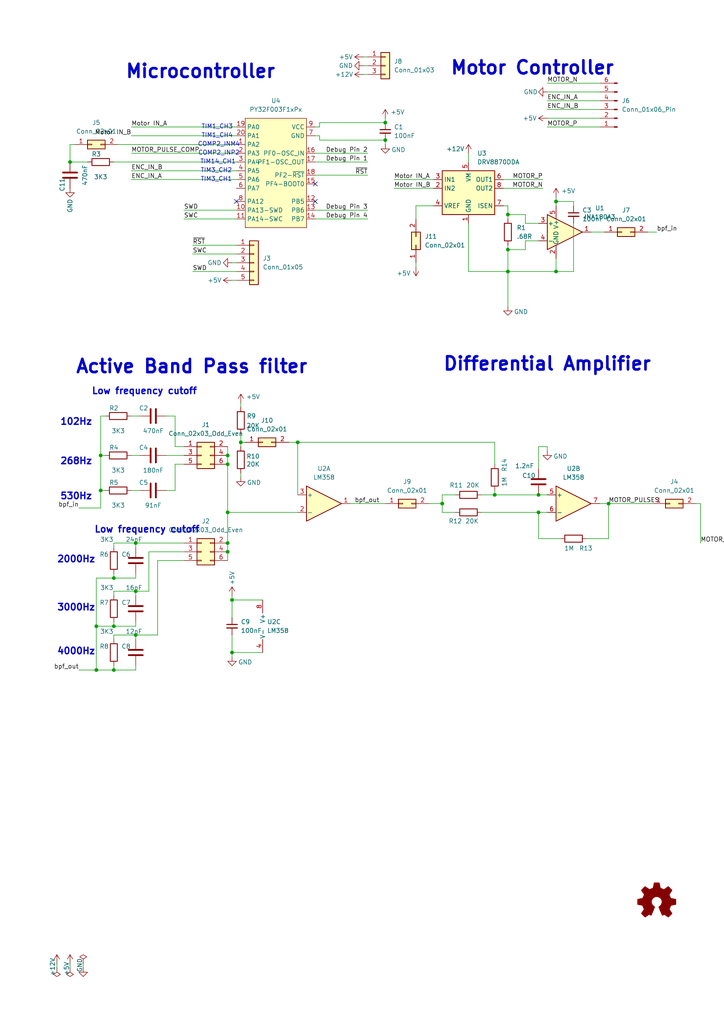
<source format=kicad_sch>
(kicad_sch
	(version 20231120)
	(generator "eeschema")
	(generator_version "8.0")
	(uuid "36bb1b3b-7b5b-4a4c-b4db-cfb27ceb38a1")
	(paper "A4" portrait)
	(title_block
		(title "Side Panel")
		(date "${DATE}")
		(rev "0.0.0")
		(company "Brushed DC Motor Servo Control")
		(comment 1 "${GIT_TAG}")
		(comment 2 "Repo: github.com/ToonVanEyck/BDCSC")
		(comment 3 "Designer: Toon Van Eyck")
	)
	(lib_symbols
		(symbol "Amplifier_Current:INA180A3"
			(pin_names
				(offset 0.127)
			)
			(exclude_from_sim no)
			(in_bom yes)
			(on_board yes)
			(property "Reference" "U"
				(at 3.81 3.81 0)
				(effects
					(font
						(size 1.27 1.27)
					)
					(justify left)
				)
			)
			(property "Value" "INA180A3"
				(at 3.81 -2.54 0)
				(effects
					(font
						(size 1.27 1.27)
					)
					(justify left)
				)
			)
			(property "Footprint" "Package_TO_SOT_SMD:SOT-23-5"
				(at 1.27 1.27 0)
				(effects
					(font
						(size 1.27 1.27)
					)
					(hide yes)
				)
			)
			(property "Datasheet" "http://www.ti.com/lit/ds/symlink/ina180.pdf"
				(at 3.81 3.81 0)
				(effects
					(font
						(size 1.27 1.27)
					)
					(hide yes)
				)
			)
			(property "Description" "Current Sense Amplifier, 1 Circuit, Rail-to-Rail, 26V, Gain 100 V/V, SOT-23-5"
				(at 0 0 0)
				(effects
					(font
						(size 1.27 1.27)
					)
					(hide yes)
				)
			)
			(property "ki_keywords" "current monitor shunt sensor"
				(at 0 0 0)
				(effects
					(font
						(size 1.27 1.27)
					)
					(hide yes)
				)
			)
			(property "ki_fp_filters" "SOT?23*"
				(at 0 0 0)
				(effects
					(font
						(size 1.27 1.27)
					)
					(hide yes)
				)
			)
			(symbol "INA180A3_0_1"
				(polyline
					(pts
						(xy 5.08 0) (xy -5.08 5.08) (xy -5.08 -5.08) (xy 5.08 0)
					)
					(stroke
						(width 0.254)
						(type default)
					)
					(fill
						(type background)
					)
				)
			)
			(symbol "INA180A3_1_1"
				(pin output line
					(at 7.62 0 180)
					(length 2.54)
					(name "~"
						(effects
							(font
								(size 1.27 1.27)
							)
						)
					)
					(number "1"
						(effects
							(font
								(size 1.27 1.27)
							)
						)
					)
				)
				(pin power_in line
					(at -2.54 -7.62 90)
					(length 3.81)
					(name "GND"
						(effects
							(font
								(size 1.27 1.27)
							)
						)
					)
					(number "2"
						(effects
							(font
								(size 1.27 1.27)
							)
						)
					)
				)
				(pin input line
					(at -7.62 2.54 0)
					(length 2.54)
					(name "+"
						(effects
							(font
								(size 1.27 1.27)
							)
						)
					)
					(number "3"
						(effects
							(font
								(size 1.27 1.27)
							)
						)
					)
				)
				(pin input line
					(at -7.62 -2.54 0)
					(length 2.54)
					(name "-"
						(effects
							(font
								(size 1.27 1.27)
							)
						)
					)
					(number "4"
						(effects
							(font
								(size 1.27 1.27)
							)
						)
					)
				)
				(pin power_in line
					(at -2.54 7.62 270)
					(length 3.81)
					(name "V+"
						(effects
							(font
								(size 1.27 1.27)
							)
						)
					)
					(number "5"
						(effects
							(font
								(size 1.27 1.27)
							)
						)
					)
				)
			)
		)
		(symbol "Amplifier_Operational:LM358"
			(pin_names
				(offset 0.127)
			)
			(exclude_from_sim no)
			(in_bom yes)
			(on_board yes)
			(property "Reference" "U"
				(at 0 5.08 0)
				(effects
					(font
						(size 1.27 1.27)
					)
					(justify left)
				)
			)
			(property "Value" "LM358"
				(at 0 -5.08 0)
				(effects
					(font
						(size 1.27 1.27)
					)
					(justify left)
				)
			)
			(property "Footprint" ""
				(at 0 0 0)
				(effects
					(font
						(size 1.27 1.27)
					)
					(hide yes)
				)
			)
			(property "Datasheet" "http://www.ti.com/lit/ds/symlink/lm2904-n.pdf"
				(at 0 0 0)
				(effects
					(font
						(size 1.27 1.27)
					)
					(hide yes)
				)
			)
			(property "Description" "Low-Power, Dual Operational Amplifiers, DIP-8/SOIC-8/TO-99-8"
				(at 0 0 0)
				(effects
					(font
						(size 1.27 1.27)
					)
					(hide yes)
				)
			)
			(property "ki_locked" ""
				(at 0 0 0)
				(effects
					(font
						(size 1.27 1.27)
					)
				)
			)
			(property "ki_keywords" "dual opamp"
				(at 0 0 0)
				(effects
					(font
						(size 1.27 1.27)
					)
					(hide yes)
				)
			)
			(property "ki_fp_filters" "SOIC*3.9x4.9mm*P1.27mm* DIP*W7.62mm* TO*99* OnSemi*Micro8* TSSOP*3x3mm*P0.65mm* TSSOP*4.4x3mm*P0.65mm* MSOP*3x3mm*P0.65mm* SSOP*3.9x4.9mm*P0.635mm* LFCSP*2x2mm*P0.5mm* *SIP* SOIC*5.3x6.2mm*P1.27mm*"
				(at 0 0 0)
				(effects
					(font
						(size 1.27 1.27)
					)
					(hide yes)
				)
			)
			(symbol "LM358_1_1"
				(polyline
					(pts
						(xy -5.08 5.08) (xy 5.08 0) (xy -5.08 -5.08) (xy -5.08 5.08)
					)
					(stroke
						(width 0.254)
						(type default)
					)
					(fill
						(type background)
					)
				)
				(pin output line
					(at 7.62 0 180)
					(length 2.54)
					(name "~"
						(effects
							(font
								(size 1.27 1.27)
							)
						)
					)
					(number "1"
						(effects
							(font
								(size 1.27 1.27)
							)
						)
					)
				)
				(pin input line
					(at -7.62 -2.54 0)
					(length 2.54)
					(name "-"
						(effects
							(font
								(size 1.27 1.27)
							)
						)
					)
					(number "2"
						(effects
							(font
								(size 1.27 1.27)
							)
						)
					)
				)
				(pin input line
					(at -7.62 2.54 0)
					(length 2.54)
					(name "+"
						(effects
							(font
								(size 1.27 1.27)
							)
						)
					)
					(number "3"
						(effects
							(font
								(size 1.27 1.27)
							)
						)
					)
				)
			)
			(symbol "LM358_2_1"
				(polyline
					(pts
						(xy -5.08 5.08) (xy 5.08 0) (xy -5.08 -5.08) (xy -5.08 5.08)
					)
					(stroke
						(width 0.254)
						(type default)
					)
					(fill
						(type background)
					)
				)
				(pin input line
					(at -7.62 2.54 0)
					(length 2.54)
					(name "+"
						(effects
							(font
								(size 1.27 1.27)
							)
						)
					)
					(number "5"
						(effects
							(font
								(size 1.27 1.27)
							)
						)
					)
				)
				(pin input line
					(at -7.62 -2.54 0)
					(length 2.54)
					(name "-"
						(effects
							(font
								(size 1.27 1.27)
							)
						)
					)
					(number "6"
						(effects
							(font
								(size 1.27 1.27)
							)
						)
					)
				)
				(pin output line
					(at 7.62 0 180)
					(length 2.54)
					(name "~"
						(effects
							(font
								(size 1.27 1.27)
							)
						)
					)
					(number "7"
						(effects
							(font
								(size 1.27 1.27)
							)
						)
					)
				)
			)
			(symbol "LM358_3_1"
				(pin power_in line
					(at -2.54 -7.62 90)
					(length 3.81)
					(name "V-"
						(effects
							(font
								(size 1.27 1.27)
							)
						)
					)
					(number "4"
						(effects
							(font
								(size 1.27 1.27)
							)
						)
					)
				)
				(pin power_in line
					(at -2.54 7.62 270)
					(length 3.81)
					(name "V+"
						(effects
							(font
								(size 1.27 1.27)
							)
						)
					)
					(number "8"
						(effects
							(font
								(size 1.27 1.27)
							)
						)
					)
				)
			)
		)
		(symbol "Connector:Conn_01x06_Pin"
			(pin_names
				(offset 1.016) hide)
			(exclude_from_sim no)
			(in_bom yes)
			(on_board yes)
			(property "Reference" "J"
				(at 0 7.62 0)
				(effects
					(font
						(size 1.27 1.27)
					)
				)
			)
			(property "Value" "Conn_01x06_Pin"
				(at 0 -10.16 0)
				(effects
					(font
						(size 1.27 1.27)
					)
				)
			)
			(property "Footprint" ""
				(at 0 0 0)
				(effects
					(font
						(size 1.27 1.27)
					)
					(hide yes)
				)
			)
			(property "Datasheet" "~"
				(at 0 0 0)
				(effects
					(font
						(size 1.27 1.27)
					)
					(hide yes)
				)
			)
			(property "Description" "Generic connector, single row, 01x06, script generated"
				(at 0 0 0)
				(effects
					(font
						(size 1.27 1.27)
					)
					(hide yes)
				)
			)
			(property "ki_locked" ""
				(at 0 0 0)
				(effects
					(font
						(size 1.27 1.27)
					)
				)
			)
			(property "ki_keywords" "connector"
				(at 0 0 0)
				(effects
					(font
						(size 1.27 1.27)
					)
					(hide yes)
				)
			)
			(property "ki_fp_filters" "Connector*:*_1x??_*"
				(at 0 0 0)
				(effects
					(font
						(size 1.27 1.27)
					)
					(hide yes)
				)
			)
			(symbol "Conn_01x06_Pin_1_1"
				(polyline
					(pts
						(xy 1.27 -7.62) (xy 0.8636 -7.62)
					)
					(stroke
						(width 0.1524)
						(type default)
					)
					(fill
						(type none)
					)
				)
				(polyline
					(pts
						(xy 1.27 -5.08) (xy 0.8636 -5.08)
					)
					(stroke
						(width 0.1524)
						(type default)
					)
					(fill
						(type none)
					)
				)
				(polyline
					(pts
						(xy 1.27 -2.54) (xy 0.8636 -2.54)
					)
					(stroke
						(width 0.1524)
						(type default)
					)
					(fill
						(type none)
					)
				)
				(polyline
					(pts
						(xy 1.27 0) (xy 0.8636 0)
					)
					(stroke
						(width 0.1524)
						(type default)
					)
					(fill
						(type none)
					)
				)
				(polyline
					(pts
						(xy 1.27 2.54) (xy 0.8636 2.54)
					)
					(stroke
						(width 0.1524)
						(type default)
					)
					(fill
						(type none)
					)
				)
				(polyline
					(pts
						(xy 1.27 5.08) (xy 0.8636 5.08)
					)
					(stroke
						(width 0.1524)
						(type default)
					)
					(fill
						(type none)
					)
				)
				(rectangle
					(start 0.8636 -7.493)
					(end 0 -7.747)
					(stroke
						(width 0.1524)
						(type default)
					)
					(fill
						(type outline)
					)
				)
				(rectangle
					(start 0.8636 -4.953)
					(end 0 -5.207)
					(stroke
						(width 0.1524)
						(type default)
					)
					(fill
						(type outline)
					)
				)
				(rectangle
					(start 0.8636 -2.413)
					(end 0 -2.667)
					(stroke
						(width 0.1524)
						(type default)
					)
					(fill
						(type outline)
					)
				)
				(rectangle
					(start 0.8636 0.127)
					(end 0 -0.127)
					(stroke
						(width 0.1524)
						(type default)
					)
					(fill
						(type outline)
					)
				)
				(rectangle
					(start 0.8636 2.667)
					(end 0 2.413)
					(stroke
						(width 0.1524)
						(type default)
					)
					(fill
						(type outline)
					)
				)
				(rectangle
					(start 0.8636 5.207)
					(end 0 4.953)
					(stroke
						(width 0.1524)
						(type default)
					)
					(fill
						(type outline)
					)
				)
				(pin passive line
					(at 5.08 5.08 180)
					(length 3.81)
					(name "Pin_1"
						(effects
							(font
								(size 1.27 1.27)
							)
						)
					)
					(number "1"
						(effects
							(font
								(size 1.27 1.27)
							)
						)
					)
				)
				(pin passive line
					(at 5.08 2.54 180)
					(length 3.81)
					(name "Pin_2"
						(effects
							(font
								(size 1.27 1.27)
							)
						)
					)
					(number "2"
						(effects
							(font
								(size 1.27 1.27)
							)
						)
					)
				)
				(pin passive line
					(at 5.08 0 180)
					(length 3.81)
					(name "Pin_3"
						(effects
							(font
								(size 1.27 1.27)
							)
						)
					)
					(number "3"
						(effects
							(font
								(size 1.27 1.27)
							)
						)
					)
				)
				(pin passive line
					(at 5.08 -2.54 180)
					(length 3.81)
					(name "Pin_4"
						(effects
							(font
								(size 1.27 1.27)
							)
						)
					)
					(number "4"
						(effects
							(font
								(size 1.27 1.27)
							)
						)
					)
				)
				(pin passive line
					(at 5.08 -5.08 180)
					(length 3.81)
					(name "Pin_5"
						(effects
							(font
								(size 1.27 1.27)
							)
						)
					)
					(number "5"
						(effects
							(font
								(size 1.27 1.27)
							)
						)
					)
				)
				(pin passive line
					(at 5.08 -7.62 180)
					(length 3.81)
					(name "Pin_6"
						(effects
							(font
								(size 1.27 1.27)
							)
						)
					)
					(number "6"
						(effects
							(font
								(size 1.27 1.27)
							)
						)
					)
				)
			)
		)
		(symbol "Connector_Generic:Conn_01x03"
			(pin_names
				(offset 1.016) hide)
			(exclude_from_sim no)
			(in_bom yes)
			(on_board yes)
			(property "Reference" "J"
				(at 0 5.08 0)
				(effects
					(font
						(size 1.27 1.27)
					)
				)
			)
			(property "Value" "Conn_01x03"
				(at 0 -5.08 0)
				(effects
					(font
						(size 1.27 1.27)
					)
				)
			)
			(property "Footprint" ""
				(at 0 0 0)
				(effects
					(font
						(size 1.27 1.27)
					)
					(hide yes)
				)
			)
			(property "Datasheet" "~"
				(at 0 0 0)
				(effects
					(font
						(size 1.27 1.27)
					)
					(hide yes)
				)
			)
			(property "Description" "Generic connector, single row, 01x03, script generated (kicad-library-utils/schlib/autogen/connector/)"
				(at 0 0 0)
				(effects
					(font
						(size 1.27 1.27)
					)
					(hide yes)
				)
			)
			(property "ki_keywords" "connector"
				(at 0 0 0)
				(effects
					(font
						(size 1.27 1.27)
					)
					(hide yes)
				)
			)
			(property "ki_fp_filters" "Connector*:*_1x??_*"
				(at 0 0 0)
				(effects
					(font
						(size 1.27 1.27)
					)
					(hide yes)
				)
			)
			(symbol "Conn_01x03_1_1"
				(rectangle
					(start -1.27 -2.413)
					(end 0 -2.667)
					(stroke
						(width 0.1524)
						(type default)
					)
					(fill
						(type none)
					)
				)
				(rectangle
					(start -1.27 0.127)
					(end 0 -0.127)
					(stroke
						(width 0.1524)
						(type default)
					)
					(fill
						(type none)
					)
				)
				(rectangle
					(start -1.27 2.667)
					(end 0 2.413)
					(stroke
						(width 0.1524)
						(type default)
					)
					(fill
						(type none)
					)
				)
				(rectangle
					(start -1.27 3.81)
					(end 1.27 -3.81)
					(stroke
						(width 0.254)
						(type default)
					)
					(fill
						(type background)
					)
				)
				(pin passive line
					(at -5.08 2.54 0)
					(length 3.81)
					(name "Pin_1"
						(effects
							(font
								(size 1.27 1.27)
							)
						)
					)
					(number "1"
						(effects
							(font
								(size 1.27 1.27)
							)
						)
					)
				)
				(pin passive line
					(at -5.08 0 0)
					(length 3.81)
					(name "Pin_2"
						(effects
							(font
								(size 1.27 1.27)
							)
						)
					)
					(number "2"
						(effects
							(font
								(size 1.27 1.27)
							)
						)
					)
				)
				(pin passive line
					(at -5.08 -2.54 0)
					(length 3.81)
					(name "Pin_3"
						(effects
							(font
								(size 1.27 1.27)
							)
						)
					)
					(number "3"
						(effects
							(font
								(size 1.27 1.27)
							)
						)
					)
				)
			)
		)
		(symbol "Connector_Generic:Conn_01x05"
			(pin_names
				(offset 1.016) hide)
			(exclude_from_sim no)
			(in_bom yes)
			(on_board yes)
			(property "Reference" "J"
				(at 0 7.62 0)
				(effects
					(font
						(size 1.27 1.27)
					)
				)
			)
			(property "Value" "Conn_01x05"
				(at 0 -7.62 0)
				(effects
					(font
						(size 1.27 1.27)
					)
				)
			)
			(property "Footprint" ""
				(at 0 0 0)
				(effects
					(font
						(size 1.27 1.27)
					)
					(hide yes)
				)
			)
			(property "Datasheet" "~"
				(at 0 0 0)
				(effects
					(font
						(size 1.27 1.27)
					)
					(hide yes)
				)
			)
			(property "Description" "Generic connector, single row, 01x05, script generated (kicad-library-utils/schlib/autogen/connector/)"
				(at 0 0 0)
				(effects
					(font
						(size 1.27 1.27)
					)
					(hide yes)
				)
			)
			(property "ki_keywords" "connector"
				(at 0 0 0)
				(effects
					(font
						(size 1.27 1.27)
					)
					(hide yes)
				)
			)
			(property "ki_fp_filters" "Connector*:*_1x??_*"
				(at 0 0 0)
				(effects
					(font
						(size 1.27 1.27)
					)
					(hide yes)
				)
			)
			(symbol "Conn_01x05_1_1"
				(rectangle
					(start -1.27 -4.953)
					(end 0 -5.207)
					(stroke
						(width 0.1524)
						(type default)
					)
					(fill
						(type none)
					)
				)
				(rectangle
					(start -1.27 -2.413)
					(end 0 -2.667)
					(stroke
						(width 0.1524)
						(type default)
					)
					(fill
						(type none)
					)
				)
				(rectangle
					(start -1.27 0.127)
					(end 0 -0.127)
					(stroke
						(width 0.1524)
						(type default)
					)
					(fill
						(type none)
					)
				)
				(rectangle
					(start -1.27 2.667)
					(end 0 2.413)
					(stroke
						(width 0.1524)
						(type default)
					)
					(fill
						(type none)
					)
				)
				(rectangle
					(start -1.27 5.207)
					(end 0 4.953)
					(stroke
						(width 0.1524)
						(type default)
					)
					(fill
						(type none)
					)
				)
				(rectangle
					(start -1.27 6.35)
					(end 1.27 -6.35)
					(stroke
						(width 0.254)
						(type default)
					)
					(fill
						(type background)
					)
				)
				(pin passive line
					(at -5.08 5.08 0)
					(length 3.81)
					(name "Pin_1"
						(effects
							(font
								(size 1.27 1.27)
							)
						)
					)
					(number "1"
						(effects
							(font
								(size 1.27 1.27)
							)
						)
					)
				)
				(pin passive line
					(at -5.08 2.54 0)
					(length 3.81)
					(name "Pin_2"
						(effects
							(font
								(size 1.27 1.27)
							)
						)
					)
					(number "2"
						(effects
							(font
								(size 1.27 1.27)
							)
						)
					)
				)
				(pin passive line
					(at -5.08 0 0)
					(length 3.81)
					(name "Pin_3"
						(effects
							(font
								(size 1.27 1.27)
							)
						)
					)
					(number "3"
						(effects
							(font
								(size 1.27 1.27)
							)
						)
					)
				)
				(pin passive line
					(at -5.08 -2.54 0)
					(length 3.81)
					(name "Pin_4"
						(effects
							(font
								(size 1.27 1.27)
							)
						)
					)
					(number "4"
						(effects
							(font
								(size 1.27 1.27)
							)
						)
					)
				)
				(pin passive line
					(at -5.08 -5.08 0)
					(length 3.81)
					(name "Pin_5"
						(effects
							(font
								(size 1.27 1.27)
							)
						)
					)
					(number "5"
						(effects
							(font
								(size 1.27 1.27)
							)
						)
					)
				)
			)
		)
		(symbol "Connector_Generic:Conn_02x01"
			(pin_names
				(offset 1.016) hide)
			(exclude_from_sim no)
			(in_bom yes)
			(on_board yes)
			(property "Reference" "J"
				(at 1.27 2.54 0)
				(effects
					(font
						(size 1.27 1.27)
					)
				)
			)
			(property "Value" "Conn_02x01"
				(at 1.27 -2.54 0)
				(effects
					(font
						(size 1.27 1.27)
					)
				)
			)
			(property "Footprint" ""
				(at 0 0 0)
				(effects
					(font
						(size 1.27 1.27)
					)
					(hide yes)
				)
			)
			(property "Datasheet" "~"
				(at 0 0 0)
				(effects
					(font
						(size 1.27 1.27)
					)
					(hide yes)
				)
			)
			(property "Description" "Generic connector, double row, 02x01, this symbol is compatible with counter-clockwise, top-bottom and odd-even numbering schemes., script generated (kicad-library-utils/schlib/autogen/connector/)"
				(at 0 0 0)
				(effects
					(font
						(size 1.27 1.27)
					)
					(hide yes)
				)
			)
			(property "ki_keywords" "connector"
				(at 0 0 0)
				(effects
					(font
						(size 1.27 1.27)
					)
					(hide yes)
				)
			)
			(property "ki_fp_filters" "Connector*:*_2x??_*"
				(at 0 0 0)
				(effects
					(font
						(size 1.27 1.27)
					)
					(hide yes)
				)
			)
			(symbol "Conn_02x01_1_1"
				(rectangle
					(start -1.27 0.127)
					(end 0 -0.127)
					(stroke
						(width 0.1524)
						(type default)
					)
					(fill
						(type none)
					)
				)
				(rectangle
					(start -1.27 1.27)
					(end 3.81 -1.27)
					(stroke
						(width 0.254)
						(type default)
					)
					(fill
						(type background)
					)
				)
				(rectangle
					(start 3.81 0.127)
					(end 2.54 -0.127)
					(stroke
						(width 0.1524)
						(type default)
					)
					(fill
						(type none)
					)
				)
				(pin passive line
					(at -5.08 0 0)
					(length 3.81)
					(name "Pin_1"
						(effects
							(font
								(size 1.27 1.27)
							)
						)
					)
					(number "1"
						(effects
							(font
								(size 1.27 1.27)
							)
						)
					)
				)
				(pin passive line
					(at 7.62 0 180)
					(length 3.81)
					(name "Pin_2"
						(effects
							(font
								(size 1.27 1.27)
							)
						)
					)
					(number "2"
						(effects
							(font
								(size 1.27 1.27)
							)
						)
					)
				)
			)
		)
		(symbol "Connector_Generic:Conn_02x03_Odd_Even"
			(pin_names
				(offset 1.016) hide)
			(exclude_from_sim no)
			(in_bom yes)
			(on_board yes)
			(property "Reference" "J"
				(at 1.27 5.08 0)
				(effects
					(font
						(size 1.27 1.27)
					)
				)
			)
			(property "Value" "Conn_02x03_Odd_Even"
				(at 1.27 -5.08 0)
				(effects
					(font
						(size 1.27 1.27)
					)
				)
			)
			(property "Footprint" ""
				(at 0 0 0)
				(effects
					(font
						(size 1.27 1.27)
					)
					(hide yes)
				)
			)
			(property "Datasheet" "~"
				(at 0 0 0)
				(effects
					(font
						(size 1.27 1.27)
					)
					(hide yes)
				)
			)
			(property "Description" "Generic connector, double row, 02x03, odd/even pin numbering scheme (row 1 odd numbers, row 2 even numbers), script generated (kicad-library-utils/schlib/autogen/connector/)"
				(at 0 0 0)
				(effects
					(font
						(size 1.27 1.27)
					)
					(hide yes)
				)
			)
			(property "ki_keywords" "connector"
				(at 0 0 0)
				(effects
					(font
						(size 1.27 1.27)
					)
					(hide yes)
				)
			)
			(property "ki_fp_filters" "Connector*:*_2x??_*"
				(at 0 0 0)
				(effects
					(font
						(size 1.27 1.27)
					)
					(hide yes)
				)
			)
			(symbol "Conn_02x03_Odd_Even_1_1"
				(rectangle
					(start -1.27 -2.413)
					(end 0 -2.667)
					(stroke
						(width 0.1524)
						(type default)
					)
					(fill
						(type none)
					)
				)
				(rectangle
					(start -1.27 0.127)
					(end 0 -0.127)
					(stroke
						(width 0.1524)
						(type default)
					)
					(fill
						(type none)
					)
				)
				(rectangle
					(start -1.27 2.667)
					(end 0 2.413)
					(stroke
						(width 0.1524)
						(type default)
					)
					(fill
						(type none)
					)
				)
				(rectangle
					(start -1.27 3.81)
					(end 3.81 -3.81)
					(stroke
						(width 0.254)
						(type default)
					)
					(fill
						(type background)
					)
				)
				(rectangle
					(start 3.81 -2.413)
					(end 2.54 -2.667)
					(stroke
						(width 0.1524)
						(type default)
					)
					(fill
						(type none)
					)
				)
				(rectangle
					(start 3.81 0.127)
					(end 2.54 -0.127)
					(stroke
						(width 0.1524)
						(type default)
					)
					(fill
						(type none)
					)
				)
				(rectangle
					(start 3.81 2.667)
					(end 2.54 2.413)
					(stroke
						(width 0.1524)
						(type default)
					)
					(fill
						(type none)
					)
				)
				(pin passive line
					(at -5.08 2.54 0)
					(length 3.81)
					(name "Pin_1"
						(effects
							(font
								(size 1.27 1.27)
							)
						)
					)
					(number "1"
						(effects
							(font
								(size 1.27 1.27)
							)
						)
					)
				)
				(pin passive line
					(at 7.62 2.54 180)
					(length 3.81)
					(name "Pin_2"
						(effects
							(font
								(size 1.27 1.27)
							)
						)
					)
					(number "2"
						(effects
							(font
								(size 1.27 1.27)
							)
						)
					)
				)
				(pin passive line
					(at -5.08 0 0)
					(length 3.81)
					(name "Pin_3"
						(effects
							(font
								(size 1.27 1.27)
							)
						)
					)
					(number "3"
						(effects
							(font
								(size 1.27 1.27)
							)
						)
					)
				)
				(pin passive line
					(at 7.62 0 180)
					(length 3.81)
					(name "Pin_4"
						(effects
							(font
								(size 1.27 1.27)
							)
						)
					)
					(number "4"
						(effects
							(font
								(size 1.27 1.27)
							)
						)
					)
				)
				(pin passive line
					(at -5.08 -2.54 0)
					(length 3.81)
					(name "Pin_5"
						(effects
							(font
								(size 1.27 1.27)
							)
						)
					)
					(number "5"
						(effects
							(font
								(size 1.27 1.27)
							)
						)
					)
				)
				(pin passive line
					(at 7.62 -2.54 180)
					(length 3.81)
					(name "Pin_6"
						(effects
							(font
								(size 1.27 1.27)
							)
						)
					)
					(number "6"
						(effects
							(font
								(size 1.27 1.27)
							)
						)
					)
				)
			)
		)
		(symbol "Device:C"
			(pin_numbers hide)
			(pin_names
				(offset 0.254)
			)
			(exclude_from_sim no)
			(in_bom yes)
			(on_board yes)
			(property "Reference" "C"
				(at 0.635 2.54 0)
				(effects
					(font
						(size 1.27 1.27)
					)
					(justify left)
				)
			)
			(property "Value" "C"
				(at 0.635 -2.54 0)
				(effects
					(font
						(size 1.27 1.27)
					)
					(justify left)
				)
			)
			(property "Footprint" ""
				(at 0.9652 -3.81 0)
				(effects
					(font
						(size 1.27 1.27)
					)
					(hide yes)
				)
			)
			(property "Datasheet" "~"
				(at 0 0 0)
				(effects
					(font
						(size 1.27 1.27)
					)
					(hide yes)
				)
			)
			(property "Description" "Unpolarized capacitor"
				(at 0 0 0)
				(effects
					(font
						(size 1.27 1.27)
					)
					(hide yes)
				)
			)
			(property "ki_keywords" "cap capacitor"
				(at 0 0 0)
				(effects
					(font
						(size 1.27 1.27)
					)
					(hide yes)
				)
			)
			(property "ki_fp_filters" "C_*"
				(at 0 0 0)
				(effects
					(font
						(size 1.27 1.27)
					)
					(hide yes)
				)
			)
			(symbol "C_0_1"
				(polyline
					(pts
						(xy -2.032 -0.762) (xy 2.032 -0.762)
					)
					(stroke
						(width 0.508)
						(type default)
					)
					(fill
						(type none)
					)
				)
				(polyline
					(pts
						(xy -2.032 0.762) (xy 2.032 0.762)
					)
					(stroke
						(width 0.508)
						(type default)
					)
					(fill
						(type none)
					)
				)
			)
			(symbol "C_1_1"
				(pin passive line
					(at 0 3.81 270)
					(length 2.794)
					(name "~"
						(effects
							(font
								(size 1.27 1.27)
							)
						)
					)
					(number "1"
						(effects
							(font
								(size 1.27 1.27)
							)
						)
					)
				)
				(pin passive line
					(at 0 -3.81 90)
					(length 2.794)
					(name "~"
						(effects
							(font
								(size 1.27 1.27)
							)
						)
					)
					(number "2"
						(effects
							(font
								(size 1.27 1.27)
							)
						)
					)
				)
			)
		)
		(symbol "Device:C_Small"
			(pin_numbers hide)
			(pin_names
				(offset 0.254) hide)
			(exclude_from_sim no)
			(in_bom yes)
			(on_board yes)
			(property "Reference" "C"
				(at 0.254 1.778 0)
				(effects
					(font
						(size 1.27 1.27)
					)
					(justify left)
				)
			)
			(property "Value" "C_Small"
				(at 0.254 -2.032 0)
				(effects
					(font
						(size 1.27 1.27)
					)
					(justify left)
				)
			)
			(property "Footprint" ""
				(at 0 0 0)
				(effects
					(font
						(size 1.27 1.27)
					)
					(hide yes)
				)
			)
			(property "Datasheet" "~"
				(at 0 0 0)
				(effects
					(font
						(size 1.27 1.27)
					)
					(hide yes)
				)
			)
			(property "Description" "Unpolarized capacitor, small symbol"
				(at 0 0 0)
				(effects
					(font
						(size 1.27 1.27)
					)
					(hide yes)
				)
			)
			(property "ki_keywords" "capacitor cap"
				(at 0 0 0)
				(effects
					(font
						(size 1.27 1.27)
					)
					(hide yes)
				)
			)
			(property "ki_fp_filters" "C_*"
				(at 0 0 0)
				(effects
					(font
						(size 1.27 1.27)
					)
					(hide yes)
				)
			)
			(symbol "C_Small_0_1"
				(polyline
					(pts
						(xy -1.524 -0.508) (xy 1.524 -0.508)
					)
					(stroke
						(width 0.3302)
						(type default)
					)
					(fill
						(type none)
					)
				)
				(polyline
					(pts
						(xy -1.524 0.508) (xy 1.524 0.508)
					)
					(stroke
						(width 0.3048)
						(type default)
					)
					(fill
						(type none)
					)
				)
			)
			(symbol "C_Small_1_1"
				(pin passive line
					(at 0 2.54 270)
					(length 2.032)
					(name "~"
						(effects
							(font
								(size 1.27 1.27)
							)
						)
					)
					(number "1"
						(effects
							(font
								(size 1.27 1.27)
							)
						)
					)
				)
				(pin passive line
					(at 0 -2.54 90)
					(length 2.032)
					(name "~"
						(effects
							(font
								(size 1.27 1.27)
							)
						)
					)
					(number "2"
						(effects
							(font
								(size 1.27 1.27)
							)
						)
					)
				)
			)
		)
		(symbol "Device:R"
			(pin_numbers hide)
			(pin_names
				(offset 0)
			)
			(exclude_from_sim no)
			(in_bom yes)
			(on_board yes)
			(property "Reference" "R"
				(at 2.032 0 90)
				(effects
					(font
						(size 1.27 1.27)
					)
				)
			)
			(property "Value" "R"
				(at 0 0 90)
				(effects
					(font
						(size 1.27 1.27)
					)
				)
			)
			(property "Footprint" ""
				(at -1.778 0 90)
				(effects
					(font
						(size 1.27 1.27)
					)
					(hide yes)
				)
			)
			(property "Datasheet" "~"
				(at 0 0 0)
				(effects
					(font
						(size 1.27 1.27)
					)
					(hide yes)
				)
			)
			(property "Description" "Resistor"
				(at 0 0 0)
				(effects
					(font
						(size 1.27 1.27)
					)
					(hide yes)
				)
			)
			(property "ki_keywords" "R res resistor"
				(at 0 0 0)
				(effects
					(font
						(size 1.27 1.27)
					)
					(hide yes)
				)
			)
			(property "ki_fp_filters" "R_*"
				(at 0 0 0)
				(effects
					(font
						(size 1.27 1.27)
					)
					(hide yes)
				)
			)
			(symbol "R_0_1"
				(rectangle
					(start -1.016 -2.54)
					(end 1.016 2.54)
					(stroke
						(width 0.254)
						(type default)
					)
					(fill
						(type none)
					)
				)
			)
			(symbol "R_1_1"
				(pin passive line
					(at 0 3.81 270)
					(length 1.27)
					(name "~"
						(effects
							(font
								(size 1.27 1.27)
							)
						)
					)
					(number "1"
						(effects
							(font
								(size 1.27 1.27)
							)
						)
					)
				)
				(pin passive line
					(at 0 -3.81 90)
					(length 1.27)
					(name "~"
						(effects
							(font
								(size 1.27 1.27)
							)
						)
					)
					(number "2"
						(effects
							(font
								(size 1.27 1.27)
							)
						)
					)
				)
			)
		)
		(symbol "Driver_Motor:DRV8870DDA"
			(exclude_from_sim no)
			(in_bom yes)
			(on_board yes)
			(property "Reference" "U"
				(at -6.35 6.35 0)
				(effects
					(font
						(size 1.27 1.27)
					)
				)
			)
			(property "Value" "DRV8870DDA"
				(at 8.89 6.35 0)
				(effects
					(font
						(size 1.27 1.27)
					)
				)
			)
			(property "Footprint" "Package_SO:Texas_HTSOP-8-1EP_3.9x4.9mm_P1.27mm_EP2.95x4.9mm_Mask2.4x3.1mm_ThermalVias"
				(at 2.54 -2.54 0)
				(effects
					(font
						(size 1.27 1.27)
					)
					(hide yes)
				)
			)
			(property "Datasheet" "http://www.ti.com/lit/ds/symlink/drv8870.pdf"
				(at -6.35 8.89 0)
				(effects
					(font
						(size 1.27 1.27)
					)
					(hide yes)
				)
			)
			(property "Description" "Brushed DC Motor Driver, PWM Control, 45V, 3.6A, Dynamic current limiting, HTSOP-8"
				(at 0 0 0)
				(effects
					(font
						(size 1.27 1.27)
					)
					(hide yes)
				)
			)
			(property "ki_keywords" "H-bridge driver motor current limit"
				(at 0 0 0)
				(effects
					(font
						(size 1.27 1.27)
					)
					(hide yes)
				)
			)
			(property "ki_fp_filters" "Texas*HTSOP*1EP*3.9x4.9mm*P1.27mm*EP2.95x4.9mm*Mask2.4x3.1mm*"
				(at 0 0 0)
				(effects
					(font
						(size 1.27 1.27)
					)
					(hide yes)
				)
			)
			(symbol "DRV8870DDA_0_1"
				(rectangle
					(start -7.62 5.08)
					(end 7.62 -7.62)
					(stroke
						(width 0.254)
						(type default)
					)
					(fill
						(type background)
					)
				)
			)
			(symbol "DRV8870DDA_1_1"
				(pin power_in line
					(at 0 -10.16 90)
					(length 2.54)
					(name "GND"
						(effects
							(font
								(size 1.27 1.27)
							)
						)
					)
					(number "1"
						(effects
							(font
								(size 1.27 1.27)
							)
						)
					)
				)
				(pin input line
					(at -10.16 0 0)
					(length 2.54)
					(name "IN2"
						(effects
							(font
								(size 1.27 1.27)
							)
						)
					)
					(number "2"
						(effects
							(font
								(size 1.27 1.27)
							)
						)
					)
				)
				(pin input line
					(at -10.16 2.54 0)
					(length 2.54)
					(name "IN1"
						(effects
							(font
								(size 1.27 1.27)
							)
						)
					)
					(number "3"
						(effects
							(font
								(size 1.27 1.27)
							)
						)
					)
				)
				(pin input line
					(at -10.16 -5.08 0)
					(length 2.54)
					(name "VREF"
						(effects
							(font
								(size 1.27 1.27)
							)
						)
					)
					(number "4"
						(effects
							(font
								(size 1.27 1.27)
							)
						)
					)
				)
				(pin power_in line
					(at 0 7.62 270)
					(length 2.54)
					(name "VM"
						(effects
							(font
								(size 1.27 1.27)
							)
						)
					)
					(number "5"
						(effects
							(font
								(size 1.27 1.27)
							)
						)
					)
				)
				(pin output line
					(at 10.16 2.54 180)
					(length 2.54)
					(name "OUT1"
						(effects
							(font
								(size 1.27 1.27)
							)
						)
					)
					(number "6"
						(effects
							(font
								(size 1.27 1.27)
							)
						)
					)
				)
				(pin passive line
					(at 10.16 -5.08 180)
					(length 2.54)
					(name "ISEN"
						(effects
							(font
								(size 1.27 1.27)
							)
						)
					)
					(number "7"
						(effects
							(font
								(size 1.27 1.27)
							)
						)
					)
				)
				(pin output line
					(at 10.16 0 180)
					(length 2.54)
					(name "OUT2"
						(effects
							(font
								(size 1.27 1.27)
							)
						)
					)
					(number "8"
						(effects
							(font
								(size 1.27 1.27)
							)
						)
					)
				)
				(pin passive line
					(at 0 -10.16 90)
					(length 2.54) hide
					(name "GND"
						(effects
							(font
								(size 1.27 1.27)
							)
						)
					)
					(number "9"
						(effects
							(font
								(size 1.27 1.27)
							)
						)
					)
				)
			)
		)
		(symbol "Graphic:Logo_Open_Hardware_Small"
			(exclude_from_sim no)
			(in_bom no)
			(on_board no)
			(property "Reference" "#SYM"
				(at 0 6.985 0)
				(effects
					(font
						(size 1.27 1.27)
					)
					(hide yes)
				)
			)
			(property "Value" "Logo_Open_Hardware_Small"
				(at 0 -5.715 0)
				(effects
					(font
						(size 1.27 1.27)
					)
					(hide yes)
				)
			)
			(property "Footprint" ""
				(at 0 0 0)
				(effects
					(font
						(size 1.27 1.27)
					)
					(hide yes)
				)
			)
			(property "Datasheet" "~"
				(at 0 0 0)
				(effects
					(font
						(size 1.27 1.27)
					)
					(hide yes)
				)
			)
			(property "Description" "Open Hardware logo, small"
				(at 0 0 0)
				(effects
					(font
						(size 1.27 1.27)
					)
					(hide yes)
				)
			)
			(property "Sim.Enable" "0"
				(at 0 0 0)
				(effects
					(font
						(size 1.27 1.27)
					)
					(hide yes)
				)
			)
			(property "ki_keywords" "Logo"
				(at 0 0 0)
				(effects
					(font
						(size 1.27 1.27)
					)
					(hide yes)
				)
			)
			(symbol "Logo_Open_Hardware_Small_0_1"
				(polyline
					(pts
						(xy 3.3528 -4.3434) (xy 3.302 -4.318) (xy 3.175 -4.2418) (xy 2.9972 -4.1148) (xy 2.7686 -3.9624)
						(xy 2.54 -3.81) (xy 2.3622 -3.7084) (xy 2.2352 -3.6068) (xy 2.1844 -3.5814) (xy 2.159 -3.6068)
						(xy 2.0574 -3.6576) (xy 1.905 -3.7338) (xy 1.8034 -3.7846) (xy 1.6764 -3.8354) (xy 1.6002 -3.8354)
						(xy 1.6002 -3.8354) (xy 1.5494 -3.7338) (xy 1.4732 -3.5306) (xy 1.3462 -3.302) (xy 1.2446 -3.0226)
						(xy 1.1176 -2.7178) (xy 0.9652 -2.413) (xy 0.8636 -2.1082) (xy 0.7366 -1.8288) (xy 0.6604 -1.6256)
						(xy 0.6096 -1.4732) (xy 0.5842 -1.397) (xy 0.5842 -1.397) (xy 0.6604 -1.3208) (xy 0.7874 -1.2446)
						(xy 1.0414 -1.016) (xy 1.2954 -0.6858) (xy 1.4478 -0.3302) (xy 1.524 0.0762) (xy 1.4732 0.4572)
						(xy 1.3208 0.8128) (xy 1.0668 1.143) (xy 0.762 1.3716) (xy 0.4064 1.524) (xy 0 1.5748) (xy -0.381 1.5494)
						(xy -0.7366 1.397) (xy -1.0668 1.143) (xy -1.2192 0.9906) (xy -1.397 0.6604) (xy -1.524 0.3048)
						(xy -1.524 0.2286) (xy -1.4986 -0.1778) (xy -1.397 -0.5334) (xy -1.1938 -0.8636) (xy -0.9144 -1.143)
						(xy -0.8636 -1.1684) (xy -0.7366 -1.27) (xy -0.635 -1.3462) (xy -0.5842 -1.397) (xy -1.0668 -2.5908)
						(xy -1.143 -2.794) (xy -1.2954 -3.1242) (xy -1.397 -3.4036) (xy -1.4986 -3.6322) (xy -1.5748 -3.7846)
						(xy -1.6002 -3.8354) (xy -1.6002 -3.8354) (xy -1.651 -3.8354) (xy -1.7272 -3.81) (xy -1.905 -3.7338)
						(xy -2.0066 -3.683) (xy -2.1336 -3.6068) (xy -2.2098 -3.5814) (xy -2.2606 -3.6068) (xy -2.3622 -3.683)
						(xy -2.54 -3.81) (xy -2.7686 -3.9624) (xy -2.9718 -4.0894) (xy -3.1496 -4.2164) (xy -3.302 -4.318)
						(xy -3.3528 -4.3434) (xy -3.3782 -4.3434) (xy -3.429 -4.318) (xy -3.5306 -4.2164) (xy -3.7084 -4.064)
						(xy -3.937 -3.8354) (xy -3.9624 -3.81) (xy -4.1656 -3.6068) (xy -4.318 -3.4544) (xy -4.4196 -3.3274)
						(xy -4.445 -3.2766) (xy -4.445 -3.2766) (xy -4.4196 -3.2258) (xy -4.318 -3.0734) (xy -4.2164 -2.8956)
						(xy -4.064 -2.667) (xy -3.6576 -2.0828) (xy -3.8862 -1.5494) (xy -3.937 -1.3716) (xy -4.0386 -1.1684)
						(xy -4.0894 -1.0414) (xy -4.1148 -0.9652) (xy -4.191 -0.9398) (xy -4.318 -0.9144) (xy -4.5466 -0.8636)
						(xy -4.8006 -0.8128) (xy -5.0546 -0.7874) (xy -5.2578 -0.7366) (xy -5.4356 -0.7112) (xy -5.5118 -0.6858)
						(xy -5.5118 -0.6858) (xy -5.5372 -0.635) (xy -5.5372 -0.5588) (xy -5.5372 -0.4318) (xy -5.5626 -0.2286)
						(xy -5.5626 0.0762) (xy -5.5626 0.127) (xy -5.5372 0.4064) (xy -5.5372 0.635) (xy -5.5372 0.762)
						(xy -5.5372 0.8382) (xy -5.5372 0.8382) (xy -5.461 0.8382) (xy -5.3086 0.889) (xy -5.08 0.9144)
						(xy -4.826 0.9652) (xy -4.8006 0.9906) (xy -4.5466 1.0414) (xy -4.318 1.0668) (xy -4.1656 1.1176)
						(xy -4.0894 1.143) (xy -4.0894 1.143) (xy -4.0386 1.2446) (xy -3.9624 1.4224) (xy -3.8608 1.6256)
						(xy -3.7846 1.8288) (xy -3.7084 2.0066) (xy -3.6576 2.159) (xy -3.6322 2.2098) (xy -3.6322 2.2098)
						(xy -3.683 2.286) (xy -3.7592 2.413) (xy -3.8862 2.5908) (xy -4.064 2.8194) (xy -4.064 2.8448)
						(xy -4.2164 3.0734) (xy -4.3434 3.2512) (xy -4.4196 3.3782) (xy -4.445 3.4544) (xy -4.445 3.4544)
						(xy -4.3942 3.5052) (xy -4.2926 3.6322) (xy -4.1148 3.81) (xy -3.937 4.0132) (xy -3.8608 4.064)
						(xy -3.6576 4.2926) (xy -3.5052 4.4196) (xy -3.4036 4.4958) (xy -3.3528 4.5212) (xy -3.3528 4.5212)
						(xy -3.302 4.4704) (xy -3.1496 4.3688) (xy -2.9718 4.2418) (xy -2.7432 4.0894) (xy -2.7178 4.0894)
						(xy -2.4892 3.937) (xy -2.3114 3.81) (xy -2.1844 3.7084) (xy -2.1336 3.683) (xy -2.1082 3.683)
						(xy -2.032 3.7084) (xy -1.8542 3.7592) (xy -1.6764 3.8354) (xy -1.4732 3.937) (xy -1.27 4.0132)
						(xy -1.143 4.064) (xy -1.0668 4.1148) (xy -1.0668 4.1148) (xy -1.0414 4.191) (xy -1.016 4.3434)
						(xy -0.9652 4.572) (xy -0.9144 4.8514) (xy -0.889 4.9022) (xy -0.8382 5.1562) (xy -0.8128 5.3848)
						(xy -0.7874 5.5372) (xy -0.762 5.588) (xy -0.7112 5.6134) (xy -0.5842 5.6134) (xy -0.4064 5.6134)
						(xy -0.1524 5.6134) (xy 0.0762 5.6134) (xy 0.3302 5.6134) (xy 0.5334 5.6134) (xy 0.6858 5.588)
						(xy 0.7366 5.588) (xy 0.7366 5.588) (xy 0.762 5.5118) (xy 0.8128 5.334) (xy 0.8382 5.1054) (xy 0.9144 4.826)
						(xy 0.9144 4.7752) (xy 0.9652 4.5212) (xy 1.016 4.2926) (xy 1.0414 4.1402) (xy 1.0668 4.0894)
						(xy 1.0668 4.0894) (xy 1.1938 4.0386) (xy 1.3716 3.9624) (xy 1.5748 3.8608) (xy 2.0828 3.6576)
						(xy 2.7178 4.0894) (xy 2.7686 4.1402) (xy 2.9972 4.2926) (xy 3.175 4.4196) (xy 3.302 4.4958) (xy 3.3782 4.5212)
						(xy 3.3782 4.5212) (xy 3.429 4.4704) (xy 3.556 4.3434) (xy 3.7338 4.191) (xy 3.9116 3.9878) (xy 4.064 3.8354)
						(xy 4.2418 3.6576) (xy 4.3434 3.556) (xy 4.4196 3.4798) (xy 4.4196 3.429) (xy 4.4196 3.4036) (xy 4.3942 3.3274)
						(xy 4.2926 3.2004) (xy 4.1656 2.9972) (xy 4.0132 2.794) (xy 3.8862 2.5908) (xy 3.7592 2.3876)
						(xy 3.6576 2.2352) (xy 3.6322 2.159) (xy 3.6322 2.1336) (xy 3.683 2.0066) (xy 3.7592 1.8288) (xy 3.8608 1.6002)
						(xy 4.064 1.1176) (xy 4.3942 1.0414) (xy 4.5974 1.016) (xy 4.8768 0.9652) (xy 5.1308 0.9144) (xy 5.5372 0.8382)
						(xy 5.5626 -0.6604) (xy 5.4864 -0.6858) (xy 5.4356 -0.6858) (xy 5.2832 -0.7366) (xy 5.0546 -0.762)
						(xy 4.8006 -0.8128) (xy 4.5974 -0.8636) (xy 4.3688 -0.9144) (xy 4.2164 -0.9398) (xy 4.1402 -0.9398)
						(xy 4.1148 -0.9652) (xy 4.064 -1.0668) (xy 3.9878 -1.2446) (xy 3.9116 -1.4478) (xy 3.81 -1.651)
						(xy 3.7338 -1.8542) (xy 3.683 -2.0066) (xy 3.6576 -2.0828) (xy 3.683 -2.1336) (xy 3.7846 -2.2606)
						(xy 3.8862 -2.4638) (xy 4.0386 -2.667) (xy 4.191 -2.8956) (xy 4.318 -3.0734) (xy 4.3942 -3.2004)
						(xy 4.445 -3.2766) (xy 4.4196 -3.3274) (xy 4.3434 -3.429) (xy 4.1656 -3.5814) (xy 3.937 -3.8354)
						(xy 3.8862 -3.8608) (xy 3.683 -4.064) (xy 3.5306 -4.2164) (xy 3.4036 -4.318) (xy 3.3528 -4.3434)
					)
					(stroke
						(width 0)
						(type default)
					)
					(fill
						(type outline)
					)
				)
			)
		)
		(symbol "power:+12V"
			(power)
			(pin_numbers hide)
			(pin_names
				(offset 0) hide)
			(exclude_from_sim no)
			(in_bom yes)
			(on_board yes)
			(property "Reference" "#PWR"
				(at 0 -3.81 0)
				(effects
					(font
						(size 1.27 1.27)
					)
					(hide yes)
				)
			)
			(property "Value" "+12V"
				(at 0 3.556 0)
				(effects
					(font
						(size 1.27 1.27)
					)
				)
			)
			(property "Footprint" ""
				(at 0 0 0)
				(effects
					(font
						(size 1.27 1.27)
					)
					(hide yes)
				)
			)
			(property "Datasheet" ""
				(at 0 0 0)
				(effects
					(font
						(size 1.27 1.27)
					)
					(hide yes)
				)
			)
			(property "Description" "Power symbol creates a global label with name \"+12V\""
				(at 0 0 0)
				(effects
					(font
						(size 1.27 1.27)
					)
					(hide yes)
				)
			)
			(property "ki_keywords" "global power"
				(at 0 0 0)
				(effects
					(font
						(size 1.27 1.27)
					)
					(hide yes)
				)
			)
			(symbol "+12V_0_1"
				(polyline
					(pts
						(xy -0.762 1.27) (xy 0 2.54)
					)
					(stroke
						(width 0)
						(type default)
					)
					(fill
						(type none)
					)
				)
				(polyline
					(pts
						(xy 0 0) (xy 0 2.54)
					)
					(stroke
						(width 0)
						(type default)
					)
					(fill
						(type none)
					)
				)
				(polyline
					(pts
						(xy 0 2.54) (xy 0.762 1.27)
					)
					(stroke
						(width 0)
						(type default)
					)
					(fill
						(type none)
					)
				)
			)
			(symbol "+12V_1_1"
				(pin power_in line
					(at 0 0 90)
					(length 0)
					(name "~"
						(effects
							(font
								(size 1.27 1.27)
							)
						)
					)
					(number "1"
						(effects
							(font
								(size 1.27 1.27)
							)
						)
					)
				)
			)
		)
		(symbol "power:+5V"
			(power)
			(pin_numbers hide)
			(pin_names
				(offset 0) hide)
			(exclude_from_sim no)
			(in_bom yes)
			(on_board yes)
			(property "Reference" "#PWR"
				(at 0 -3.81 0)
				(effects
					(font
						(size 1.27 1.27)
					)
					(hide yes)
				)
			)
			(property "Value" "+5V"
				(at 0 3.556 0)
				(effects
					(font
						(size 1.27 1.27)
					)
				)
			)
			(property "Footprint" ""
				(at 0 0 0)
				(effects
					(font
						(size 1.27 1.27)
					)
					(hide yes)
				)
			)
			(property "Datasheet" ""
				(at 0 0 0)
				(effects
					(font
						(size 1.27 1.27)
					)
					(hide yes)
				)
			)
			(property "Description" "Power symbol creates a global label with name \"+5V\""
				(at 0 0 0)
				(effects
					(font
						(size 1.27 1.27)
					)
					(hide yes)
				)
			)
			(property "ki_keywords" "global power"
				(at 0 0 0)
				(effects
					(font
						(size 1.27 1.27)
					)
					(hide yes)
				)
			)
			(symbol "+5V_0_1"
				(polyline
					(pts
						(xy -0.762 1.27) (xy 0 2.54)
					)
					(stroke
						(width 0)
						(type default)
					)
					(fill
						(type none)
					)
				)
				(polyline
					(pts
						(xy 0 0) (xy 0 2.54)
					)
					(stroke
						(width 0)
						(type default)
					)
					(fill
						(type none)
					)
				)
				(polyline
					(pts
						(xy 0 2.54) (xy 0.762 1.27)
					)
					(stroke
						(width 0)
						(type default)
					)
					(fill
						(type none)
					)
				)
			)
			(symbol "+5V_1_1"
				(pin power_in line
					(at 0 0 90)
					(length 0)
					(name "~"
						(effects
							(font
								(size 1.27 1.27)
							)
						)
					)
					(number "1"
						(effects
							(font
								(size 1.27 1.27)
							)
						)
					)
				)
			)
		)
		(symbol "power:GND"
			(power)
			(pin_numbers hide)
			(pin_names
				(offset 0) hide)
			(exclude_from_sim no)
			(in_bom yes)
			(on_board yes)
			(property "Reference" "#PWR"
				(at 0 -6.35 0)
				(effects
					(font
						(size 1.27 1.27)
					)
					(hide yes)
				)
			)
			(property "Value" "GND"
				(at 0 -3.81 0)
				(effects
					(font
						(size 1.27 1.27)
					)
				)
			)
			(property "Footprint" ""
				(at 0 0 0)
				(effects
					(font
						(size 1.27 1.27)
					)
					(hide yes)
				)
			)
			(property "Datasheet" ""
				(at 0 0 0)
				(effects
					(font
						(size 1.27 1.27)
					)
					(hide yes)
				)
			)
			(property "Description" "Power symbol creates a global label with name \"GND\" , ground"
				(at 0 0 0)
				(effects
					(font
						(size 1.27 1.27)
					)
					(hide yes)
				)
			)
			(property "ki_keywords" "global power"
				(at 0 0 0)
				(effects
					(font
						(size 1.27 1.27)
					)
					(hide yes)
				)
			)
			(symbol "GND_0_1"
				(polyline
					(pts
						(xy 0 0) (xy 0 -1.27) (xy 1.27 -1.27) (xy 0 -2.54) (xy -1.27 -1.27) (xy 0 -1.27)
					)
					(stroke
						(width 0)
						(type default)
					)
					(fill
						(type none)
					)
				)
			)
			(symbol "GND_1_1"
				(pin power_in line
					(at 0 0 270)
					(length 0)
					(name "~"
						(effects
							(font
								(size 1.27 1.27)
							)
						)
					)
					(number "1"
						(effects
							(font
								(size 1.27 1.27)
							)
						)
					)
				)
			)
		)
		(symbol "power:PWR_FLAG"
			(power)
			(pin_numbers hide)
			(pin_names
				(offset 0) hide)
			(exclude_from_sim no)
			(in_bom yes)
			(on_board yes)
			(property "Reference" "#FLG"
				(at 0 1.905 0)
				(effects
					(font
						(size 1.27 1.27)
					)
					(hide yes)
				)
			)
			(property "Value" "PWR_FLAG"
				(at 0 3.81 0)
				(effects
					(font
						(size 1.27 1.27)
					)
				)
			)
			(property "Footprint" ""
				(at 0 0 0)
				(effects
					(font
						(size 1.27 1.27)
					)
					(hide yes)
				)
			)
			(property "Datasheet" "~"
				(at 0 0 0)
				(effects
					(font
						(size 1.27 1.27)
					)
					(hide yes)
				)
			)
			(property "Description" "Special symbol for telling ERC where power comes from"
				(at 0 0 0)
				(effects
					(font
						(size 1.27 1.27)
					)
					(hide yes)
				)
			)
			(property "ki_keywords" "flag power"
				(at 0 0 0)
				(effects
					(font
						(size 1.27 1.27)
					)
					(hide yes)
				)
			)
			(symbol "PWR_FLAG_0_0"
				(pin power_out line
					(at 0 0 90)
					(length 0)
					(name "~"
						(effects
							(font
								(size 1.27 1.27)
							)
						)
					)
					(number "1"
						(effects
							(font
								(size 1.27 1.27)
							)
						)
					)
				)
			)
			(symbol "PWR_FLAG_0_1"
				(polyline
					(pts
						(xy 0 0) (xy 0 1.27) (xy -1.016 1.905) (xy 0 2.54) (xy 1.016 1.905) (xy 0 1.27)
					)
					(stroke
						(width 0)
						(type default)
					)
					(fill
						(type none)
					)
				)
			)
		)
		(symbol "puya:PY32F003F1xPx"
			(exclude_from_sim no)
			(in_bom yes)
			(on_board yes)
			(property "Reference" "U"
				(at -7.62 16.256 0)
				(effects
					(font
						(size 1.27 1.27)
					)
				)
			)
			(property "Value" "PY32F003F1xPx"
				(at 7.366 16.256 0)
				(effects
					(font
						(size 1.27 1.27)
					)
				)
			)
			(property "Footprint" "Package_SO:TSSOP-20_4.4x6.5mm_P0.65mm"
				(at 0 0 0)
				(effects
					(font
						(size 1.27 1.27)
					)
					(hide yes)
				)
			)
			(property "Datasheet" ""
				(at 0 0 0)
				(effects
					(font
						(size 1.27 1.27)
					)
					(hide yes)
				)
			)
			(property "Description" ""
				(at 0 0 0)
				(effects
					(font
						(size 1.27 1.27)
					)
					(hide yes)
				)
			)
			(symbol "PY32F003F1xPx_0_1"
				(rectangle
					(start -8.89 15.24)
					(end 8.89 -16.51)
					(stroke
						(width 0)
						(type default)
					)
					(fill
						(type background)
					)
				)
			)
			(symbol "PY32F003F1xPx_1_1"
				(pin bidirectional line
					(at -11.43 7.62 0)
					(length 2.54)
					(name "PA2"
						(effects
							(font
								(size 1.27 1.27)
							)
						)
					)
					(number "1"
						(effects
							(font
								(size 1.27 1.27)
							)
						)
					)
				)
				(pin bidirectional line
					(at -11.43 -11.43 0)
					(length 2.54)
					(name "PA13-SWD"
						(effects
							(font
								(size 1.27 1.27)
							)
						)
					)
					(number "10"
						(effects
							(font
								(size 1.27 1.27)
							)
						)
					)
				)
				(pin bidirectional line
					(at -11.43 -13.97 0)
					(length 2.54)
					(name "PA14-SWC"
						(effects
							(font
								(size 1.27 1.27)
							)
						)
					)
					(number "11"
						(effects
							(font
								(size 1.27 1.27)
							)
						)
					)
				)
				(pin bidirectional line
					(at 11.43 -8.89 180)
					(length 2.54)
					(name "PB5"
						(effects
							(font
								(size 1.27 1.27)
							)
						)
					)
					(number "12"
						(effects
							(font
								(size 1.27 1.27)
							)
						)
					)
				)
				(pin bidirectional line
					(at 11.43 -11.43 180)
					(length 2.54)
					(name "PB6"
						(effects
							(font
								(size 1.27 1.27)
							)
						)
					)
					(number "13"
						(effects
							(font
								(size 1.27 1.27)
							)
						)
					)
				)
				(pin bidirectional line
					(at 11.43 -13.97 180)
					(length 2.54)
					(name "PB7"
						(effects
							(font
								(size 1.27 1.27)
							)
						)
					)
					(number "14"
						(effects
							(font
								(size 1.27 1.27)
							)
						)
					)
				)
				(pin bidirectional line
					(at 11.43 -3.81 180)
					(length 2.54)
					(name "PF4-BOOT0"
						(effects
							(font
								(size 1.27 1.27)
							)
						)
					)
					(number "15"
						(effects
							(font
								(size 1.27 1.27)
							)
						)
					)
				)
				(pin bidirectional line
					(at 11.43 5.08 180)
					(length 2.54)
					(name "PF0-OSC_IN"
						(effects
							(font
								(size 1.27 1.27)
							)
						)
					)
					(number "16"
						(effects
							(font
								(size 1.27 1.27)
							)
						)
					)
				)
				(pin bidirectional line
					(at 11.43 2.54 180)
					(length 2.54)
					(name "PF1-OSC_OUT"
						(effects
							(font
								(size 1.27 1.27)
							)
						)
					)
					(number "17"
						(effects
							(font
								(size 1.27 1.27)
							)
						)
					)
				)
				(pin bidirectional line
					(at 11.43 -1.27 180)
					(length 2.54)
					(name "PF2-~{RST}"
						(effects
							(font
								(size 1.27 1.27)
							)
						)
					)
					(number "18"
						(effects
							(font
								(size 1.27 1.27)
							)
						)
					)
				)
				(pin bidirectional line
					(at -11.43 12.7 0)
					(length 2.54)
					(name "PA0"
						(effects
							(font
								(size 1.27 1.27)
							)
						)
					)
					(number "19"
						(effects
							(font
								(size 1.27 1.27)
							)
						)
					)
				)
				(pin bidirectional line
					(at -11.43 5.08 0)
					(length 2.54)
					(name "PA3"
						(effects
							(font
								(size 1.27 1.27)
							)
						)
					)
					(number "2"
						(effects
							(font
								(size 1.27 1.27)
							)
						)
					)
				)
				(pin bidirectional line
					(at -11.43 10.16 0)
					(length 2.54)
					(name "PA1"
						(effects
							(font
								(size 1.27 1.27)
							)
						)
					)
					(number "20"
						(effects
							(font
								(size 1.27 1.27)
							)
						)
					)
				)
				(pin bidirectional line
					(at -11.43 2.54 0)
					(length 2.54)
					(name "PA4"
						(effects
							(font
								(size 1.27 1.27)
							)
						)
					)
					(number "3"
						(effects
							(font
								(size 1.27 1.27)
							)
						)
					)
				)
				(pin bidirectional line
					(at -11.43 0 0)
					(length 2.54)
					(name "PA5"
						(effects
							(font
								(size 1.27 1.27)
							)
						)
					)
					(number "4"
						(effects
							(font
								(size 1.27 1.27)
							)
						)
					)
				)
				(pin bidirectional line
					(at -11.43 -2.54 0)
					(length 2.54)
					(name "PA6"
						(effects
							(font
								(size 1.27 1.27)
							)
						)
					)
					(number "5"
						(effects
							(font
								(size 1.27 1.27)
							)
						)
					)
				)
				(pin bidirectional line
					(at -11.43 -5.08 0)
					(length 2.54)
					(name "PA7"
						(effects
							(font
								(size 1.27 1.27)
							)
						)
					)
					(number "6"
						(effects
							(font
								(size 1.27 1.27)
							)
						)
					)
				)
				(pin power_in line
					(at 11.43 10.16 180)
					(length 2.54)
					(name "GND"
						(effects
							(font
								(size 1.27 1.27)
							)
						)
					)
					(number "7"
						(effects
							(font
								(size 1.27 1.27)
							)
						)
					)
				)
				(pin bidirectional line
					(at -11.43 -8.89 0)
					(length 2.54)
					(name "PA12"
						(effects
							(font
								(size 1.27 1.27)
							)
						)
					)
					(number "8"
						(effects
							(font
								(size 1.27 1.27)
							)
						)
					)
				)
				(pin power_in line
					(at 11.43 12.7 180)
					(length 2.54)
					(name "VCC"
						(effects
							(font
								(size 1.27 1.27)
							)
						)
					)
					(number "9"
						(effects
							(font
								(size 1.27 1.27)
							)
						)
					)
				)
			)
		)
	)
	(junction
		(at 27.94 181.61)
		(diameter 0)
		(color 0 0 0 0)
		(uuid "178184e1-6b6e-43de-94e4-a6f5fbff778b")
	)
	(junction
		(at 29.21 132.08)
		(diameter 0)
		(color 0 0 0 0)
		(uuid "18007baf-554d-4951-b2b9-c7b5a96db478")
	)
	(junction
		(at 20.32 46.99)
		(diameter 0)
		(color 0 0 0 0)
		(uuid "1b0f5c1b-1977-436a-84c7-1798d6f042fa")
	)
	(junction
		(at 156.21 148.59)
		(diameter 0)
		(color 0 0 0 0)
		(uuid "1b9b5024-a7a8-4fc5-a4c8-8c468c15c606")
	)
	(junction
		(at 111.76 40.64)
		(diameter 0)
		(color 0 0 0 0)
		(uuid "2d43afee-6dde-4d9b-a286-85d6d69b8f43")
	)
	(junction
		(at 161.29 58.42)
		(diameter 0)
		(color 0 0 0 0)
		(uuid "2f984832-1368-41ce-af07-ecac5738f261")
	)
	(junction
		(at 33.02 167.64)
		(diameter 0)
		(color 0 0 0 0)
		(uuid "328fab71-e0f6-4b35-a205-9353a6565612")
	)
	(junction
		(at 66.04 134.62)
		(diameter 0)
		(color 0 0 0 0)
		(uuid "3cf527e9-a9b7-430b-aceb-813b6177b66d")
	)
	(junction
		(at 69.85 128.27)
		(diameter 0)
		(color 0 0 0 0)
		(uuid "4a17e256-5331-4dec-842f-6ee8f09284cd")
	)
	(junction
		(at 147.32 72.39)
		(diameter 0)
		(color 0 0 0 0)
		(uuid "4f911b0a-e291-4326-891d-593953df2462")
	)
	(junction
		(at 143.51 143.51)
		(diameter 0)
		(color 0 0 0 0)
		(uuid "50a616ea-9ca7-4572-a9ac-ad950c9ffb68")
	)
	(junction
		(at 161.29 78.74)
		(diameter 0)
		(color 0 0 0 0)
		(uuid "520df872-fb3c-4fb6-a5c8-0030cfe40147")
	)
	(junction
		(at 39.37 184.15)
		(diameter 0)
		(color 0 0 0 0)
		(uuid "5b707aa5-19cc-418e-b439-8b44a6293cc1")
	)
	(junction
		(at 39.37 171.45)
		(diameter 0)
		(color 0 0 0 0)
		(uuid "6287cfe9-6b5a-45e9-975c-1234970c49de")
	)
	(junction
		(at 66.04 157.48)
		(diameter 0)
		(color 0 0 0 0)
		(uuid "6f59ca0b-a7c8-4cd4-b605-2e5faf0bbae1")
	)
	(junction
		(at 147.32 78.74)
		(diameter 0)
		(color 0 0 0 0)
		(uuid "72807753-209b-4c65-bf5c-311c4c40f2cd")
	)
	(junction
		(at 128.27 146.05)
		(diameter 0)
		(color 0 0 0 0)
		(uuid "80cb6bf1-e795-492d-a35c-460d229002c2")
	)
	(junction
		(at 66.04 148.59)
		(diameter 0)
		(color 0 0 0 0)
		(uuid "88529350-9106-4b07-a614-d5294eddb22a")
	)
	(junction
		(at 86.36 128.27)
		(diameter 0)
		(color 0 0 0 0)
		(uuid "8dcf8719-16e4-4936-9686-6b39770d274a")
	)
	(junction
		(at 147.32 62.23)
		(diameter 0)
		(color 0 0 0 0)
		(uuid "9285e4b7-2df7-4443-b14f-eda110c8e4bb")
	)
	(junction
		(at 156.21 143.51)
		(diameter 0)
		(color 0 0 0 0)
		(uuid "9394dd8b-6eb5-42c5-9c98-e4dfae07eb60")
	)
	(junction
		(at 66.04 132.08)
		(diameter 0)
		(color 0 0 0 0)
		(uuid "9bc81a6b-dca3-4eee-9f9d-d5cae28c8138")
	)
	(junction
		(at 33.02 181.61)
		(diameter 0)
		(color 0 0 0 0)
		(uuid "9d64a5fc-162c-41e6-b3d5-37c78c745f98")
	)
	(junction
		(at 39.37 157.48)
		(diameter 0)
		(color 0 0 0 0)
		(uuid "b1ff1d66-96d3-4974-baf6-3577c56d1d0d")
	)
	(junction
		(at 33.02 194.31)
		(diameter 0)
		(color 0 0 0 0)
		(uuid "c0b13ef9-49e1-454b-8c92-9f44f057e7a2")
	)
	(junction
		(at 67.31 189.23)
		(diameter 0)
		(color 0 0 0 0)
		(uuid "d0390320-19b0-4994-b7f4-86684e601533")
	)
	(junction
		(at 29.21 142.24)
		(diameter 0)
		(color 0 0 0 0)
		(uuid "d24f0dc8-3038-4ccc-960e-860af67789c9")
	)
	(junction
		(at 66.04 160.02)
		(diameter 0)
		(color 0 0 0 0)
		(uuid "da262081-0a03-49a3-adf2-d7a285223a0e")
	)
	(junction
		(at 67.31 173.99)
		(diameter 0)
		(color 0 0 0 0)
		(uuid "e4bbf4dd-7655-4d67-8155-207fb4ad3929")
	)
	(junction
		(at 111.76 35.56)
		(diameter 0)
		(color 0 0 0 0)
		(uuid "e4d96f66-df9a-4e02-a1aa-bf2d942066e5")
	)
	(junction
		(at 176.53 146.05)
		(diameter 0)
		(color 0 0 0 0)
		(uuid "e5a69db1-59df-47ac-8bb0-b0ca08e2e732")
	)
	(junction
		(at 27.94 194.31)
		(diameter 0)
		(color 0 0 0 0)
		(uuid "ea67c7fd-6597-4534-be3a-286d5402c6da")
	)
	(no_connect
		(at 68.58 58.42)
		(uuid "cc8cd66f-2cfb-4939-831b-828f55dce0cc")
	)
	(no_connect
		(at 91.44 53.34)
		(uuid "dfcb238d-b5bb-462c-97f6-3f1dc936c156")
	)
	(no_connect
		(at 91.44 58.42)
		(uuid "e1b1516c-ace5-4872-ae58-3019604c0919")
	)
	(wire
		(pts
			(xy 146.05 59.69) (xy 147.32 59.69)
		)
		(stroke
			(width 0)
			(type default)
		)
		(uuid "01513a04-ad81-4835-8d18-5e26057166a7")
	)
	(wire
		(pts
			(xy 152.4 72.39) (xy 147.32 72.39)
		)
		(stroke
			(width 0)
			(type default)
		)
		(uuid "03e043a6-64c2-4708-a3ac-ed44703ba73d")
	)
	(wire
		(pts
			(xy 92.71 39.37) (xy 92.71 40.64)
		)
		(stroke
			(width 0)
			(type default)
		)
		(uuid "042c140e-03a0-4a7e-a04f-45062606e9a5")
	)
	(wire
		(pts
			(xy 201.93 146.05) (xy 203.2 146.05)
		)
		(stroke
			(width 0)
			(type default)
		)
		(uuid "050f9bbf-e5cb-48e4-9969-4fcfac15385e")
	)
	(wire
		(pts
			(xy 156.21 69.85) (xy 152.4 69.85)
		)
		(stroke
			(width 0)
			(type default)
		)
		(uuid "08330c65-168c-451a-a0e4-c4a106a3fbe3")
	)
	(wire
		(pts
			(xy 29.21 120.65) (xy 30.48 120.65)
		)
		(stroke
			(width 0)
			(type default)
		)
		(uuid "0a29bd40-ffc7-4de0-aacb-6cdb9ceab2e0")
	)
	(wire
		(pts
			(xy 66.04 129.54) (xy 66.04 132.08)
		)
		(stroke
			(width 0)
			(type default)
		)
		(uuid "0c57ac87-cd9b-451a-9baf-4af3f21010b6")
	)
	(wire
		(pts
			(xy 71.12 128.27) (xy 69.85 128.27)
		)
		(stroke
			(width 0)
			(type default)
		)
		(uuid "0cb7ebd6-3f2d-4b73-b582-9299c8e32129")
	)
	(wire
		(pts
			(xy 147.32 78.74) (xy 147.32 88.9)
		)
		(stroke
			(width 0)
			(type default)
		)
		(uuid "0e4bbf5a-8135-4fcc-848f-9c98b567213c")
	)
	(wire
		(pts
			(xy 166.37 59.69) (xy 166.37 58.42)
		)
		(stroke
			(width 0)
			(type default)
		)
		(uuid "0f1a2cec-95ed-4540-9f91-6ff99071c680")
	)
	(wire
		(pts
			(xy 39.37 194.31) (xy 39.37 193.04)
		)
		(stroke
			(width 0)
			(type default)
		)
		(uuid "124e4044-8ee2-4729-a5c3-e2092ee964c8")
	)
	(wire
		(pts
			(xy 33.02 157.48) (xy 39.37 157.48)
		)
		(stroke
			(width 0)
			(type default)
		)
		(uuid "12e9ea7d-e239-408e-9040-c045f67727a4")
	)
	(wire
		(pts
			(xy 48.26 120.65) (xy 50.8 120.65)
		)
		(stroke
			(width 0)
			(type default)
		)
		(uuid "1399d48a-7b74-4095-b51e-828c284268f3")
	)
	(wire
		(pts
			(xy 161.29 57.15) (xy 161.29 58.42)
		)
		(stroke
			(width 0)
			(type default)
		)
		(uuid "14603053-3ba9-425a-b948-dc6fd03301eb")
	)
	(wire
		(pts
			(xy 33.02 194.31) (xy 39.37 194.31)
		)
		(stroke
			(width 0)
			(type default)
		)
		(uuid "156246da-e8f6-4a9b-9c98-5881de97d919")
	)
	(wire
		(pts
			(xy 38.1 36.83) (xy 68.58 36.83)
		)
		(stroke
			(width 0)
			(type default)
		)
		(uuid "161d9985-1f92-49bf-b1fd-f855413ffb7f")
	)
	(wire
		(pts
			(xy 111.76 40.64) (xy 111.76 41.91)
		)
		(stroke
			(width 0)
			(type default)
		)
		(uuid "16e7371b-9da7-4f4c-a5f0-4d554bc324f0")
	)
	(wire
		(pts
			(xy 135.89 44.45) (xy 135.89 46.99)
		)
		(stroke
			(width 0)
			(type default)
		)
		(uuid "1818c2c9-cc50-4d98-a21b-4c1b01176d52")
	)
	(wire
		(pts
			(xy 147.32 62.23) (xy 147.32 63.5)
		)
		(stroke
			(width 0)
			(type default)
		)
		(uuid "1932f54b-7637-4376-8eb2-55df95d01f8b")
	)
	(wire
		(pts
			(xy 33.02 181.61) (xy 27.94 181.61)
		)
		(stroke
			(width 0)
			(type default)
		)
		(uuid "19535463-1fd3-49b7-a3ef-13e2fea506ff")
	)
	(wire
		(pts
			(xy 91.44 50.8) (xy 106.68 50.8)
		)
		(stroke
			(width 0)
			(type default)
		)
		(uuid "19536af7-401c-47e2-9daf-0644041a1fb4")
	)
	(wire
		(pts
			(xy 67.31 189.23) (xy 67.31 184.15)
		)
		(stroke
			(width 0)
			(type default)
		)
		(uuid "1a1f362b-7367-4f42-99ce-ed3c8ffbfb1c")
	)
	(wire
		(pts
			(xy 124.46 146.05) (xy 128.27 146.05)
		)
		(stroke
			(width 0)
			(type default)
		)
		(uuid "1bc5ccc5-7d40-4aa5-bc47-b5a65d9a292b")
	)
	(wire
		(pts
			(xy 156.21 143.51) (xy 158.75 143.51)
		)
		(stroke
			(width 0)
			(type default)
		)
		(uuid "1d29ef7e-6c52-4d4b-a505-45db00a0a761")
	)
	(wire
		(pts
			(xy 55.88 73.66) (xy 68.58 73.66)
		)
		(stroke
			(width 0)
			(type default)
		)
		(uuid "1d7a9309-a5db-4f40-a3f4-2b13b8878541")
	)
	(wire
		(pts
			(xy 156.21 129.54) (xy 156.21 135.89)
		)
		(stroke
			(width 0)
			(type default)
		)
		(uuid "1f128820-84a8-4480-a312-f76928ec8810")
	)
	(wire
		(pts
			(xy 158.75 36.83) (xy 173.99 36.83)
		)
		(stroke
			(width 0)
			(type default)
		)
		(uuid "210da31c-6698-4963-9bcc-53122265d9a6")
	)
	(wire
		(pts
			(xy 27.94 194.31) (xy 33.02 194.31)
		)
		(stroke
			(width 0)
			(type default)
		)
		(uuid "22423617-0dca-41c3-8e42-8391bb835429")
	)
	(wire
		(pts
			(xy 147.32 72.39) (xy 147.32 78.74)
		)
		(stroke
			(width 0)
			(type default)
		)
		(uuid "226d6bcd-58a6-4ad7-928e-9cd4b3002098")
	)
	(wire
		(pts
			(xy 39.37 157.48) (xy 53.34 157.48)
		)
		(stroke
			(width 0)
			(type default)
		)
		(uuid "22f6976d-208b-42c8-9cf8-eec77c3f288a")
	)
	(wire
		(pts
			(xy 67.31 76.2) (xy 68.58 76.2)
		)
		(stroke
			(width 0)
			(type default)
		)
		(uuid "23e65fed-f86b-44af-856e-25d7bd10bebb")
	)
	(wire
		(pts
			(xy 45.72 184.15) (xy 45.72 162.56)
		)
		(stroke
			(width 0)
			(type default)
		)
		(uuid "2486b82e-2db8-4aaa-b964-7135b6d78a83")
	)
	(wire
		(pts
			(xy 143.51 128.27) (xy 86.36 128.27)
		)
		(stroke
			(width 0)
			(type default)
		)
		(uuid "24edb725-5ee4-413f-b2aa-cdccbae8a4f4")
	)
	(wire
		(pts
			(xy 33.02 157.48) (xy 33.02 158.75)
		)
		(stroke
			(width 0)
			(type default)
		)
		(uuid "2b43ec1f-ac2a-4804-b2cb-d94cda27745d")
	)
	(wire
		(pts
			(xy 135.89 64.77) (xy 135.89 78.74)
		)
		(stroke
			(width 0)
			(type default)
		)
		(uuid "2cd3379e-abab-4835-a578-f9ec646a26e4")
	)
	(wire
		(pts
			(xy 101.6 146.05) (xy 111.76 146.05)
		)
		(stroke
			(width 0)
			(type default)
		)
		(uuid "30ebd4d1-0a73-422c-88d9-04aa2061b583")
	)
	(wire
		(pts
			(xy 106.68 16.51) (xy 105.41 16.51)
		)
		(stroke
			(width 0)
			(type default)
		)
		(uuid "355fa618-0a5f-467c-a2c6-383530a0f8a3")
	)
	(wire
		(pts
			(xy 125.73 59.69) (xy 120.65 59.69)
		)
		(stroke
			(width 0)
			(type default)
		)
		(uuid "37976967-da25-45ba-8316-d911e59de3e6")
	)
	(wire
		(pts
			(xy 161.29 58.42) (xy 161.29 59.69)
		)
		(stroke
			(width 0)
			(type default)
		)
		(uuid "395f3a1c-b0d7-4c0d-be5d-f72822671bc6")
	)
	(wire
		(pts
			(xy 55.88 78.74) (xy 68.58 78.74)
		)
		(stroke
			(width 0)
			(type default)
		)
		(uuid "3a4816ae-5c25-4db9-aaf2-1e8273f43b07")
	)
	(wire
		(pts
			(xy 166.37 58.42) (xy 161.29 58.42)
		)
		(stroke
			(width 0)
			(type default)
		)
		(uuid "3c03378f-fbb6-46c7-87fe-f3891285048c")
	)
	(wire
		(pts
			(xy 39.37 184.15) (xy 39.37 185.42)
		)
		(stroke
			(width 0)
			(type default)
		)
		(uuid "3d2d2ad8-ebc6-4a2e-8a50-ea3d183d3fea")
	)
	(wire
		(pts
			(xy 120.65 76.2) (xy 120.65 77.47)
		)
		(stroke
			(width 0)
			(type default)
		)
		(uuid "3e53d531-5e6a-43ac-83b2-2f8ff44ebd70")
	)
	(wire
		(pts
			(xy 69.85 128.27) (xy 69.85 129.54)
		)
		(stroke
			(width 0)
			(type default)
		)
		(uuid "43247421-dfb0-4589-b39e-198d503b4344")
	)
	(wire
		(pts
			(xy 111.76 34.29) (xy 111.76 35.56)
		)
		(stroke
			(width 0)
			(type default)
		)
		(uuid "44c59218-9b1b-4a21-86bd-8c7588d7c8c6")
	)
	(wire
		(pts
			(xy 156.21 156.21) (xy 156.21 148.59)
		)
		(stroke
			(width 0)
			(type default)
		)
		(uuid "476bbddc-713a-4c07-8fac-5dff2b6623b2")
	)
	(wire
		(pts
			(xy 91.44 44.45) (xy 106.68 44.45)
		)
		(stroke
			(width 0)
			(type default)
		)
		(uuid "484e54dc-56be-4034-8afd-6763846d0604")
	)
	(wire
		(pts
			(xy 33.02 167.64) (xy 33.02 166.37)
		)
		(stroke
			(width 0)
			(type default)
		)
		(uuid "4900b598-66a3-42a1-af59-160e27b89124")
	)
	(wire
		(pts
			(xy 132.08 148.59) (xy 128.27 148.59)
		)
		(stroke
			(width 0)
			(type default)
		)
		(uuid "49fa119c-62d5-4cdf-934e-cb3e9c7470b3")
	)
	(wire
		(pts
			(xy 170.18 156.21) (xy 176.53 156.21)
		)
		(stroke
			(width 0)
			(type default)
		)
		(uuid "4ab7f188-8f6f-4490-a62c-6a1dd4920042")
	)
	(wire
		(pts
			(xy 158.75 29.21) (xy 173.99 29.21)
		)
		(stroke
			(width 0)
			(type default)
		)
		(uuid "4ce8bfcf-ac3b-4ff1-8e6f-c6c63994f2b1")
	)
	(wire
		(pts
			(xy 166.37 78.74) (xy 161.29 78.74)
		)
		(stroke
			(width 0)
			(type default)
		)
		(uuid "4d8dfb60-f6dd-42c5-b396-afe8cddb8bbc")
	)
	(wire
		(pts
			(xy 20.32 279.4) (xy 20.32 280.67)
		)
		(stroke
			(width 0)
			(type default)
		)
		(uuid "4e39218b-66c7-4d43-a849-f4695139baa6")
	)
	(wire
		(pts
			(xy 55.88 71.12) (xy 68.58 71.12)
		)
		(stroke
			(width 0)
			(type default)
		)
		(uuid "4ee96c1d-4120-4934-ab98-996528b4513e")
	)
	(wire
		(pts
			(xy 156.21 148.59) (xy 158.75 148.59)
		)
		(stroke
			(width 0)
			(type default)
		)
		(uuid "4f621064-3653-411c-ace4-51096f1dc904")
	)
	(wire
		(pts
			(xy 33.02 46.99) (xy 68.58 46.99)
		)
		(stroke
			(width 0)
			(type default)
		)
		(uuid "51f5aba5-9d47-49c8-b56c-a7229a0029aa")
	)
	(wire
		(pts
			(xy 66.04 134.62) (xy 66.04 148.59)
		)
		(stroke
			(width 0)
			(type default)
		)
		(uuid "53e80f00-9249-4db1-aeca-7d2944b0672e")
	)
	(wire
		(pts
			(xy 176.53 146.05) (xy 189.23 146.05)
		)
		(stroke
			(width 0)
			(type default)
		)
		(uuid "54021e7d-4b96-4e3b-ba14-6ae4de74daef")
	)
	(wire
		(pts
			(xy 76.2 173.99) (xy 67.31 173.99)
		)
		(stroke
			(width 0)
			(type default)
		)
		(uuid "54d0c782-61d9-4523-a452-2cb51ff63960")
	)
	(wire
		(pts
			(xy 27.94 181.61) (xy 27.94 194.31)
		)
		(stroke
			(width 0)
			(type default)
		)
		(uuid "57c67329-577d-4e34-bd45-1cd6bba965e8")
	)
	(wire
		(pts
			(xy 66.04 148.59) (xy 86.36 148.59)
		)
		(stroke
			(width 0)
			(type default)
		)
		(uuid "5b040dee-cdb3-4b5e-b3db-fc1ed5104033")
	)
	(wire
		(pts
			(xy 91.44 63.5) (xy 106.68 63.5)
		)
		(stroke
			(width 0)
			(type default)
		)
		(uuid "5c0b0d0f-e1e2-4412-ba9c-e67bda5160cb")
	)
	(wire
		(pts
			(xy 120.65 59.69) (xy 120.65 63.5)
		)
		(stroke
			(width 0)
			(type default)
		)
		(uuid "5e002041-b793-4d46-abb8-14f304f333e8")
	)
	(wire
		(pts
			(xy 33.02 167.64) (xy 27.94 167.64)
		)
		(stroke
			(width 0)
			(type default)
		)
		(uuid "5e8a334a-eb46-4bc4-a6bb-1429f773c899")
	)
	(wire
		(pts
			(xy 67.31 81.28) (xy 68.58 81.28)
		)
		(stroke
			(width 0)
			(type default)
		)
		(uuid "5ff12517-88ce-4f79-9da3-9449378789a1")
	)
	(wire
		(pts
			(xy 139.7 148.59) (xy 156.21 148.59)
		)
		(stroke
			(width 0)
			(type default)
		)
		(uuid "6073dff6-2566-4305-8647-1b1eacf547e2")
	)
	(wire
		(pts
			(xy 33.02 184.15) (xy 39.37 184.15)
		)
		(stroke
			(width 0)
			(type default)
		)
		(uuid "607d1aac-bc32-4c12-99cd-7c2f91ae9357")
	)
	(wire
		(pts
			(xy 173.99 146.05) (xy 176.53 146.05)
		)
		(stroke
			(width 0)
			(type default)
		)
		(uuid "64bd8f53-86d4-4bc7-b172-9e2950ba9533")
	)
	(wire
		(pts
			(xy 106.68 21.59) (xy 105.41 21.59)
		)
		(stroke
			(width 0)
			(type default)
		)
		(uuid "67b484fc-a0ff-4683-917c-8efe1f78e1a1")
	)
	(wire
		(pts
			(xy 39.37 171.45) (xy 43.18 171.45)
		)
		(stroke
			(width 0)
			(type default)
		)
		(uuid "6db9be7a-a687-4a33-a5bd-5fe11e53566b")
	)
	(wire
		(pts
			(xy 106.68 19.05) (xy 105.41 19.05)
		)
		(stroke
			(width 0)
			(type default)
		)
		(uuid "6dbfa169-d7c1-4bbc-ac09-fc3ef6364811")
	)
	(wire
		(pts
			(xy 22.86 147.32) (xy 29.21 147.32)
		)
		(stroke
			(width 0)
			(type default)
		)
		(uuid "6dd4d104-cb0a-4959-aebf-07bcf2344b6b")
	)
	(wire
		(pts
			(xy 22.86 194.31) (xy 27.94 194.31)
		)
		(stroke
			(width 0)
			(type default)
		)
		(uuid "6eb15af3-a10a-475e-a023-830c3699ff32")
	)
	(wire
		(pts
			(xy 92.71 40.64) (xy 111.76 40.64)
		)
		(stroke
			(width 0)
			(type default)
		)
		(uuid "7031340e-287a-4a51-b96c-171442b07e63")
	)
	(wire
		(pts
			(xy 29.21 142.24) (xy 29.21 147.32)
		)
		(stroke
			(width 0)
			(type default)
		)
		(uuid "74a11732-945e-4000-83b7-aa1dafce6b66")
	)
	(wire
		(pts
			(xy 20.32 41.91) (xy 21.59 41.91)
		)
		(stroke
			(width 0)
			(type default)
		)
		(uuid "7665b852-cc96-4c56-b93b-36e1fc27f776")
	)
	(wire
		(pts
			(xy 24.13 279.4) (xy 24.13 280.67)
		)
		(stroke
			(width 0)
			(type default)
		)
		(uuid "76c7c726-b8c0-4a96-b2e5-60f2a3056acc")
	)
	(wire
		(pts
			(xy 171.45 67.31) (xy 175.26 67.31)
		)
		(stroke
			(width 0)
			(type default)
		)
		(uuid "787bb560-f82c-47f5-9ed7-83615d64e1d4")
	)
	(wire
		(pts
			(xy 158.75 129.54) (xy 158.75 130.81)
		)
		(stroke
			(width 0)
			(type default)
		)
		(uuid "7ad169ee-e6ae-4ff4-949c-c19a9e93d5e0")
	)
	(wire
		(pts
			(xy 146.05 52.07) (xy 157.48 52.07)
		)
		(stroke
			(width 0)
			(type default)
		)
		(uuid "7c099f09-9eab-4441-a842-7319a48297c4")
	)
	(wire
		(pts
			(xy 187.96 67.31) (xy 190.5 67.31)
		)
		(stroke
			(width 0)
			(type default)
		)
		(uuid "7d191a13-8868-4999-956e-55b1e929347a")
	)
	(wire
		(pts
			(xy 50.8 134.62) (xy 53.34 134.62)
		)
		(stroke
			(width 0)
			(type default)
		)
		(uuid "8042c285-a569-4e48-b72d-1c509ac56e04")
	)
	(wire
		(pts
			(xy 38.1 44.45) (xy 68.58 44.45)
		)
		(stroke
			(width 0)
			(type default)
		)
		(uuid "804820b8-b95a-461a-8395-767772dfe50e")
	)
	(wire
		(pts
			(xy 38.1 49.53) (xy 68.58 49.53)
		)
		(stroke
			(width 0)
			(type default)
		)
		(uuid "830aaba2-30e3-4fc4-96c9-3d35876bf6f9")
	)
	(wire
		(pts
			(xy 33.02 171.45) (xy 39.37 171.45)
		)
		(stroke
			(width 0)
			(type default)
		)
		(uuid "83689bb6-8c07-43e7-8e48-e49a71c88949")
	)
	(wire
		(pts
			(xy 114.3 54.61) (xy 125.73 54.61)
		)
		(stroke
			(width 0)
			(type default)
		)
		(uuid "83a31e3b-637a-40be-9c05-ef4b003c8b40")
	)
	(wire
		(pts
			(xy 27.94 167.64) (xy 27.94 181.61)
		)
		(stroke
			(width 0)
			(type default)
		)
		(uuid "853b4e98-3e0a-4b0d-9701-d826e1d6ceb3")
	)
	(wire
		(pts
			(xy 67.31 173.99) (xy 67.31 179.07)
		)
		(stroke
			(width 0)
			(type default)
		)
		(uuid "8602be78-5f4a-4c5b-945a-42431b6c9141")
	)
	(wire
		(pts
			(xy 69.85 116.84) (xy 69.85 118.11)
		)
		(stroke
			(width 0)
			(type default)
		)
		(uuid "8874d83d-4c61-45f7-a8df-295c1a6e49ff")
	)
	(wire
		(pts
			(xy 48.26 142.24) (xy 50.8 142.24)
		)
		(stroke
			(width 0)
			(type default)
		)
		(uuid "88c38da6-d93a-4e06-92c7-afac7bbcea60")
	)
	(wire
		(pts
			(xy 143.51 142.24) (xy 143.51 143.51)
		)
		(stroke
			(width 0)
			(type default)
		)
		(uuid "88e43b0d-ad99-49a1-916f-7c1a11a810fd")
	)
	(wire
		(pts
			(xy 39.37 167.64) (xy 39.37 166.37)
		)
		(stroke
			(width 0)
			(type default)
		)
		(uuid "89c1561c-aae9-4530-9f96-3418a574bb13")
	)
	(wire
		(pts
			(xy 92.71 36.83) (xy 91.44 36.83)
		)
		(stroke
			(width 0)
			(type default)
		)
		(uuid "8a58bd4e-4a9b-49f2-bd77-0552a4a4199f")
	)
	(wire
		(pts
			(xy 166.37 64.77) (xy 166.37 78.74)
		)
		(stroke
			(width 0)
			(type default)
		)
		(uuid "8d07c372-c29a-4809-a0fe-2249da5bd09d")
	)
	(wire
		(pts
			(xy 29.21 120.65) (xy 29.21 132.08)
		)
		(stroke
			(width 0)
			(type default)
		)
		(uuid "8edc1a08-6e8b-4e2c-a115-dc11ed91937c")
	)
	(wire
		(pts
			(xy 152.4 69.85) (xy 152.4 72.39)
		)
		(stroke
			(width 0)
			(type default)
		)
		(uuid "905ce369-7c2c-454f-ab61-e512c1bcef4c")
	)
	(wire
		(pts
			(xy 91.44 60.96) (xy 106.68 60.96)
		)
		(stroke
			(width 0)
			(type default)
		)
		(uuid "935882a1-356a-446f-ab8d-143dbda2fe23")
	)
	(wire
		(pts
			(xy 158.75 24.13) (xy 173.99 24.13)
		)
		(stroke
			(width 0)
			(type default)
		)
		(uuid "96fbe41a-7b6a-4ba7-85de-ba57d0a433bc")
	)
	(wire
		(pts
			(xy 53.34 63.5) (xy 68.58 63.5)
		)
		(stroke
			(width 0)
			(type default)
		)
		(uuid "97335b02-259d-4ba0-b914-9ade9cf8f6ef")
	)
	(wire
		(pts
			(xy 33.02 194.31) (xy 33.02 193.04)
		)
		(stroke
			(width 0)
			(type default)
		)
		(uuid "975e2007-0bd0-43e7-94eb-b43b2dc07934")
	)
	(wire
		(pts
			(xy 156.21 64.77) (xy 152.4 64.77)
		)
		(stroke
			(width 0)
			(type default)
		)
		(uuid "97edf8d8-5842-4da7-9adf-68517728e56d")
	)
	(wire
		(pts
			(xy 143.51 134.62) (xy 143.51 128.27)
		)
		(stroke
			(width 0)
			(type default)
		)
		(uuid "98409146-4e60-4d0a-a2df-f58cff1efeda")
	)
	(wire
		(pts
			(xy 161.29 78.74) (xy 161.29 74.93)
		)
		(stroke
			(width 0)
			(type default)
		)
		(uuid "995cda16-cb40-448a-9074-3e3becabc809")
	)
	(wire
		(pts
			(xy 69.85 125.73) (xy 69.85 128.27)
		)
		(stroke
			(width 0)
			(type default)
		)
		(uuid "996f2c59-b282-4979-af8a-5918949c667a")
	)
	(wire
		(pts
			(xy 38.1 142.24) (xy 40.64 142.24)
		)
		(stroke
			(width 0)
			(type default)
		)
		(uuid "99f56a16-96ef-4a29-95f9-a0cfbdbd7558")
	)
	(wire
		(pts
			(xy 76.2 189.23) (xy 67.31 189.23)
		)
		(stroke
			(width 0)
			(type default)
		)
		(uuid "9d40575e-eb07-4d16-9de0-0ba91a1ae507")
	)
	(wire
		(pts
			(xy 66.04 160.02) (xy 66.04 162.56)
		)
		(stroke
			(width 0)
			(type default)
		)
		(uuid "a1cb043a-0106-44da-8eca-c7fc5b62bfaa")
	)
	(wire
		(pts
			(xy 38.1 39.37) (xy 68.58 39.37)
		)
		(stroke
			(width 0)
			(type default)
		)
		(uuid "a3c684c5-bf59-4784-8c3b-542c492b57aa")
	)
	(wire
		(pts
			(xy 39.37 181.61) (xy 39.37 180.34)
		)
		(stroke
			(width 0)
			(type default)
		)
		(uuid "a48fad9e-30f7-417e-bc6d-ea4858ba88d0")
	)
	(wire
		(pts
			(xy 66.04 132.08) (xy 66.04 134.62)
		)
		(stroke
			(width 0)
			(type default)
		)
		(uuid "a498ddb1-2fd4-4cbd-a188-562583dca461")
	)
	(wire
		(pts
			(xy 20.32 46.99) (xy 20.32 41.91)
		)
		(stroke
			(width 0)
			(type default)
		)
		(uuid "a696840e-93a1-421e-9177-d41e81e6e365")
	)
	(wire
		(pts
			(xy 39.37 157.48) (xy 39.37 158.75)
		)
		(stroke
			(width 0)
			(type default)
		)
		(uuid "a71d1023-79cb-4336-831b-fecefe8118b0")
	)
	(wire
		(pts
			(xy 38.1 120.65) (xy 40.64 120.65)
		)
		(stroke
			(width 0)
			(type default)
		)
		(uuid "a759b414-3dea-41de-811a-40d532227d64")
	)
	(wire
		(pts
			(xy 29.21 142.24) (xy 30.48 142.24)
		)
		(stroke
			(width 0)
			(type default)
		)
		(uuid "a834ea03-2321-4193-bdb8-ee370dc1bb39")
	)
	(wire
		(pts
			(xy 39.37 171.45) (xy 39.37 172.72)
		)
		(stroke
			(width 0)
			(type default)
		)
		(uuid "a8374bf1-8e01-47ff-9cec-7b25853cc2d8")
	)
	(wire
		(pts
			(xy 39.37 184.15) (xy 45.72 184.15)
		)
		(stroke
			(width 0)
			(type default)
		)
		(uuid "a89b451a-1e7e-4ffb-9e2b-2f1b3e652b7f")
	)
	(wire
		(pts
			(xy 147.32 59.69) (xy 147.32 62.23)
		)
		(stroke
			(width 0)
			(type default)
		)
		(uuid "aa08b1af-3c21-4804-8a3d-8129c838edb2")
	)
	(wire
		(pts
			(xy 128.27 148.59) (xy 128.27 146.05)
		)
		(stroke
			(width 0)
			(type default)
		)
		(uuid "abe974d0-e46b-4ec3-8168-71d7d9dcf4a3")
	)
	(wire
		(pts
			(xy 114.3 52.07) (xy 125.73 52.07)
		)
		(stroke
			(width 0)
			(type default)
		)
		(uuid "aca06913-b750-47c0-a205-0c876c40ed32")
	)
	(wire
		(pts
			(xy 50.8 129.54) (xy 53.34 129.54)
		)
		(stroke
			(width 0)
			(type default)
		)
		(uuid "ad04a4c6-ce22-4839-9572-295824eb9eae")
	)
	(wire
		(pts
			(xy 48.26 132.08) (xy 53.34 132.08)
		)
		(stroke
			(width 0)
			(type default)
		)
		(uuid "b04f32e1-18c3-4086-85a8-8a256dcb154e")
	)
	(wire
		(pts
			(xy 53.34 60.96) (xy 68.58 60.96)
		)
		(stroke
			(width 0)
			(type default)
		)
		(uuid "b1d914d2-7fa2-4ea6-bfe5-a0f86f953719")
	)
	(wire
		(pts
			(xy 43.18 171.45) (xy 43.18 160.02)
		)
		(stroke
			(width 0)
			(type default)
		)
		(uuid "b2788909-46c0-4e14-a906-6c4f4ccd6976")
	)
	(wire
		(pts
			(xy 91.44 46.99) (xy 106.68 46.99)
		)
		(stroke
			(width 0)
			(type default)
		)
		(uuid "b77053b0-0ec8-4d6c-b02f-79da4f65b2dd")
	)
	(wire
		(pts
			(xy 69.85 137.16) (xy 69.85 138.43)
		)
		(stroke
			(width 0)
			(type default)
		)
		(uuid "b79ddf21-ff87-416b-9f68-eef310968950")
	)
	(wire
		(pts
			(xy 33.02 167.64) (xy 39.37 167.64)
		)
		(stroke
			(width 0)
			(type default)
		)
		(uuid "b7a850df-8c57-45ed-9d10-f124b348af89")
	)
	(wire
		(pts
			(xy 33.02 184.15) (xy 33.02 185.42)
		)
		(stroke
			(width 0)
			(type default)
		)
		(uuid "b7f579f1-2d61-4c0d-aae1-e9d8ee54d3ab")
	)
	(wire
		(pts
			(xy 158.75 34.29) (xy 173.99 34.29)
		)
		(stroke
			(width 0)
			(type default)
		)
		(uuid "bcb93ad9-c4e6-4923-919a-8d7e3c7819a4")
	)
	(wire
		(pts
			(xy 43.18 160.02) (xy 53.34 160.02)
		)
		(stroke
			(width 0)
			(type default)
		)
		(uuid "be5d92d1-f612-46fe-aeb4-b3e1b256179d")
	)
	(wire
		(pts
			(xy 67.31 172.72) (xy 67.31 173.99)
		)
		(stroke
			(width 0)
			(type default)
		)
		(uuid "bef5e539-59e4-4246-96ae-c55b0410d1f0")
	)
	(wire
		(pts
			(xy 146.05 54.61) (xy 157.48 54.61)
		)
		(stroke
			(width 0)
			(type default)
		)
		(uuid "bf56644a-d70b-4ab3-adb0-c907d8b528d3")
	)
	(wire
		(pts
			(xy 147.32 71.12) (xy 147.32 72.39)
		)
		(stroke
			(width 0)
			(type default)
		)
		(uuid "c221aac4-870e-43b0-ae61-72f933f01eb2")
	)
	(wire
		(pts
			(xy 50.8 142.24) (xy 50.8 134.62)
		)
		(stroke
			(width 0)
			(type default)
		)
		(uuid "c336baba-c372-4c40-9006-2446ae10ceab")
	)
	(wire
		(pts
			(xy 152.4 62.23) (xy 152.4 64.77)
		)
		(stroke
			(width 0)
			(type default)
		)
		(uuid "c4419bcf-f477-4f53-8c6c-3ad1cc706fca")
	)
	(wire
		(pts
			(xy 135.89 78.74) (xy 147.32 78.74)
		)
		(stroke
			(width 0)
			(type default)
		)
		(uuid "c492c638-b9b1-4725-8c5b-30dfff25e394")
	)
	(wire
		(pts
			(xy 139.7 143.51) (xy 143.51 143.51)
		)
		(stroke
			(width 0)
			(type default)
		)
		(uuid "c595a6d9-2eb0-482e-a189-4621a089906a")
	)
	(wire
		(pts
			(xy 162.56 156.21) (xy 156.21 156.21)
		)
		(stroke
			(width 0)
			(type default)
		)
		(uuid "c648e877-85f7-4d83-9aca-ee2de6482a0e")
	)
	(wire
		(pts
			(xy 29.21 132.08) (xy 29.21 142.24)
		)
		(stroke
			(width 0)
			(type default)
		)
		(uuid "c6bc8253-6784-4eef-85c5-6c98f35f5b9e")
	)
	(wire
		(pts
			(xy 111.76 35.56) (xy 92.71 35.56)
		)
		(stroke
			(width 0)
			(type default)
		)
		(uuid "c726dee2-ae7f-44ac-af9e-e434a9007843")
	)
	(wire
		(pts
			(xy 45.72 162.56) (xy 53.34 162.56)
		)
		(stroke
			(width 0)
			(type default)
		)
		(uuid "c8506713-ca9f-4620-a5f4-1952a0e14dcb")
	)
	(wire
		(pts
			(xy 161.29 78.74) (xy 147.32 78.74)
		)
		(stroke
			(width 0)
			(type default)
		)
		(uuid "c89d3d86-3a57-4dbc-bca1-dc6d6f7c83f4")
	)
	(wire
		(pts
			(xy 176.53 156.21) (xy 176.53 146.05)
		)
		(stroke
			(width 0)
			(type default)
		)
		(uuid "c8ff7f23-6878-4d16-8bb7-a54455ebd048")
	)
	(wire
		(pts
			(xy 68.58 52.07) (xy 38.1 52.07)
		)
		(stroke
			(width 0)
			(type default)
		)
		(uuid "ca8fc751-8dae-4bcd-bcde-933275396b11")
	)
	(wire
		(pts
			(xy 34.29 41.91) (xy 68.58 41.91)
		)
		(stroke
			(width 0)
			(type default)
		)
		(uuid "cbadff69-3823-4344-b83a-c563a0bfdf7f")
	)
	(wire
		(pts
			(xy 66.04 148.59) (xy 66.04 157.48)
		)
		(stroke
			(width 0)
			(type default)
		)
		(uuid "cf40f863-a7df-4589-bcf3-89284b3b87c9")
	)
	(wire
		(pts
			(xy 158.75 31.75) (xy 173.99 31.75)
		)
		(stroke
			(width 0)
			(type default)
		)
		(uuid "cfda68d0-964b-476c-9dcb-f7340cc3bc26")
	)
	(wire
		(pts
			(xy 156.21 129.54) (xy 158.75 129.54)
		)
		(stroke
			(width 0)
			(type default)
		)
		(uuid "d0dc9adc-271d-47bd-8d1d-a785cdb79468")
	)
	(wire
		(pts
			(xy 158.75 26.67) (xy 173.99 26.67)
		)
		(stroke
			(width 0)
			(type default)
		)
		(uuid "d13086cd-717b-4b9e-bb67-b09e6c26b4b7")
	)
	(wire
		(pts
			(xy 33.02 181.61) (xy 39.37 181.61)
		)
		(stroke
			(width 0)
			(type default)
		)
		(uuid "d7d4393f-6a9e-47a9-b477-78f5194dff8c")
	)
	(wire
		(pts
			(xy 38.1 132.08) (xy 40.64 132.08)
		)
		(stroke
			(width 0)
			(type default)
		)
		(uuid "d84eb938-ae85-426e-8fc9-0377d2d800fb")
	)
	(wire
		(pts
			(xy 33.02 171.45) (xy 33.02 172.72)
		)
		(stroke
			(width 0)
			(type default)
		)
		(uuid "d8b75094-ea66-4369-b29d-df5abb1c9844")
	)
	(wire
		(pts
			(xy 128.27 146.05) (xy 128.27 143.51)
		)
		(stroke
			(width 0)
			(type default)
		)
		(uuid "dae85d2b-2998-4801-9d72-7496dafa2c19")
	)
	(wire
		(pts
			(xy 50.8 120.65) (xy 50.8 129.54)
		)
		(stroke
			(width 0)
			(type default)
		)
		(uuid "db98296e-f71a-494e-b8a8-9ec45598dcc2")
	)
	(wire
		(pts
			(xy 16.51 279.4) (xy 16.51 280.67)
		)
		(stroke
			(width 0)
			(type default)
		)
		(uuid "dd4bbbca-8859-4b90-9cd0-0d0cd53e4979")
	)
	(wire
		(pts
			(xy 143.51 143.51) (xy 156.21 143.51)
		)
		(stroke
			(width 0)
			(type default)
		)
		(uuid "dd9cee26-97ea-4952-b64f-7b7cb7a066fc")
	)
	(wire
		(pts
			(xy 33.02 181.61) (xy 33.02 180.34)
		)
		(stroke
			(width 0)
			(type default)
		)
		(uuid "ddd947e4-e896-4cea-b265-f211ec24e3df")
	)
	(wire
		(pts
			(xy 128.27 143.51) (xy 132.08 143.51)
		)
		(stroke
			(width 0)
			(type default)
		)
		(uuid "de8e3df1-b9f2-4c0b-b752-06f227b9f7a4")
	)
	(wire
		(pts
			(xy 25.4 46.99) (xy 20.32 46.99)
		)
		(stroke
			(width 0)
			(type default)
		)
		(uuid "df6e8706-408a-4ca5-994f-f71020dd7e65")
	)
	(wire
		(pts
			(xy 86.36 128.27) (xy 86.36 143.51)
		)
		(stroke
			(width 0)
			(type default)
		)
		(uuid "e5922b03-e136-41ab-81b7-e79beac35fc8")
	)
	(wire
		(pts
			(xy 91.44 39.37) (xy 92.71 39.37)
		)
		(stroke
			(width 0)
			(type default)
		)
		(uuid "ec6d71ed-165f-479c-8fc2-e920e95c2d29")
	)
	(wire
		(pts
			(xy 86.36 128.27) (xy 83.82 128.27)
		)
		(stroke
			(width 0)
			(type default)
		)
		(uuid "efbd8381-dc6f-4619-9488-4d6ab62f3e07")
	)
	(wire
		(pts
			(xy 66.04 157.48) (xy 66.04 160.02)
		)
		(stroke
			(width 0)
			(type default)
		)
		(uuid "f3b043d0-8d08-422f-8685-cc36e1c1145d")
	)
	(wire
		(pts
			(xy 92.71 35.56) (xy 92.71 36.83)
		)
		(stroke
			(width 0)
			(type default)
		)
		(uuid "f804f7b6-123c-4684-a6e2-8bf1f86b17b8")
	)
	(wire
		(pts
			(xy 147.32 62.23) (xy 152.4 62.23)
		)
		(stroke
			(width 0)
			(type default)
		)
		(uuid "f8d1cdb7-8df1-4fb6-aca6-8706c5473449")
	)
	(wire
		(pts
			(xy 29.21 132.08) (xy 30.48 132.08)
		)
		(stroke
			(width 0)
			(type default)
		)
		(uuid "fa31d5d9-14e5-4034-8e2e-090e9dfda152")
	)
	(wire
		(pts
			(xy 67.31 189.23) (xy 67.31 190.5)
		)
		(stroke
			(width 0)
			(type default)
		)
		(uuid "fac02526-c512-4c4f-b7bd-2cf3ab201889")
	)
	(wire
		(pts
			(xy 203.2 146.05) (xy 203.2 157.48)
		)
		(stroke
			(width 0)
			(type default)
		)
		(uuid "ff4e24b2-dfc8-4e08-8ee1-02597288a03b")
	)
	(text "Low frequency cutoff"
		(exclude_from_sim no)
		(at 41.91 113.538 0)
		(effects
			(font
				(size 1.905 1.905)
				(bold yes)
			)
		)
		(uuid "3d84eff9-abde-4807-a281-bb01fb2395de")
	)
	(text "Low frequency cutoff"
		(exclude_from_sim no)
		(at 42.672 153.67 0)
		(effects
			(font
				(size 1.905 1.905)
				(bold yes)
			)
		)
		(uuid "49df13f1-271e-4a9b-a0b3-3ee69b8f8916")
	)
	(text "Differential Amplifier"
		(exclude_from_sim no)
		(at 158.75 105.664 0)
		(effects
			(font
				(size 3.81 3.81)
				(bold yes)
			)
		)
		(uuid "5143cbde-6fb3-49b1-923e-ab5f123528b7")
	)
	(text "Motor Controller"
		(exclude_from_sim no)
		(at 154.432 19.812 0)
		(effects
			(font
				(size 3.81 3.81)
				(bold yes)
			)
		)
		(uuid "749d8bb6-a40c-4109-b7ff-4fd63e6c7cb2")
	)
	(text "TIM3_CH1"
		(exclude_from_sim no)
		(at 62.738 52.07 0)
		(effects
			(font
				(size 1.27 1.27)
			)
		)
		(uuid "7dc28543-7f9e-4b9c-8eca-82ae718f07a7")
	)
	(text "4000Hz"
		(exclude_from_sim no)
		(at 22.098 188.976 0)
		(effects
			(font
				(size 1.905 1.905)
				(bold yes)
			)
		)
		(uuid "8c9ccfd2-81b8-42b8-b564-3f48315b83c7")
	)
	(text "Microcontroller"
		(exclude_from_sim no)
		(at 58.166 20.828 0)
		(effects
			(font
				(size 3.81 3.81)
				(bold yes)
			)
		)
		(uuid "9eda6eb7-5e53-4684-b8ee-64f0bfcc8d74")
	)
	(text "TIM3_CH2"
		(exclude_from_sim no)
		(at 62.738 49.53 0)
		(effects
			(font
				(size 1.27 1.27)
			)
		)
		(uuid "ba716ba4-75c4-482d-984f-952eaa4b579d")
	)
	(text "COMP2_INM4"
		(exclude_from_sim no)
		(at 63.5 41.91 0)
		(effects
			(font
				(size 1.27 1.27)
			)
		)
		(uuid "c005f83c-46f5-49e1-b5aa-8096c28eeb4e")
	)
	(text "268Hz"
		(exclude_from_sim no)
		(at 22.098 133.858 0)
		(effects
			(font
				(size 1.905 1.905)
				(bold yes)
			)
		)
		(uuid "c2697866-a152-4385-8d8d-5ecddfdb6beb")
	)
	(text "TIM1_CH4"
		(exclude_from_sim no)
		(at 62.992 39.37 0)
		(effects
			(font
				(size 1.27 1.27)
			)
		)
		(uuid "c3ebbc5d-0252-425f-a606-9cc8a4efb21f")
	)
	(text "102Hz\n"
		(exclude_from_sim no)
		(at 22.098 122.428 0)
		(effects
			(font
				(size 1.905 1.905)
				(bold yes)
			)
		)
		(uuid "c8209070-e5a8-402c-9831-53c6a8bc5d6e")
	)
	(text "2000Hz"
		(exclude_from_sim no)
		(at 22.098 162.306 0)
		(effects
			(font
				(size 1.905 1.905)
				(bold yes)
			)
		)
		(uuid "d13e7914-14de-46b4-8e55-c828df5053fc")
	)
	(text "Active Band Pass filter"
		(exclude_from_sim no)
		(at 55.626 106.426 0)
		(effects
			(font
				(size 3.81 3.81)
				(bold yes)
			)
		)
		(uuid "d427cb78-11db-4c94-9b66-f938b4f8fac3")
	)
	(text "COMP2_INP2"
		(exclude_from_sim no)
		(at 63.5 44.45 0)
		(effects
			(font
				(size 1.27 1.27)
			)
		)
		(uuid "dbb7d3f7-99c0-4cf4-ad77-430238029594")
	)
	(text "3000Hz"
		(exclude_from_sim no)
		(at 22.098 176.276 0)
		(effects
			(font
				(size 1.905 1.905)
				(bold yes)
			)
		)
		(uuid "e9f77f01-95a2-4154-8e0f-150d6e35bc83")
	)
	(text "TIM1_CH3"
		(exclude_from_sim no)
		(at 62.992 36.83 0)
		(effects
			(font
				(size 1.27 1.27)
			)
		)
		(uuid "eba7b9b2-4901-4be4-bfae-dd4f9a21026b")
	)
	(text "530Hz"
		(exclude_from_sim no)
		(at 22.098 144.018 0)
		(effects
			(font
				(size 1.905 1.905)
				(bold yes)
			)
		)
		(uuid "f17a814c-4712-4e48-84a0-915974eb4d06")
	)
	(text "TIM14_CH1"
		(exclude_from_sim no)
		(at 63.246 46.99 0)
		(effects
			(font
				(size 1.27 1.27)
			)
		)
		(uuid "f88968f5-f9ed-4aa2-a1e2-4b2acf0ff8fa")
	)
	(label "SWC"
		(at 53.34 63.5 0)
		(fields_autoplaced yes)
		(effects
			(font
				(size 1.27 1.27)
			)
			(justify left bottom)
		)
		(uuid "15e4df65-fb7a-4e23-ac6a-4c0da9372bdd")
	)
	(label "MOTOR_P"
		(at 157.48 52.07 180)
		(fields_autoplaced yes)
		(effects
			(font
				(size 1.27 1.27)
			)
			(justify right bottom)
		)
		(uuid "2908ff71-5c23-4e59-955a-0b6b0730b5e1")
	)
	(label "bpf_in"
		(at 22.86 147.32 180)
		(fields_autoplaced yes)
		(effects
			(font
				(size 1.27 1.27)
			)
			(justify right bottom)
		)
		(uuid "2f8824b1-8f1d-4273-b060-a7ddf028d472")
	)
	(label "~{RST}"
		(at 106.68 50.8 180)
		(fields_autoplaced yes)
		(effects
			(font
				(size 1.27 1.27)
			)
			(justify right bottom)
		)
		(uuid "30030fed-c77b-4ea0-acbf-229c128b1180")
	)
	(label "~{RST}"
		(at 55.88 71.12 0)
		(fields_autoplaced yes)
		(effects
			(font
				(size 1.27 1.27)
			)
			(justify left bottom)
		)
		(uuid "30fbcf19-46ad-4703-9683-d90b52e9b16c")
	)
	(label "MOTOR_N"
		(at 158.75 24.13 0)
		(fields_autoplaced yes)
		(effects
			(font
				(size 1.27 1.27)
			)
			(justify left bottom)
		)
		(uuid "3627fb31-8559-43a1-880a-f000d86061b8")
	)
	(label "ENC_IN_A"
		(at 38.1 52.07 0)
		(fields_autoplaced yes)
		(effects
			(font
				(size 1.27 1.27)
			)
			(justify left bottom)
		)
		(uuid "3e81f664-7686-4816-8a90-c143d7f0b812")
	)
	(label "SWD"
		(at 55.88 78.74 0)
		(fields_autoplaced yes)
		(effects
			(font
				(size 1.27 1.27)
			)
			(justify left bottom)
		)
		(uuid "4c42ab68-76c2-427d-8118-d62881894f20")
	)
	(label "ENC_IN_A"
		(at 158.75 29.21 0)
		(fields_autoplaced yes)
		(effects
			(font
				(size 1.27 1.27)
			)
			(justify left bottom)
		)
		(uuid "6b1b23c9-1f37-4b32-aa05-d6caacb503ee")
	)
	(label "MOTOR_PULSE_COMP"
		(at 203.2 157.48 0)
		(fields_autoplaced yes)
		(effects
			(font
				(size 1.27 1.27)
			)
			(justify left bottom)
		)
		(uuid "75fda7d8-63c1-4f11-9ffb-e6bd9d53b326")
	)
	(label "MOTOR_PULSE_COMP"
		(at 38.1 44.45 0)
		(fields_autoplaced yes)
		(effects
			(font
				(size 1.27 1.27)
			)
			(justify left bottom)
		)
		(uuid "77480047-9c66-4e84-9eaf-c0956fd07d14")
	)
	(label "MOTOR_N"
		(at 157.48 54.61 180)
		(fields_autoplaced yes)
		(effects
			(font
				(size 1.27 1.27)
			)
			(justify right bottom)
		)
		(uuid "7933a3cb-ebc4-4a8e-92d4-f840a70f2f5d")
	)
	(label "SWC"
		(at 55.88 73.66 0)
		(fields_autoplaced yes)
		(effects
			(font
				(size 1.27 1.27)
			)
			(justify left bottom)
		)
		(uuid "7c2658c7-3af9-40d1-8579-898d549ca358")
	)
	(label "Debug Pin 2"
		(at 106.68 44.45 180)
		(fields_autoplaced yes)
		(effects
			(font
				(size 1.27 1.27)
			)
			(justify right bottom)
		)
		(uuid "7f13d279-1080-46ff-8f7c-614fac6488e9")
	)
	(label "SWD"
		(at 53.34 60.96 0)
		(fields_autoplaced yes)
		(effects
			(font
				(size 1.27 1.27)
			)
			(justify left bottom)
		)
		(uuid "81c329a3-ac0b-4fc2-bc05-8935964482bd")
	)
	(label "MOTOR_P"
		(at 158.75 36.83 0)
		(fields_autoplaced yes)
		(effects
			(font
				(size 1.27 1.27)
			)
			(justify left bottom)
		)
		(uuid "8751aa31-30b7-4899-a353-599a9f116d01")
	)
	(label "Motor IN_A"
		(at 38.1 36.83 0)
		(fields_autoplaced yes)
		(effects
			(font
				(size 1.27 1.27)
			)
			(justify left bottom)
		)
		(uuid "893fb814-1ac1-4b2e-ab1c-26efce23ff6c")
	)
	(label "ENC_IN_B"
		(at 38.1 49.53 0)
		(fields_autoplaced yes)
		(effects
			(font
				(size 1.27 1.27)
			)
			(justify left bottom)
		)
		(uuid "8a0a4232-9c16-4cd2-98c1-265711996dd9")
	)
	(label "bpf_in"
		(at 190.5 67.31 0)
		(fields_autoplaced yes)
		(effects
			(font
				(size 1.27 1.27)
			)
			(justify left bottom)
		)
		(uuid "8c0aae90-e193-4e4e-a36a-26552c8e61c7")
	)
	(label "Motor IN_A"
		(at 114.3 52.07 0)
		(fields_autoplaced yes)
		(effects
			(font
				(size 1.27 1.27)
			)
			(justify left bottom)
		)
		(uuid "8e8bc54a-9a39-4266-a0a6-e459a05c2fb2")
	)
	(label "Debug Pin 1"
		(at 106.68 46.99 180)
		(fields_autoplaced yes)
		(effects
			(font
				(size 1.27 1.27)
			)
			(justify right bottom)
		)
		(uuid "8ff9245a-e46d-4d79-bc35-a30d16449e4c")
	)
	(label "bpf_out"
		(at 102.87 146.05 0)
		(fields_autoplaced yes)
		(effects
			(font
				(size 1.27 1.27)
			)
			(justify left bottom)
		)
		(uuid "a0ca7bd3-014d-4a7b-8b9d-452dd68cffcc")
	)
	(label "bpf_out"
		(at 22.86 194.31 180)
		(fields_autoplaced yes)
		(effects
			(font
				(size 1.27 1.27)
			)
			(justify right bottom)
		)
		(uuid "a7973611-542f-430c-be02-038195b8be99")
	)
	(label "MOTOR_PULSES"
		(at 176.53 146.05 0)
		(fields_autoplaced yes)
		(effects
			(font
				(size 1.27 1.27)
			)
			(justify left bottom)
		)
		(uuid "a8300254-05e2-46cf-838d-b2fe6ce13847")
	)
	(label "Debug Pin 3"
		(at 106.68 60.96 180)
		(fields_autoplaced yes)
		(effects
			(font
				(size 1.27 1.27)
			)
			(justify right bottom)
		)
		(uuid "ad80932c-1099-492a-ba62-428c6d307e3f")
	)
	(label "ENC_IN_B"
		(at 158.75 31.75 0)
		(fields_autoplaced yes)
		(effects
			(font
				(size 1.27 1.27)
			)
			(justify left bottom)
		)
		(uuid "b2cc1964-8a03-4566-bc73-64ad88780b5a")
	)
	(label "Motor IN_B"
		(at 38.1 39.37 180)
		(fields_autoplaced yes)
		(effects
			(font
				(size 1.27 1.27)
			)
			(justify right bottom)
		)
		(uuid "b4e92d65-c9dc-4a54-8b88-e25b8b6c5521")
	)
	(label "Motor IN_B"
		(at 114.3 54.61 0)
		(fields_autoplaced yes)
		(effects
			(font
				(size 1.27 1.27)
			)
			(justify left bottom)
		)
		(uuid "bd749399-a122-476b-8a2c-9f1d158c14fe")
	)
	(label "Debug Pin 4"
		(at 106.68 63.5 180)
		(fields_autoplaced yes)
		(effects
			(font
				(size 1.27 1.27)
			)
			(justify right bottom)
		)
		(uuid "d988eadf-4fa4-41f5-8277-cde8af0a4ccb")
	)
	(symbol
		(lib_id "power:+5V")
		(at 105.41 16.51 90)
		(unit 1)
		(exclude_from_sim no)
		(in_bom yes)
		(on_board yes)
		(dnp no)
		(uuid "01bfd959-ed2f-43c3-a259-260f6827764b")
		(property "Reference" "#PWR010"
			(at 109.22 16.51 0)
			(effects
				(font
					(size 1.27 1.27)
				)
				(hide yes)
			)
		)
		(property "Value" "+5V"
			(at 100.33 16.51 90)
			(effects
				(font
					(size 1.27 1.27)
				)
			)
		)
		(property "Footprint" ""
			(at 105.41 16.51 0)
			(effects
				(font
					(size 1.27 1.27)
				)
				(hide yes)
			)
		)
		(property "Datasheet" ""
			(at 105.41 16.51 0)
			(effects
				(font
					(size 1.27 1.27)
				)
				(hide yes)
			)
		)
		(property "Description" "Power symbol creates a global label with name \"+5V\""
			(at 105.41 16.51 0)
			(effects
				(font
					(size 1.27 1.27)
				)
				(hide yes)
			)
		)
		(pin "1"
			(uuid "2ec958f6-fdb4-4d10-a6dd-5c90e0f9496f")
		)
		(instances
			(project "BDCSC"
				(path "/36bb1b3b-7b5b-4a4c-b4db-cfb27ceb38a1"
					(reference "#PWR010")
					(unit 1)
				)
			)
		)
	)
	(symbol
		(lib_id "Amplifier_Operational:LM358")
		(at 78.74 181.61 0)
		(unit 3)
		(exclude_from_sim no)
		(in_bom yes)
		(on_board yes)
		(dnp no)
		(fields_autoplaced yes)
		(uuid "03db5622-235d-4169-b4fd-922473ced843")
		(property "Reference" "U2"
			(at 77.47 180.34 0)
			(effects
				(font
					(size 1.27 1.27)
				)
				(justify left)
			)
		)
		(property "Value" "LM358"
			(at 77.47 182.88 0)
			(effects
				(font
					(size 1.27 1.27)
				)
				(justify left)
			)
		)
		(property "Footprint" "Package_SO:SOIC-8_3.9x4.9mm_P1.27mm"
			(at 78.74 181.61 0)
			(effects
				(font
					(size 1.27 1.27)
				)
				(hide yes)
			)
		)
		(property "Datasheet" "http://www.ti.com/lit/ds/symlink/lm2904-n.pdf"
			(at 78.74 181.61 0)
			(effects
				(font
					(size 1.27 1.27)
				)
				(hide yes)
			)
		)
		(property "Description" "Low-Power, Dual Operational Amplifiers, DIP-8/SOIC-8/TO-99-8"
			(at 78.74 181.61 0)
			(effects
				(font
					(size 1.27 1.27)
				)
				(hide yes)
			)
		)
		(pin "1"
			(uuid "1e797459-2b0f-410f-92df-0c868e085f69")
		)
		(pin "4"
			(uuid "f2311261-18a6-4686-af4b-7a9cc0e60f18")
		)
		(pin "3"
			(uuid "e9d72f7f-ed6d-481a-adca-2348dc9f9c11")
		)
		(pin "8"
			(uuid "243dd7b0-4f62-4c78-85b9-140154fb4c8d")
		)
		(pin "5"
			(uuid "9195b34d-be4e-49b2-a30c-122dd9febb93")
		)
		(pin "6"
			(uuid "5ebff551-8fce-447c-9988-b30b7db40e5d")
		)
		(pin "7"
			(uuid "ce6468af-e265-4204-87fa-a4fc4d3d1c64")
		)
		(pin "2"
			(uuid "92f79de5-6148-4ff8-b2d1-61fe661b9577")
		)
		(instances
			(project ""
				(path "/36bb1b3b-7b5b-4a4c-b4db-cfb27ceb38a1"
					(reference "U2")
					(unit 3)
				)
			)
		)
	)
	(symbol
		(lib_id "power:GND")
		(at 111.76 41.91 0)
		(unit 1)
		(exclude_from_sim no)
		(in_bom yes)
		(on_board yes)
		(dnp no)
		(uuid "0a6df7db-0ee6-434a-afb5-c9352ccc2b18")
		(property "Reference" "#PWR026"
			(at 111.76 48.26 0)
			(effects
				(font
					(size 1.27 1.27)
				)
				(hide yes)
			)
		)
		(property "Value" "GND"
			(at 115.57 43.434 0)
			(effects
				(font
					(size 1.27 1.27)
				)
			)
		)
		(property "Footprint" ""
			(at 111.76 41.91 0)
			(effects
				(font
					(size 1.27 1.27)
				)
				(hide yes)
			)
		)
		(property "Datasheet" ""
			(at 111.76 41.91 0)
			(effects
				(font
					(size 1.27 1.27)
				)
				(hide yes)
			)
		)
		(property "Description" "Power symbol creates a global label with name \"GND\" , ground"
			(at 111.76 41.91 0)
			(effects
				(font
					(size 1.27 1.27)
				)
				(hide yes)
			)
		)
		(pin "1"
			(uuid "048412ec-578d-4f32-b9af-07733c01b0b8")
		)
		(instances
			(project "side_panel"
				(path "/36bb1b3b-7b5b-4a4c-b4db-cfb27ceb38a1"
					(reference "#PWR026")
					(unit 1)
				)
			)
		)
	)
	(symbol
		(lib_id "power:GND")
		(at 67.31 190.5 0)
		(unit 1)
		(exclude_from_sim no)
		(in_bom yes)
		(on_board yes)
		(dnp no)
		(uuid "0ac3ff94-9c6c-4630-b412-3e88fd36d704")
		(property "Reference" "#PWR03"
			(at 67.31 196.85 0)
			(effects
				(font
					(size 1.27 1.27)
				)
				(hide yes)
			)
		)
		(property "Value" "GND"
			(at 71.12 192.024 0)
			(effects
				(font
					(size 1.27 1.27)
				)
			)
		)
		(property "Footprint" ""
			(at 67.31 190.5 0)
			(effects
				(font
					(size 1.27 1.27)
				)
				(hide yes)
			)
		)
		(property "Datasheet" ""
			(at 67.31 190.5 0)
			(effects
				(font
					(size 1.27 1.27)
				)
				(hide yes)
			)
		)
		(property "Description" "Power symbol creates a global label with name \"GND\" , ground"
			(at 67.31 190.5 0)
			(effects
				(font
					(size 1.27 1.27)
				)
				(hide yes)
			)
		)
		(pin "1"
			(uuid "ce4c0b11-f562-4678-a9f4-6f0927f42a36")
		)
		(instances
			(project "BDCSC"
				(path "/36bb1b3b-7b5b-4a4c-b4db-cfb27ceb38a1"
					(reference "#PWR03")
					(unit 1)
				)
			)
		)
	)
	(symbol
		(lib_id "Connector_Generic:Conn_01x05")
		(at 73.66 76.2 0)
		(unit 1)
		(exclude_from_sim no)
		(in_bom yes)
		(on_board yes)
		(dnp no)
		(fields_autoplaced yes)
		(uuid "0b5a6c7e-0e92-4af4-9853-76455a12b0c6")
		(property "Reference" "J3"
			(at 76.2 74.93 0)
			(effects
				(font
					(size 1.27 1.27)
				)
				(justify left)
			)
		)
		(property "Value" "Conn_01x05"
			(at 76.2 77.47 0)
			(effects
				(font
					(size 1.27 1.27)
				)
				(justify left)
			)
		)
		(property "Footprint" "Connector_PinHeader_2.54mm:PinHeader_1x05_P2.54mm_Vertical"
			(at 73.66 76.2 0)
			(effects
				(font
					(size 1.27 1.27)
				)
				(hide yes)
			)
		)
		(property "Datasheet" "~"
			(at 73.66 76.2 0)
			(effects
				(font
					(size 1.27 1.27)
				)
				(hide yes)
			)
		)
		(property "Description" "Generic connector, single row, 01x05, script generated (kicad-library-utils/schlib/autogen/connector/)"
			(at 73.66 76.2 0)
			(effects
				(font
					(size 1.27 1.27)
				)
				(hide yes)
			)
		)
		(pin "5"
			(uuid "6d557949-ecb9-4094-ab07-7f1025db0b6c")
		)
		(pin "2"
			(uuid "c209e244-a8e2-4cdb-97dc-d1754d9ef61e")
		)
		(pin "1"
			(uuid "28acefef-2d64-4b02-ab05-2744406401ae")
		)
		(pin "4"
			(uuid "a7a8c09c-ce7c-4b0b-8218-5c1ddfe8cf4b")
		)
		(pin "3"
			(uuid "8efb5131-a427-4818-9871-810bceb0c7f4")
		)
		(instances
			(project ""
				(path "/36bb1b3b-7b5b-4a4c-b4db-cfb27ceb38a1"
					(reference "J3")
					(unit 1)
				)
			)
		)
	)
	(symbol
		(lib_id "power:GND")
		(at 67.31 76.2 270)
		(unit 1)
		(exclude_from_sim no)
		(in_bom yes)
		(on_board yes)
		(dnp no)
		(uuid "0f22c862-4b30-4cd3-8ac4-adf32c7eeaa8")
		(property "Reference" "#PWR021"
			(at 60.96 76.2 0)
			(effects
				(font
					(size 1.27 1.27)
				)
				(hide yes)
			)
		)
		(property "Value" "GND"
			(at 62.23 76.2 90)
			(effects
				(font
					(size 1.27 1.27)
				)
			)
		)
		(property "Footprint" ""
			(at 67.31 76.2 0)
			(effects
				(font
					(size 1.27 1.27)
				)
				(hide yes)
			)
		)
		(property "Datasheet" ""
			(at 67.31 76.2 0)
			(effects
				(font
					(size 1.27 1.27)
				)
				(hide yes)
			)
		)
		(property "Description" "Power symbol creates a global label with name \"GND\" , ground"
			(at 67.31 76.2 0)
			(effects
				(font
					(size 1.27 1.27)
				)
				(hide yes)
			)
		)
		(pin "1"
			(uuid "3ca1957f-b0e9-452b-937b-2e5de8b41ced")
		)
		(instances
			(project "side_panel"
				(path "/36bb1b3b-7b5b-4a4c-b4db-cfb27ceb38a1"
					(reference "#PWR021")
					(unit 1)
				)
			)
		)
	)
	(symbol
		(lib_id "Connector_Generic:Conn_02x01")
		(at 194.31 146.05 0)
		(unit 1)
		(exclude_from_sim no)
		(in_bom yes)
		(on_board yes)
		(dnp no)
		(fields_autoplaced yes)
		(uuid "113625bd-4713-4919-82df-ac3315cf1965")
		(property "Reference" "J4"
			(at 195.58 139.7 0)
			(effects
				(font
					(size 1.27 1.27)
				)
			)
		)
		(property "Value" "Conn_02x01"
			(at 195.58 142.24 0)
			(effects
				(font
					(size 1.27 1.27)
				)
			)
		)
		(property "Footprint" "Connector_PinHeader_2.54mm:PinHeader_2x01_P2.54mm_Vertical"
			(at 194.31 146.05 0)
			(effects
				(font
					(size 1.27 1.27)
				)
				(hide yes)
			)
		)
		(property "Datasheet" "~"
			(at 194.31 146.05 0)
			(effects
				(font
					(size 1.27 1.27)
				)
				(hide yes)
			)
		)
		(property "Description" "Generic connector, double row, 02x01, this symbol is compatible with counter-clockwise, top-bottom and odd-even numbering schemes., script generated (kicad-library-utils/schlib/autogen/connector/)"
			(at 194.31 146.05 0)
			(effects
				(font
					(size 1.27 1.27)
				)
				(hide yes)
			)
		)
		(pin "1"
			(uuid "f189f7eb-2e7b-4288-bf02-556413e5c992")
		)
		(pin "2"
			(uuid "b8d47ccd-a72c-4bbb-b839-fa6f008a86cc")
		)
		(instances
			(project ""
				(path "/36bb1b3b-7b5b-4a4c-b4db-cfb27ceb38a1"
					(reference "J4")
					(unit 1)
				)
			)
		)
	)
	(symbol
		(lib_id "power:+5V")
		(at 69.85 116.84 0)
		(unit 1)
		(exclude_from_sim no)
		(in_bom yes)
		(on_board yes)
		(dnp no)
		(uuid "15203fc0-e4d0-4e35-989f-3fa8eb27afc5")
		(property "Reference" "#PWR02"
			(at 69.85 120.65 0)
			(effects
				(font
					(size 1.27 1.27)
				)
				(hide yes)
			)
		)
		(property "Value" "+5V"
			(at 73.406 115.062 0)
			(effects
				(font
					(size 1.27 1.27)
				)
			)
		)
		(property "Footprint" ""
			(at 69.85 116.84 0)
			(effects
				(font
					(size 1.27 1.27)
				)
				(hide yes)
			)
		)
		(property "Datasheet" ""
			(at 69.85 116.84 0)
			(effects
				(font
					(size 1.27 1.27)
				)
				(hide yes)
			)
		)
		(property "Description" "Power symbol creates a global label with name \"+5V\""
			(at 69.85 116.84 0)
			(effects
				(font
					(size 1.27 1.27)
				)
				(hide yes)
			)
		)
		(pin "1"
			(uuid "f31fc0e7-6f8e-4e0d-84ff-4b66bf5da292")
		)
		(instances
			(project "BDCSC"
				(path "/36bb1b3b-7b5b-4a4c-b4db-cfb27ceb38a1"
					(reference "#PWR02")
					(unit 1)
				)
			)
		)
	)
	(symbol
		(lib_id "power:GND")
		(at 105.41 19.05 270)
		(unit 1)
		(exclude_from_sim no)
		(in_bom yes)
		(on_board yes)
		(dnp no)
		(uuid "1564d19f-814b-4d78-b0c1-72e3cfa08e0c")
		(property "Reference" "#PWR012"
			(at 99.06 19.05 0)
			(effects
				(font
					(size 1.27 1.27)
				)
				(hide yes)
			)
		)
		(property "Value" "GND"
			(at 100.33 19.05 90)
			(effects
				(font
					(size 1.27 1.27)
				)
			)
		)
		(property "Footprint" ""
			(at 105.41 19.05 0)
			(effects
				(font
					(size 1.27 1.27)
				)
				(hide yes)
			)
		)
		(property "Datasheet" ""
			(at 105.41 19.05 0)
			(effects
				(font
					(size 1.27 1.27)
				)
				(hide yes)
			)
		)
		(property "Description" "Power symbol creates a global label with name \"GND\" , ground"
			(at 105.41 19.05 0)
			(effects
				(font
					(size 1.27 1.27)
				)
				(hide yes)
			)
		)
		(pin "1"
			(uuid "9e225a34-d026-460d-8ae6-733e1200e10b")
		)
		(instances
			(project "BDCSC"
				(path "/36bb1b3b-7b5b-4a4c-b4db-cfb27ceb38a1"
					(reference "#PWR012")
					(unit 1)
				)
			)
		)
	)
	(symbol
		(lib_id "Connector_Generic:Conn_02x01")
		(at 76.2 128.27 0)
		(unit 1)
		(exclude_from_sim no)
		(in_bom yes)
		(on_board yes)
		(dnp no)
		(fields_autoplaced yes)
		(uuid "15f27781-81f4-4fec-a0c8-bcd5b6dae4ae")
		(property "Reference" "J10"
			(at 77.47 121.92 0)
			(effects
				(font
					(size 1.27 1.27)
				)
			)
		)
		(property "Value" "Conn_02x01"
			(at 77.47 124.46 0)
			(effects
				(font
					(size 1.27 1.27)
				)
			)
		)
		(property "Footprint" "Connector_PinHeader_2.54mm:PinHeader_2x01_P2.54mm_Vertical"
			(at 76.2 128.27 0)
			(effects
				(font
					(size 1.27 1.27)
				)
				(hide yes)
			)
		)
		(property "Datasheet" "~"
			(at 76.2 128.27 0)
			(effects
				(font
					(size 1.27 1.27)
				)
				(hide yes)
			)
		)
		(property "Description" "Generic connector, double row, 02x01, this symbol is compatible with counter-clockwise, top-bottom and odd-even numbering schemes., script generated (kicad-library-utils/schlib/autogen/connector/)"
			(at 76.2 128.27 0)
			(effects
				(font
					(size 1.27 1.27)
				)
				(hide yes)
			)
		)
		(pin "1"
			(uuid "c78b22e1-c8c2-4cee-9082-cf8d13422eed")
		)
		(pin "2"
			(uuid "6e84eb62-89e5-470f-a47c-8e8a3999bc8a")
		)
		(instances
			(project "BDCSC"
				(path "/36bb1b3b-7b5b-4a4c-b4db-cfb27ceb38a1"
					(reference "J10")
					(unit 1)
				)
			)
		)
	)
	(symbol
		(lib_id "power:+5V")
		(at 161.29 57.15 0)
		(unit 1)
		(exclude_from_sim no)
		(in_bom yes)
		(on_board yes)
		(dnp no)
		(uuid "1baee62b-a661-4a96-ab0a-f25e1bd8b923")
		(property "Reference" "#PWR06"
			(at 161.29 60.96 0)
			(effects
				(font
					(size 1.27 1.27)
				)
				(hide yes)
			)
		)
		(property "Value" "+5V"
			(at 164.846 55.372 0)
			(effects
				(font
					(size 1.27 1.27)
				)
			)
		)
		(property "Footprint" ""
			(at 161.29 57.15 0)
			(effects
				(font
					(size 1.27 1.27)
				)
				(hide yes)
			)
		)
		(property "Datasheet" ""
			(at 161.29 57.15 0)
			(effects
				(font
					(size 1.27 1.27)
				)
				(hide yes)
			)
		)
		(property "Description" "Power symbol creates a global label with name \"+5V\""
			(at 161.29 57.15 0)
			(effects
				(font
					(size 1.27 1.27)
				)
				(hide yes)
			)
		)
		(pin "1"
			(uuid "be5e6a92-1744-4468-99ab-7a047511e8b8")
		)
		(instances
			(project "BDCSC"
				(path "/36bb1b3b-7b5b-4a4c-b4db-cfb27ceb38a1"
					(reference "#PWR06")
					(unit 1)
				)
			)
		)
	)
	(symbol
		(lib_id "Device:C_Small")
		(at 111.76 38.1 0)
		(unit 1)
		(exclude_from_sim no)
		(in_bom yes)
		(on_board yes)
		(dnp no)
		(fields_autoplaced yes)
		(uuid "22e891b9-60cb-4ba1-9df3-f11a11f78173")
		(property "Reference" "C1"
			(at 114.3 36.8363 0)
			(effects
				(font
					(size 1.27 1.27)
				)
				(justify left)
			)
		)
		(property "Value" "100nF"
			(at 114.3 39.3763 0)
			(effects
				(font
					(size 1.27 1.27)
				)
				(justify left)
			)
		)
		(property "Footprint" "Capacitor_SMD:C_0805_2012Metric"
			(at 111.76 38.1 0)
			(effects
				(font
					(size 1.27 1.27)
				)
				(hide yes)
			)
		)
		(property "Datasheet" "~"
			(at 111.76 38.1 0)
			(effects
				(font
					(size 1.27 1.27)
				)
				(hide yes)
			)
		)
		(property "Description" "Unpolarized capacitor, small symbol"
			(at 111.76 38.1 0)
			(effects
				(font
					(size 1.27 1.27)
				)
				(hide yes)
			)
		)
		(pin "1"
			(uuid "d86c8af1-3b6a-49c9-9e96-3ebef132785d")
		)
		(pin "2"
			(uuid "73e914d0-f8a9-4d8d-a47b-37cb1d9d338c")
		)
		(instances
			(project ""
				(path "/36bb1b3b-7b5b-4a4c-b4db-cfb27ceb38a1"
					(reference "C1")
					(unit 1)
				)
			)
		)
	)
	(symbol
		(lib_id "Device:R")
		(at 69.85 121.92 180)
		(unit 1)
		(exclude_from_sim no)
		(in_bom yes)
		(on_board yes)
		(dnp no)
		(uuid "2649463a-d699-4e71-aa54-2427e42b310f")
		(property "Reference" "R9"
			(at 72.898 120.65 0)
			(effects
				(font
					(size 1.27 1.27)
				)
			)
		)
		(property "Value" "20K"
			(at 73.406 123.444 0)
			(effects
				(font
					(size 1.27 1.27)
				)
			)
		)
		(property "Footprint" "Resistor_SMD:R_0805_2012Metric"
			(at 71.628 121.92 90)
			(effects
				(font
					(size 1.27 1.27)
				)
				(hide yes)
			)
		)
		(property "Datasheet" "~"
			(at 69.85 121.92 0)
			(effects
				(font
					(size 1.27 1.27)
				)
				(hide yes)
			)
		)
		(property "Description" "Resistor"
			(at 69.85 121.92 0)
			(effects
				(font
					(size 1.27 1.27)
				)
				(hide yes)
			)
		)
		(pin "1"
			(uuid "d5476ffc-6c4e-433c-9d0a-00465b6960a8")
		)
		(pin "2"
			(uuid "c498a7ba-802a-417e-a24a-2aaa3040f595")
		)
		(instances
			(project "BDCSC"
				(path "/36bb1b3b-7b5b-4a4c-b4db-cfb27ceb38a1"
					(reference "R9")
					(unit 1)
				)
			)
		)
	)
	(symbol
		(lib_id "power:PWR_FLAG")
		(at 16.51 280.67 180)
		(unit 1)
		(exclude_from_sim no)
		(in_bom yes)
		(on_board yes)
		(dnp no)
		(fields_autoplaced yes)
		(uuid "278c11c6-4660-4248-9b4e-5c72d2acabc6")
		(property "Reference" "#FLG01"
			(at 16.51 282.575 0)
			(effects
				(font
					(size 1.27 1.27)
				)
				(hide yes)
			)
		)
		(property "Value" "PWR_FLAG"
			(at 16.51 285.75 0)
			(effects
				(font
					(size 1.27 1.27)
				)
				(hide yes)
			)
		)
		(property "Footprint" ""
			(at 16.51 280.67 0)
			(effects
				(font
					(size 1.27 1.27)
				)
				(hide yes)
			)
		)
		(property "Datasheet" "~"
			(at 16.51 280.67 0)
			(effects
				(font
					(size 1.27 1.27)
				)
				(hide yes)
			)
		)
		(property "Description" "Special symbol for telling ERC where power comes from"
			(at 16.51 280.67 0)
			(effects
				(font
					(size 1.27 1.27)
				)
				(hide yes)
			)
		)
		(pin "1"
			(uuid "e73800d8-a410-4d5b-9925-9b82c478fd21")
		)
		(instances
			(project "side_panel"
				(path "/36bb1b3b-7b5b-4a4c-b4db-cfb27ceb38a1"
					(reference "#FLG01")
					(unit 1)
				)
			)
		)
	)
	(symbol
		(lib_id "Device:C")
		(at 156.21 139.7 180)
		(unit 1)
		(exclude_from_sim no)
		(in_bom yes)
		(on_board yes)
		(dnp no)
		(uuid "2eec662a-50ee-4dd9-ae46-d51392a7261d")
		(property "Reference" "C10"
			(at 153.416 137.922 0)
			(effects
				(font
					(size 1.27 1.27)
				)
			)
		)
		(property "Value" "1.2nF"
			(at 152.146 135.128 0)
			(effects
				(font
					(size 1.27 1.27)
				)
			)
		)
		(property "Footprint" "Capacitor_SMD:C_0805_2012Metric"
			(at 155.2448 135.89 0)
			(effects
				(font
					(size 1.27 1.27)
				)
				(hide yes)
			)
		)
		(property "Datasheet" "~"
			(at 156.21 139.7 0)
			(effects
				(font
					(size 1.27 1.27)
				)
				(hide yes)
			)
		)
		(property "Description" "Unpolarized capacitor"
			(at 156.21 139.7 0)
			(effects
				(font
					(size 1.27 1.27)
				)
				(hide yes)
			)
		)
		(pin "1"
			(uuid "a503ffbf-2ac6-44c5-87c0-1355ce78204a")
		)
		(pin "2"
			(uuid "c9d8223c-8eca-4080-bfef-86a76f4b76bc")
		)
		(instances
			(project "BDCSC"
				(path "/36bb1b3b-7b5b-4a4c-b4db-cfb27ceb38a1"
					(reference "C10")
					(unit 1)
				)
			)
		)
	)
	(symbol
		(lib_id "Amplifier_Current:INA180A3")
		(at 163.83 67.31 0)
		(unit 1)
		(exclude_from_sim no)
		(in_bom yes)
		(on_board yes)
		(dnp no)
		(fields_autoplaced yes)
		(uuid "2fa7eded-9f2a-459b-8350-bce522b506e4")
		(property "Reference" "U1"
			(at 173.99 60.3557 0)
			(effects
				(font
					(size 1.27 1.27)
				)
			)
		)
		(property "Value" "INA180A3"
			(at 173.99 62.8957 0)
			(effects
				(font
					(size 1.27 1.27)
				)
			)
		)
		(property "Footprint" "Package_TO_SOT_SMD:SOT-23-5"
			(at 165.1 66.04 0)
			(effects
				(font
					(size 1.27 1.27)
				)
				(hide yes)
			)
		)
		(property "Datasheet" "http://www.ti.com/lit/ds/symlink/ina180.pdf"
			(at 167.64 63.5 0)
			(effects
				(font
					(size 1.27 1.27)
				)
				(hide yes)
			)
		)
		(property "Description" "Current Sense Amplifier, 1 Circuit, Rail-to-Rail, 26V, Gain 100 V/V, SOT-23-5"
			(at 163.83 67.31 0)
			(effects
				(font
					(size 1.27 1.27)
				)
				(hide yes)
			)
		)
		(pin "4"
			(uuid "1a0ec8ca-4631-4db5-b98a-eca006ed481f")
		)
		(pin "3"
			(uuid "d8224119-1731-4881-9a40-cf0b882c1f9d")
		)
		(pin "5"
			(uuid "acdf12f1-af16-4c1f-9b6b-e95c1cdfd89b")
		)
		(pin "2"
			(uuid "96087501-71a7-4c16-98ee-34c1f29d7572")
		)
		(pin "1"
			(uuid "600186a8-0fa9-45d8-97a0-2eca8b668ddf")
		)
		(instances
			(project ""
				(path "/36bb1b3b-7b5b-4a4c-b4db-cfb27ceb38a1"
					(reference "U1")
					(unit 1)
				)
			)
		)
	)
	(symbol
		(lib_id "Device:C_Small")
		(at 166.37 62.23 0)
		(unit 1)
		(exclude_from_sim no)
		(in_bom yes)
		(on_board yes)
		(dnp no)
		(fields_autoplaced yes)
		(uuid "3118be3f-42b8-44b9-84ee-9dba9aac8bb2")
		(property "Reference" "C3"
			(at 168.91 60.9663 0)
			(effects
				(font
					(size 1.27 1.27)
				)
				(justify left)
			)
		)
		(property "Value" "100nF"
			(at 168.91 63.5063 0)
			(effects
				(font
					(size 1.27 1.27)
				)
				(justify left)
			)
		)
		(property "Footprint" "Capacitor_SMD:C_0805_2012Metric"
			(at 166.37 62.23 0)
			(effects
				(font
					(size 1.27 1.27)
				)
				(hide yes)
			)
		)
		(property "Datasheet" "~"
			(at 166.37 62.23 0)
			(effects
				(font
					(size 1.27 1.27)
				)
				(hide yes)
			)
		)
		(property "Description" "Unpolarized capacitor, small symbol"
			(at 166.37 62.23 0)
			(effects
				(font
					(size 1.27 1.27)
				)
				(hide yes)
			)
		)
		(pin "1"
			(uuid "321d2bd4-0c9c-4bc9-acfe-e2d008fcac00")
		)
		(pin "2"
			(uuid "8d6bb2eb-875a-4468-9177-2804a4535609")
		)
		(instances
			(project "BDCSC"
				(path "/36bb1b3b-7b5b-4a4c-b4db-cfb27ceb38a1"
					(reference "C3")
					(unit 1)
				)
			)
		)
	)
	(symbol
		(lib_id "Device:R")
		(at 33.02 176.53 180)
		(unit 1)
		(exclude_from_sim no)
		(in_bom yes)
		(on_board yes)
		(dnp no)
		(uuid "35f26853-2cd2-4193-b715-069437d875d5")
		(property "Reference" "R7"
			(at 30.226 174.752 0)
			(effects
				(font
					(size 1.27 1.27)
				)
			)
		)
		(property "Value" "3K3"
			(at 30.988 170.434 0)
			(effects
				(font
					(size 1.27 1.27)
				)
			)
		)
		(property "Footprint" "Resistor_SMD:R_0805_2012Metric"
			(at 34.798 176.53 90)
			(effects
				(font
					(size 1.27 1.27)
				)
				(hide yes)
			)
		)
		(property "Datasheet" "~"
			(at 33.02 176.53 0)
			(effects
				(font
					(size 1.27 1.27)
				)
				(hide yes)
			)
		)
		(property "Description" "Resistor"
			(at 33.02 176.53 0)
			(effects
				(font
					(size 1.27 1.27)
				)
				(hide yes)
			)
		)
		(pin "1"
			(uuid "f70f7bb7-5ba4-4aff-86a8-150479e26c29")
		)
		(pin "2"
			(uuid "8a9a153c-0c10-465b-8ed0-5dff10c21c33")
		)
		(instances
			(project "BDCSC"
				(path "/36bb1b3b-7b5b-4a4c-b4db-cfb27ceb38a1"
					(reference "R7")
					(unit 1)
				)
			)
		)
	)
	(symbol
		(lib_id "Connector:Conn_01x06_Pin")
		(at 179.07 31.75 180)
		(unit 1)
		(exclude_from_sim no)
		(in_bom yes)
		(on_board yes)
		(dnp no)
		(fields_autoplaced yes)
		(uuid "3ef72679-8e9d-4dc4-a956-2cfc5b832b28")
		(property "Reference" "J6"
			(at 180.34 29.21 0)
			(effects
				(font
					(size 1.27 1.27)
				)
				(justify right)
			)
		)
		(property "Value" "Conn_01x06_Pin"
			(at 180.34 31.75 0)
			(effects
				(font
					(size 1.27 1.27)
				)
				(justify right)
			)
		)
		(property "Footprint" "Connector_PinSocket_2.54mm:PinSocket_1x06_P2.54mm_Vertical"
			(at 179.07 31.75 0)
			(effects
				(font
					(size 1.27 1.27)
				)
				(hide yes)
			)
		)
		(property "Datasheet" "~"
			(at 179.07 31.75 0)
			(effects
				(font
					(size 1.27 1.27)
				)
				(hide yes)
			)
		)
		(property "Description" "Generic connector, single row, 01x06, script generated"
			(at 179.07 31.75 0)
			(effects
				(font
					(size 1.27 1.27)
				)
				(hide yes)
			)
		)
		(pin "1"
			(uuid "cb86b79a-ccac-404c-ad83-3d138c2f9d81")
		)
		(pin "4"
			(uuid "2e1b7ef5-4590-4301-ac52-f8372545e021")
		)
		(pin "2"
			(uuid "d92fc749-6157-47c9-82b8-0361b6666bfd")
		)
		(pin "5"
			(uuid "8e016b70-9669-4cdb-937b-0f160bcf3ad0")
		)
		(pin "6"
			(uuid "6eb2fee8-14bc-4e6a-9ef4-8ae18b1e55b2")
		)
		(pin "3"
			(uuid "16847798-3841-4e10-a779-d2b98a75eac6")
		)
		(instances
			(project ""
				(path "/36bb1b3b-7b5b-4a4c-b4db-cfb27ceb38a1"
					(reference "J6")
					(unit 1)
				)
			)
		)
	)
	(symbol
		(lib_id "power:+12V")
		(at 105.41 21.59 90)
		(unit 1)
		(exclude_from_sim no)
		(in_bom yes)
		(on_board yes)
		(dnp no)
		(uuid "47c6ce72-e6ad-4645-9737-0450e4f93ac9")
		(property "Reference" "#PWR011"
			(at 109.22 21.59 0)
			(effects
				(font
					(size 1.27 1.27)
				)
				(hide yes)
			)
		)
		(property "Value" "+12V"
			(at 99.822 21.59 90)
			(effects
				(font
					(size 1.27 1.27)
				)
			)
		)
		(property "Footprint" ""
			(at 105.41 21.59 0)
			(effects
				(font
					(size 1.27 1.27)
				)
				(hide yes)
			)
		)
		(property "Datasheet" ""
			(at 105.41 21.59 0)
			(effects
				(font
					(size 1.27 1.27)
				)
				(hide yes)
			)
		)
		(property "Description" "Power symbol creates a global label with name \"+12V\""
			(at 105.41 21.59 0)
			(effects
				(font
					(size 1.27 1.27)
				)
				(hide yes)
			)
		)
		(pin "1"
			(uuid "0b0631d1-3160-4640-ba11-07ded4430dce")
		)
		(instances
			(project "BDCSC"
				(path "/36bb1b3b-7b5b-4a4c-b4db-cfb27ceb38a1"
					(reference "#PWR011")
					(unit 1)
				)
			)
		)
	)
	(symbol
		(lib_id "power:+12V")
		(at 16.51 279.4 0)
		(unit 1)
		(exclude_from_sim no)
		(in_bom yes)
		(on_board yes)
		(dnp no)
		(uuid "50e99ddf-29ad-4607-b384-277ee1d3f6a3")
		(property "Reference" "#PWR030"
			(at 16.51 283.21 0)
			(effects
				(font
					(size 1.27 1.27)
				)
				(hide yes)
			)
		)
		(property "Value" "+12V"
			(at 15.24 280.416 90)
			(effects
				(font
					(size 1.27 1.27)
				)
			)
		)
		(property "Footprint" ""
			(at 16.51 279.4 0)
			(effects
				(font
					(size 1.27 1.27)
				)
				(hide yes)
			)
		)
		(property "Datasheet" ""
			(at 16.51 279.4 0)
			(effects
				(font
					(size 1.27 1.27)
				)
				(hide yes)
			)
		)
		(property "Description" "Power symbol creates a global label with name \"+12V\""
			(at 16.51 279.4 0)
			(effects
				(font
					(size 1.27 1.27)
				)
				(hide yes)
			)
		)
		(pin "1"
			(uuid "70f11c7f-228d-4f80-b38b-4cf9ab7c4da0")
		)
		(instances
			(project "side_panel"
				(path "/36bb1b3b-7b5b-4a4c-b4db-cfb27ceb38a1"
					(reference "#PWR030")
					(unit 1)
				)
			)
		)
	)
	(symbol
		(lib_id "power:+12V")
		(at 135.89 44.45 0)
		(unit 1)
		(exclude_from_sim no)
		(in_bom yes)
		(on_board yes)
		(dnp no)
		(uuid "5437ef84-2a56-455e-ae78-bb8c21af1742")
		(property "Reference" "#PWR024"
			(at 135.89 48.26 0)
			(effects
				(font
					(size 1.27 1.27)
				)
				(hide yes)
			)
		)
		(property "Value" "+12V"
			(at 132.08 43.18 0)
			(effects
				(font
					(size 1.27 1.27)
				)
			)
		)
		(property "Footprint" ""
			(at 135.89 44.45 0)
			(effects
				(font
					(size 1.27 1.27)
				)
				(hide yes)
			)
		)
		(property "Datasheet" ""
			(at 135.89 44.45 0)
			(effects
				(font
					(size 1.27 1.27)
				)
				(hide yes)
			)
		)
		(property "Description" "Power symbol creates a global label with name \"+12V\""
			(at 135.89 44.45 0)
			(effects
				(font
					(size 1.27 1.27)
				)
				(hide yes)
			)
		)
		(pin "1"
			(uuid "437e0f3c-c4d7-46a3-bb2e-8e2867eb431c")
		)
		(instances
			(project "side_panel"
				(path "/36bb1b3b-7b5b-4a4c-b4db-cfb27ceb38a1"
					(reference "#PWR024")
					(unit 1)
				)
			)
		)
	)
	(symbol
		(lib_id "Device:C")
		(at 20.32 50.8 180)
		(unit 1)
		(exclude_from_sim no)
		(in_bom yes)
		(on_board yes)
		(dnp no)
		(uuid "5a4c41cb-dc7f-4b0b-8ef7-b7d772f0d948")
		(property "Reference" "C11"
			(at 18.034 53.594 90)
			(effects
				(font
					(size 1.27 1.27)
				)
			)
		)
		(property "Value" "470nF"
			(at 24.638 50.8 90)
			(effects
				(font
					(size 1.27 1.27)
				)
			)
		)
		(property "Footprint" "Capacitor_SMD:C_0805_2012Metric"
			(at 19.3548 46.99 0)
			(effects
				(font
					(size 1.27 1.27)
				)
				(hide yes)
			)
		)
		(property "Datasheet" "~"
			(at 20.32 50.8 0)
			(effects
				(font
					(size 1.27 1.27)
				)
				(hide yes)
			)
		)
		(property "Description" "Unpolarized capacitor"
			(at 20.32 50.8 0)
			(effects
				(font
					(size 1.27 1.27)
				)
				(hide yes)
			)
		)
		(pin "1"
			(uuid "454f7971-d8a6-4921-9161-5c0aa8b0968c")
		)
		(pin "2"
			(uuid "9b697e28-c44a-42f3-b7da-85e8bfa890ae")
		)
		(instances
			(project "BDCSC"
				(path "/36bb1b3b-7b5b-4a4c-b4db-cfb27ceb38a1"
					(reference "C11")
					(unit 1)
				)
			)
		)
	)
	(symbol
		(lib_id "Connector_Generic:Conn_02x01")
		(at 26.67 41.91 0)
		(unit 1)
		(exclude_from_sim no)
		(in_bom yes)
		(on_board yes)
		(dnp no)
		(fields_autoplaced yes)
		(uuid "63106d36-e07d-46af-a244-79ba45bd6a9a")
		(property "Reference" "J5"
			(at 27.94 35.56 0)
			(effects
				(font
					(size 1.27 1.27)
				)
			)
		)
		(property "Value" "Conn_02x01"
			(at 27.94 38.1 0)
			(effects
				(font
					(size 1.27 1.27)
				)
			)
		)
		(property "Footprint" "Connector_PinHeader_2.54mm:PinHeader_2x01_P2.54mm_Vertical"
			(at 26.67 41.91 0)
			(effects
				(font
					(size 1.27 1.27)
				)
				(hide yes)
			)
		)
		(property "Datasheet" "~"
			(at 26.67 41.91 0)
			(effects
				(font
					(size 1.27 1.27)
				)
				(hide yes)
			)
		)
		(property "Description" "Generic connector, double row, 02x01, this symbol is compatible with counter-clockwise, top-bottom and odd-even numbering schemes., script generated (kicad-library-utils/schlib/autogen/connector/)"
			(at 26.67 41.91 0)
			(effects
				(font
					(size 1.27 1.27)
				)
				(hide yes)
			)
		)
		(pin "1"
			(uuid "2ecc2109-6100-429d-9848-f2c6b4ad6f5e")
		)
		(pin "2"
			(uuid "88e6c14d-19dd-4f70-a034-842a9d61bfa0")
		)
		(instances
			(project "BDCSC"
				(path "/36bb1b3b-7b5b-4a4c-b4db-cfb27ceb38a1"
					(reference "J5")
					(unit 1)
				)
			)
		)
	)
	(symbol
		(lib_id "power:+5V")
		(at 67.31 81.28 90)
		(unit 1)
		(exclude_from_sim no)
		(in_bom yes)
		(on_board yes)
		(dnp no)
		(uuid "63f6f410-e2cf-400d-a175-2198aa9a3ab7")
		(property "Reference" "#PWR022"
			(at 71.12 81.28 0)
			(effects
				(font
					(size 1.27 1.27)
				)
				(hide yes)
			)
		)
		(property "Value" "+5V"
			(at 62.23 81.28 90)
			(effects
				(font
					(size 1.27 1.27)
				)
			)
		)
		(property "Footprint" ""
			(at 67.31 81.28 0)
			(effects
				(font
					(size 1.27 1.27)
				)
				(hide yes)
			)
		)
		(property "Datasheet" ""
			(at 67.31 81.28 0)
			(effects
				(font
					(size 1.27 1.27)
				)
				(hide yes)
			)
		)
		(property "Description" "Power symbol creates a global label with name \"+5V\""
			(at 67.31 81.28 0)
			(effects
				(font
					(size 1.27 1.27)
				)
				(hide yes)
			)
		)
		(pin "1"
			(uuid "c7f4c4fd-a3be-4f58-8e69-142bbd96584e")
		)
		(instances
			(project "side_panel"
				(path "/36bb1b3b-7b5b-4a4c-b4db-cfb27ceb38a1"
					(reference "#PWR022")
					(unit 1)
				)
			)
		)
	)
	(symbol
		(lib_id "Amplifier_Operational:LM358")
		(at 93.98 146.05 0)
		(unit 1)
		(exclude_from_sim no)
		(in_bom yes)
		(on_board yes)
		(dnp no)
		(fields_autoplaced yes)
		(uuid "6894b2c9-e1b7-47ea-8cdf-f495ed8b32ce")
		(property "Reference" "U2"
			(at 93.98 135.89 0)
			(effects
				(font
					(size 1.27 1.27)
				)
			)
		)
		(property "Value" "LM358"
			(at 93.98 138.43 0)
			(effects
				(font
					(size 1.27 1.27)
				)
			)
		)
		(property "Footprint" "Package_SO:SOIC-8_3.9x4.9mm_P1.27mm"
			(at 93.98 146.05 0)
			(effects
				(font
					(size 1.27 1.27)
				)
				(hide yes)
			)
		)
		(property "Datasheet" "http://www.ti.com/lit/ds/symlink/lm2904-n.pdf"
			(at 93.98 146.05 0)
			(effects
				(font
					(size 1.27 1.27)
				)
				(hide yes)
			)
		)
		(property "Description" "Low-Power, Dual Operational Amplifiers, DIP-8/SOIC-8/TO-99-8"
			(at 93.98 146.05 0)
			(effects
				(font
					(size 1.27 1.27)
				)
				(hide yes)
			)
		)
		(pin "5"
			(uuid "2afbef6b-0a0a-497a-88c4-13978fda0046")
		)
		(pin "8"
			(uuid "7d003754-8a1f-44cf-aaea-acd9bac81f88")
		)
		(pin "6"
			(uuid "056d2050-fcb0-4024-b0b5-9ea12fbefe37")
		)
		(pin "3"
			(uuid "e6e09010-33e1-4309-b05f-7ace02e4fe00")
		)
		(pin "1"
			(uuid "80a87bc9-b9be-442e-9d46-1e9a78af86d2")
		)
		(pin "2"
			(uuid "661b1411-394c-46d5-91e4-faa2462304ff")
		)
		(pin "7"
			(uuid "03c885f3-ee88-4ffe-9f92-bd09a1cec4ce")
		)
		(pin "4"
			(uuid "d6f3562b-206d-40cc-9bb9-14d9f0a00834")
		)
		(instances
			(project ""
				(path "/36bb1b3b-7b5b-4a4c-b4db-cfb27ceb38a1"
					(reference "U2")
					(unit 1)
				)
			)
		)
	)
	(symbol
		(lib_id "power:+5V")
		(at 20.32 279.4 0)
		(unit 1)
		(exclude_from_sim no)
		(in_bom yes)
		(on_board yes)
		(dnp no)
		(uuid "6feea0ba-4dce-4737-bfb5-c0bd185f825e")
		(property "Reference" "#PWR031"
			(at 20.32 283.21 0)
			(effects
				(font
					(size 1.27 1.27)
				)
				(hide yes)
			)
		)
		(property "Value" "+5V"
			(at 19.304 280.924 90)
			(effects
				(font
					(size 1.27 1.27)
				)
			)
		)
		(property "Footprint" ""
			(at 20.32 279.4 0)
			(effects
				(font
					(size 1.27 1.27)
				)
				(hide yes)
			)
		)
		(property "Datasheet" ""
			(at 20.32 279.4 0)
			(effects
				(font
					(size 1.27 1.27)
				)
				(hide yes)
			)
		)
		(property "Description" "Power symbol creates a global label with name \"+5V\""
			(at 20.32 279.4 0)
			(effects
				(font
					(size 1.27 1.27)
				)
				(hide yes)
			)
		)
		(pin "1"
			(uuid "b43a88d8-2069-47b0-afe4-bd1df468e0e8")
		)
		(instances
			(project "side_panel"
				(path "/36bb1b3b-7b5b-4a4c-b4db-cfb27ceb38a1"
					(reference "#PWR031")
					(unit 1)
				)
			)
		)
	)
	(symbol
		(lib_id "Device:R")
		(at 29.21 46.99 90)
		(unit 1)
		(exclude_from_sim no)
		(in_bom yes)
		(on_board yes)
		(dnp no)
		(uuid "734ff8b9-6e91-4453-9a76-acee4b7c9d02")
		(property "Reference" "R3"
			(at 27.94 44.704 90)
			(effects
				(font
					(size 1.27 1.27)
				)
			)
		)
		(property "Value" "3K3"
			(at 29.21 51.308 90)
			(effects
				(font
					(size 1.27 1.27)
				)
			)
		)
		(property "Footprint" "Resistor_SMD:R_0805_2012Metric"
			(at 29.21 48.768 90)
			(effects
				(font
					(size 1.27 1.27)
				)
				(hide yes)
			)
		)
		(property "Datasheet" "~"
			(at 29.21 46.99 0)
			(effects
				(font
					(size 1.27 1.27)
				)
				(hide yes)
			)
		)
		(property "Description" "Resistor"
			(at 29.21 46.99 0)
			(effects
				(font
					(size 1.27 1.27)
				)
				(hide yes)
			)
		)
		(pin "1"
			(uuid "997aa87c-d8ad-4f71-86fe-69b5a30e63c0")
		)
		(pin "2"
			(uuid "780ade3e-9081-4411-b34e-ee0647516579")
		)
		(instances
			(project "BDCSC"
				(path "/36bb1b3b-7b5b-4a4c-b4db-cfb27ceb38a1"
					(reference "R3")
					(unit 1)
				)
			)
		)
	)
	(symbol
		(lib_id "Connector_Generic:Conn_01x03")
		(at 111.76 19.05 0)
		(unit 1)
		(exclude_from_sim no)
		(in_bom yes)
		(on_board yes)
		(dnp no)
		(fields_autoplaced yes)
		(uuid "7486111f-9487-4bec-bae7-355ef548a89b")
		(property "Reference" "J8"
			(at 114.3 17.78 0)
			(effects
				(font
					(size 1.27 1.27)
				)
				(justify left)
			)
		)
		(property "Value" "Conn_01x03"
			(at 114.3 20.32 0)
			(effects
				(font
					(size 1.27 1.27)
				)
				(justify left)
			)
		)
		(property "Footprint" "Connector_PinSocket_2.54mm:PinSocket_1x03_P2.54mm_Vertical"
			(at 111.76 19.05 0)
			(effects
				(font
					(size 1.27 1.27)
				)
				(hide yes)
			)
		)
		(property "Datasheet" "~"
			(at 111.76 19.05 0)
			(effects
				(font
					(size 1.27 1.27)
				)
				(hide yes)
			)
		)
		(property "Description" "Generic connector, single row, 01x03, script generated (kicad-library-utils/schlib/autogen/connector/)"
			(at 111.76 19.05 0)
			(effects
				(font
					(size 1.27 1.27)
				)
				(hide yes)
			)
		)
		(pin "3"
			(uuid "b8f9f13e-9f74-427e-a06a-20536dc5ee42")
		)
		(pin "2"
			(uuid "28f29f6c-9b86-4a1a-abae-00c5f1be12e9")
		)
		(pin "1"
			(uuid "1d9eec98-62b2-469e-8256-53a82f3781fc")
		)
		(instances
			(project ""
				(path "/36bb1b3b-7b5b-4a4c-b4db-cfb27ceb38a1"
					(reference "J8")
					(unit 1)
				)
			)
		)
	)
	(symbol
		(lib_id "Device:R")
		(at 34.29 132.08 90)
		(unit 1)
		(exclude_from_sim no)
		(in_bom yes)
		(on_board yes)
		(dnp no)
		(uuid "804dbeb8-3e78-4882-bcfd-f5c65bea0dce")
		(property "Reference" "R4"
			(at 33.02 129.794 90)
			(effects
				(font
					(size 1.27 1.27)
				)
			)
		)
		(property "Value" "3K3"
			(at 34.29 136.398 90)
			(effects
				(font
					(size 1.27 1.27)
				)
			)
		)
		(property "Footprint" "Resistor_SMD:R_0805_2012Metric"
			(at 34.29 133.858 90)
			(effects
				(font
					(size 1.27 1.27)
				)
				(hide yes)
			)
		)
		(property "Datasheet" "~"
			(at 34.29 132.08 0)
			(effects
				(font
					(size 1.27 1.27)
				)
				(hide yes)
			)
		)
		(property "Description" "Resistor"
			(at 34.29 132.08 0)
			(effects
				(font
					(size 1.27 1.27)
				)
				(hide yes)
			)
		)
		(pin "1"
			(uuid "a538967c-c313-4588-91b9-f26ae9691d49")
		)
		(pin "2"
			(uuid "6f4b234a-18ac-43d9-89e3-6ab996f3c8a4")
		)
		(instances
			(project "BDCSC"
				(path "/36bb1b3b-7b5b-4a4c-b4db-cfb27ceb38a1"
					(reference "R4")
					(unit 1)
				)
			)
		)
	)
	(symbol
		(lib_id "Device:R")
		(at 33.02 189.23 180)
		(unit 1)
		(exclude_from_sim no)
		(in_bom yes)
		(on_board yes)
		(dnp no)
		(uuid "8542a7b7-16cc-46d1-bd5a-31ea1d1448ad")
		(property "Reference" "R8"
			(at 30.226 187.452 0)
			(effects
				(font
					(size 1.27 1.27)
				)
			)
		)
		(property "Value" "3K3"
			(at 30.988 183.134 0)
			(effects
				(font
					(size 1.27 1.27)
				)
			)
		)
		(property "Footprint" "Resistor_SMD:R_0805_2012Metric"
			(at 34.798 189.23 90)
			(effects
				(font
					(size 1.27 1.27)
				)
				(hide yes)
			)
		)
		(property "Datasheet" "~"
			(at 33.02 189.23 0)
			(effects
				(font
					(size 1.27 1.27)
				)
				(hide yes)
			)
		)
		(property "Description" "Resistor"
			(at 33.02 189.23 0)
			(effects
				(font
					(size 1.27 1.27)
				)
				(hide yes)
			)
		)
		(pin "1"
			(uuid "b7ab0228-8d21-4e45-846f-6861f983f5a5")
		)
		(pin "2"
			(uuid "b5c75a7e-2a27-42c1-82d5-76757cb36aca")
		)
		(instances
			(project "BDCSC"
				(path "/36bb1b3b-7b5b-4a4c-b4db-cfb27ceb38a1"
					(reference "R8")
					(unit 1)
				)
			)
		)
	)
	(symbol
		(lib_id "power:GND")
		(at 158.75 130.81 0)
		(unit 1)
		(exclude_from_sim no)
		(in_bom yes)
		(on_board yes)
		(dnp no)
		(uuid "89c5b32e-4054-4177-ab68-0d088ca0cf74")
		(property "Reference" "#PWR05"
			(at 158.75 137.16 0)
			(effects
				(font
					(size 1.27 1.27)
				)
				(hide yes)
			)
		)
		(property "Value" "GND"
			(at 162.56 132.334 0)
			(effects
				(font
					(size 1.27 1.27)
				)
			)
		)
		(property "Footprint" ""
			(at 158.75 130.81 0)
			(effects
				(font
					(size 1.27 1.27)
				)
				(hide yes)
			)
		)
		(property "Datasheet" ""
			(at 158.75 130.81 0)
			(effects
				(font
					(size 1.27 1.27)
				)
				(hide yes)
			)
		)
		(property "Description" "Power symbol creates a global label with name \"GND\" , ground"
			(at 158.75 130.81 0)
			(effects
				(font
					(size 1.27 1.27)
				)
				(hide yes)
			)
		)
		(pin "1"
			(uuid "29e46f92-4649-4256-b087-e1cf9be337ec")
		)
		(instances
			(project "BDCSC"
				(path "/36bb1b3b-7b5b-4a4c-b4db-cfb27ceb38a1"
					(reference "#PWR05")
					(unit 1)
				)
			)
		)
	)
	(symbol
		(lib_id "Connector_Generic:Conn_02x03_Odd_Even")
		(at 58.42 132.08 0)
		(unit 1)
		(exclude_from_sim no)
		(in_bom yes)
		(on_board yes)
		(dnp no)
		(fields_autoplaced yes)
		(uuid "8eadff99-41b0-476b-ac0b-5b76e29d98db")
		(property "Reference" "J1"
			(at 59.69 123.19 0)
			(effects
				(font
					(size 1.27 1.27)
				)
			)
		)
		(property "Value" "Conn_02x03_Odd_Even"
			(at 59.69 125.73 0)
			(effects
				(font
					(size 1.27 1.27)
				)
			)
		)
		(property "Footprint" "Connector_PinSocket_2.54mm:PinSocket_2x03_P2.54mm_Vertical"
			(at 58.42 132.08 0)
			(effects
				(font
					(size 1.27 1.27)
				)
				(hide yes)
			)
		)
		(property "Datasheet" "~"
			(at 58.42 132.08 0)
			(effects
				(font
					(size 1.27 1.27)
				)
				(hide yes)
			)
		)
		(property "Description" "Generic connector, double row, 02x03, odd/even pin numbering scheme (row 1 odd numbers, row 2 even numbers), script generated (kicad-library-utils/schlib/autogen/connector/)"
			(at 58.42 132.08 0)
			(effects
				(font
					(size 1.27 1.27)
				)
				(hide yes)
			)
		)
		(pin "4"
			(uuid "0d65a310-a393-4704-b5a1-bc87f731e4cd")
		)
		(pin "1"
			(uuid "65cc5cbd-8a29-4724-9cca-26d1a8707e22")
		)
		(pin "2"
			(uuid "489ed6a6-8a9f-4a47-861c-89915b8c720d")
		)
		(pin "5"
			(uuid "73536c9e-bd05-4761-8195-922287fb66a9")
		)
		(pin "3"
			(uuid "9ae5e72e-b9a1-4f4b-9d2c-981c11ac6fbb")
		)
		(pin "6"
			(uuid "294cf297-6823-43a7-871d-08ecb9e365dc")
		)
		(instances
			(project ""
				(path "/36bb1b3b-7b5b-4a4c-b4db-cfb27ceb38a1"
					(reference "J1")
					(unit 1)
				)
			)
		)
	)
	(symbol
		(lib_id "Device:C")
		(at 39.37 189.23 180)
		(unit 1)
		(exclude_from_sim no)
		(in_bom yes)
		(on_board yes)
		(dnp no)
		(uuid "94a79d42-9c8e-4ba4-a249-e50f541cbae5")
		(property "Reference" "C8"
			(at 36.576 187.452 0)
			(effects
				(font
					(size 1.27 1.27)
				)
			)
		)
		(property "Value" "12nF"
			(at 38.862 183.134 0)
			(effects
				(font
					(size 1.27 1.27)
				)
			)
		)
		(property "Footprint" "Capacitor_SMD:C_0805_2012Metric"
			(at 38.4048 185.42 0)
			(effects
				(font
					(size 1.27 1.27)
				)
				(hide yes)
			)
		)
		(property "Datasheet" "~"
			(at 39.37 189.23 0)
			(effects
				(font
					(size 1.27 1.27)
				)
				(hide yes)
			)
		)
		(property "Description" "Unpolarized capacitor"
			(at 39.37 189.23 0)
			(effects
				(font
					(size 1.27 1.27)
				)
				(hide yes)
			)
		)
		(pin "1"
			(uuid "921cef99-3c78-418e-9800-f3ed5ba7c03d")
		)
		(pin "2"
			(uuid "03822804-bf57-4087-98ea-9c257c0ae07e")
		)
		(instances
			(project "BDCSC"
				(path "/36bb1b3b-7b5b-4a4c-b4db-cfb27ceb38a1"
					(reference "C8")
					(unit 1)
				)
			)
		)
	)
	(symbol
		(lib_id "power:+5V")
		(at 111.76 34.29 0)
		(unit 1)
		(exclude_from_sim no)
		(in_bom yes)
		(on_board yes)
		(dnp no)
		(uuid "9cd0ee48-cc41-40af-b4d5-dc2f35a6efd6")
		(property "Reference" "#PWR025"
			(at 111.76 38.1 0)
			(effects
				(font
					(size 1.27 1.27)
				)
				(hide yes)
			)
		)
		(property "Value" "+5V"
			(at 115.316 32.512 0)
			(effects
				(font
					(size 1.27 1.27)
				)
			)
		)
		(property "Footprint" ""
			(at 111.76 34.29 0)
			(effects
				(font
					(size 1.27 1.27)
				)
				(hide yes)
			)
		)
		(property "Datasheet" ""
			(at 111.76 34.29 0)
			(effects
				(font
					(size 1.27 1.27)
				)
				(hide yes)
			)
		)
		(property "Description" "Power symbol creates a global label with name \"+5V\""
			(at 111.76 34.29 0)
			(effects
				(font
					(size 1.27 1.27)
				)
				(hide yes)
			)
		)
		(pin "1"
			(uuid "d130871e-70d6-41bf-8791-503442d7afe7")
		)
		(instances
			(project "side_panel"
				(path "/36bb1b3b-7b5b-4a4c-b4db-cfb27ceb38a1"
					(reference "#PWR025")
					(unit 1)
				)
			)
		)
	)
	(symbol
		(lib_id "Device:R")
		(at 143.51 138.43 180)
		(unit 1)
		(exclude_from_sim no)
		(in_bom yes)
		(on_board yes)
		(dnp no)
		(uuid "9d864d81-1fdc-4f71-8931-33b5e5a7a566")
		(property "Reference" "R14"
			(at 146.304 134.874 90)
			(effects
				(font
					(size 1.27 1.27)
				)
			)
		)
		(property "Value" "1M"
			(at 146.304 139.7 90)
			(effects
				(font
					(size 1.27 1.27)
				)
			)
		)
		(property "Footprint" "Resistor_SMD:R_0805_2012Metric"
			(at 145.288 138.43 90)
			(effects
				(font
					(size 1.27 1.27)
				)
				(hide yes)
			)
		)
		(property "Datasheet" "~"
			(at 143.51 138.43 0)
			(effects
				(font
					(size 1.27 1.27)
				)
				(hide yes)
			)
		)
		(property "Description" "Resistor"
			(at 143.51 138.43 0)
			(effects
				(font
					(size 1.27 1.27)
				)
				(hide yes)
			)
		)
		(pin "1"
			(uuid "3f93b8d9-4e23-4c77-9a5a-971845e257e7")
		)
		(pin "2"
			(uuid "b93e999c-fcec-4995-ad68-56d488362e27")
		)
		(instances
			(project "BDCSC"
				(path "/36bb1b3b-7b5b-4a4c-b4db-cfb27ceb38a1"
					(reference "R14")
					(unit 1)
				)
			)
		)
	)
	(symbol
		(lib_id "Device:R")
		(at 33.02 162.56 180)
		(unit 1)
		(exclude_from_sim no)
		(in_bom yes)
		(on_board yes)
		(dnp no)
		(uuid "a0540a31-d925-4af6-ac84-80ba143f5ecc")
		(property "Reference" "R6"
			(at 30.226 160.782 0)
			(effects
				(font
					(size 1.27 1.27)
				)
			)
		)
		(property "Value" "3K3"
			(at 30.988 156.464 0)
			(effects
				(font
					(size 1.27 1.27)
				)
			)
		)
		(property "Footprint" "Resistor_SMD:R_0805_2012Metric"
			(at 34.798 162.56 90)
			(effects
				(font
					(size 1.27 1.27)
				)
				(hide yes)
			)
		)
		(property "Datasheet" "~"
			(at 33.02 162.56 0)
			(effects
				(font
					(size 1.27 1.27)
				)
				(hide yes)
			)
		)
		(property "Description" "Resistor"
			(at 33.02 162.56 0)
			(effects
				(font
					(size 1.27 1.27)
				)
				(hide yes)
			)
		)
		(pin "1"
			(uuid "9bebaa17-1d1c-43dc-9a30-763dd2c82c0f")
		)
		(pin "2"
			(uuid "795c4ad7-2d00-4356-8306-3095ef733a68")
		)
		(instances
			(project "BDCSC"
				(path "/36bb1b3b-7b5b-4a4c-b4db-cfb27ceb38a1"
					(reference "R6")
					(unit 1)
				)
			)
		)
	)
	(symbol
		(lib_id "power:GND")
		(at 69.85 138.43 0)
		(unit 1)
		(exclude_from_sim no)
		(in_bom yes)
		(on_board yes)
		(dnp no)
		(uuid "a1d82ae1-a8ea-47bc-93bd-4f20b02ec212")
		(property "Reference" "#PWR01"
			(at 69.85 144.78 0)
			(effects
				(font
					(size 1.27 1.27)
				)
				(hide yes)
			)
		)
		(property "Value" "GND"
			(at 73.66 139.954 0)
			(effects
				(font
					(size 1.27 1.27)
				)
			)
		)
		(property "Footprint" ""
			(at 69.85 138.43 0)
			(effects
				(font
					(size 1.27 1.27)
				)
				(hide yes)
			)
		)
		(property "Datasheet" ""
			(at 69.85 138.43 0)
			(effects
				(font
					(size 1.27 1.27)
				)
				(hide yes)
			)
		)
		(property "Description" "Power symbol creates a global label with name \"GND\" , ground"
			(at 69.85 138.43 0)
			(effects
				(font
					(size 1.27 1.27)
				)
				(hide yes)
			)
		)
		(pin "1"
			(uuid "ebd96f07-13d8-417e-a8a4-46fc95614819")
		)
		(instances
			(project "BDCSC"
				(path "/36bb1b3b-7b5b-4a4c-b4db-cfb27ceb38a1"
					(reference "#PWR01")
					(unit 1)
				)
			)
		)
	)
	(symbol
		(lib_id "power:PWR_FLAG")
		(at 24.13 279.4 0)
		(unit 1)
		(exclude_from_sim no)
		(in_bom yes)
		(on_board yes)
		(dnp no)
		(fields_autoplaced yes)
		(uuid "a6885b39-99fb-4713-84a5-3e0368bda058")
		(property "Reference" "#FLG03"
			(at 24.13 277.495 0)
			(effects
				(font
					(size 1.27 1.27)
				)
				(hide yes)
			)
		)
		(property "Value" "PWR_FLAG"
			(at 24.13 274.32 0)
			(effects
				(font
					(size 1.27 1.27)
				)
				(hide yes)
			)
		)
		(property "Footprint" ""
			(at 24.13 279.4 0)
			(effects
				(font
					(size 1.27 1.27)
				)
				(hide yes)
			)
		)
		(property "Datasheet" "~"
			(at 24.13 279.4 0)
			(effects
				(font
					(size 1.27 1.27)
				)
				(hide yes)
			)
		)
		(property "Description" "Special symbol for telling ERC where power comes from"
			(at 24.13 279.4 0)
			(effects
				(font
					(size 1.27 1.27)
				)
				(hide yes)
			)
		)
		(pin "1"
			(uuid "7e0b2bd3-9524-4882-8a32-f8c9c5d83a9c")
		)
		(instances
			(project "side_panel"
				(path "/36bb1b3b-7b5b-4a4c-b4db-cfb27ceb38a1"
					(reference "#FLG03")
					(unit 1)
				)
			)
		)
	)
	(symbol
		(lib_id "Connector_Generic:Conn_02x01")
		(at 116.84 146.05 0)
		(unit 1)
		(exclude_from_sim no)
		(in_bom yes)
		(on_board yes)
		(dnp no)
		(fields_autoplaced yes)
		(uuid "ad5c74c9-bc5c-4d23-8919-483945b32c4c")
		(property "Reference" "J9"
			(at 118.11 139.7 0)
			(effects
				(font
					(size 1.27 1.27)
				)
			)
		)
		(property "Value" "Conn_02x01"
			(at 118.11 142.24 0)
			(effects
				(font
					(size 1.27 1.27)
				)
			)
		)
		(property "Footprint" "Connector_PinHeader_2.54mm:PinHeader_2x01_P2.54mm_Vertical"
			(at 116.84 146.05 0)
			(effects
				(font
					(size 1.27 1.27)
				)
				(hide yes)
			)
		)
		(property "Datasheet" "~"
			(at 116.84 146.05 0)
			(effects
				(font
					(size 1.27 1.27)
				)
				(hide yes)
			)
		)
		(property "Description" "Generic connector, double row, 02x01, this symbol is compatible with counter-clockwise, top-bottom and odd-even numbering schemes., script generated (kicad-library-utils/schlib/autogen/connector/)"
			(at 116.84 146.05 0)
			(effects
				(font
					(size 1.27 1.27)
				)
				(hide yes)
			)
		)
		(pin "1"
			(uuid "a12cffb9-c828-476b-9531-2ff3e0c77dc8")
		)
		(pin "2"
			(uuid "7b6b3db5-92b0-4db2-b945-508e76cecaf1")
		)
		(instances
			(project "BDCSC"
				(path "/36bb1b3b-7b5b-4a4c-b4db-cfb27ceb38a1"
					(reference "J9")
					(unit 1)
				)
			)
		)
	)
	(symbol
		(lib_id "power:PWR_FLAG")
		(at 20.32 280.67 180)
		(unit 1)
		(exclude_from_sim no)
		(in_bom yes)
		(on_board yes)
		(dnp no)
		(fields_autoplaced yes)
		(uuid "ae0d1135-d567-485f-a423-e6222133ab57")
		(property "Reference" "#FLG02"
			(at 20.32 282.575 0)
			(effects
				(font
					(size 1.27 1.27)
				)
				(hide yes)
			)
		)
		(property "Value" "PWR_FLAG"
			(at 20.32 285.75 0)
			(effects
				(font
					(size 1.27 1.27)
				)
				(hide yes)
			)
		)
		(property "Footprint" ""
			(at 20.32 280.67 0)
			(effects
				(font
					(size 1.27 1.27)
				)
				(hide yes)
			)
		)
		(property "Datasheet" "~"
			(at 20.32 280.67 0)
			(effects
				(font
					(size 1.27 1.27)
				)
				(hide yes)
			)
		)
		(property "Description" "Special symbol for telling ERC where power comes from"
			(at 20.32 280.67 0)
			(effects
				(font
					(size 1.27 1.27)
				)
				(hide yes)
			)
		)
		(pin "1"
			(uuid "bd5c067f-4fcf-41a2-bfec-dc22224249a2")
		)
		(instances
			(project "side_panel"
				(path "/36bb1b3b-7b5b-4a4c-b4db-cfb27ceb38a1"
					(reference "#FLG02")
					(unit 1)
				)
			)
		)
	)
	(symbol
		(lib_id "Device:R")
		(at 135.89 143.51 270)
		(unit 1)
		(exclude_from_sim no)
		(in_bom yes)
		(on_board yes)
		(dnp no)
		(uuid "afb1d9b3-cd0c-4b35-8a29-431a48d0a912")
		(property "Reference" "R11"
			(at 132.334 140.716 90)
			(effects
				(font
					(size 1.27 1.27)
				)
			)
		)
		(property "Value" "20K"
			(at 137.16 140.716 90)
			(effects
				(font
					(size 1.27 1.27)
				)
			)
		)
		(property "Footprint" "Resistor_SMD:R_0805_2012Metric"
			(at 135.89 141.732 90)
			(effects
				(font
					(size 1.27 1.27)
				)
				(hide yes)
			)
		)
		(property "Datasheet" "~"
			(at 135.89 143.51 0)
			(effects
				(font
					(size 1.27 1.27)
				)
				(hide yes)
			)
		)
		(property "Description" "Resistor"
			(at 135.89 143.51 0)
			(effects
				(font
					(size 1.27 1.27)
				)
				(hide yes)
			)
		)
		(pin "1"
			(uuid "69dc5565-ddd1-4d6c-b750-895f96fab260")
		)
		(pin "2"
			(uuid "1905896f-4ba4-4f28-919a-44f5a333852a")
		)
		(instances
			(project "BDCSC"
				(path "/36bb1b3b-7b5b-4a4c-b4db-cfb27ceb38a1"
					(reference "R11")
					(unit 1)
				)
			)
		)
	)
	(symbol
		(lib_id "Driver_Motor:DRV8870DDA")
		(at 135.89 54.61 0)
		(unit 1)
		(exclude_from_sim no)
		(in_bom yes)
		(on_board yes)
		(dnp no)
		(fields_autoplaced yes)
		(uuid "b6c40aba-c641-4ca7-802e-5effba8a1776")
		(property "Reference" "U3"
			(at 138.402 44.45 0)
			(effects
				(font
					(size 1.27 1.27)
				)
				(justify left)
			)
		)
		(property "Value" "DRV8870DDA"
			(at 138.402 46.99 0)
			(effects
				(font
					(size 1.27 1.27)
				)
				(justify left)
			)
		)
		(property "Footprint" "Package_SO:Texas_HTSOP-8-1EP_3.9x4.9mm_P1.27mm_EP2.95x4.9mm_Mask2.4x3.1mm_ThermalVias"
			(at 138.43 57.15 0)
			(effects
				(font
					(size 1.27 1.27)
				)
				(hide yes)
			)
		)
		(property "Datasheet" "http://www.ti.com/lit/ds/symlink/drv8870.pdf"
			(at 129.54 45.72 0)
			(effects
				(font
					(size 1.27 1.27)
				)
				(hide yes)
			)
		)
		(property "Description" "Brushed DC Motor Driver, PWM Control, 45V, 3.6A, Dynamic current limiting, HTSOP-8"
			(at 135.89 54.61 0)
			(effects
				(font
					(size 1.27 1.27)
				)
				(hide yes)
			)
		)
		(pin "4"
			(uuid "f744b4a3-bb1f-4486-b41f-a7df9294513f")
		)
		(pin "8"
			(uuid "883e87d9-c834-4bb0-8b2a-b9b3e36f8c92")
		)
		(pin "2"
			(uuid "f2d5431c-0d0f-4a55-9104-cc8c9b632935")
		)
		(pin "5"
			(uuid "627e0990-22eb-4884-ac15-9a1a89230b62")
		)
		(pin "6"
			(uuid "c5449260-5f4d-47ea-a18e-476991502915")
		)
		(pin "1"
			(uuid "11149428-7f1b-4594-a1e4-6c6c811d6b2e")
		)
		(pin "7"
			(uuid "0c2c6e7d-4b3e-4f00-b9e1-f537c20924e5")
		)
		(pin "9"
			(uuid "222e5002-aa92-48df-8537-aca9ec3ea82c")
		)
		(pin "3"
			(uuid "5a732669-b3ae-4986-a5cf-b3b085be6ea5")
		)
		(instances
			(project ""
				(path "/36bb1b3b-7b5b-4a4c-b4db-cfb27ceb38a1"
					(reference "U3")
					(unit 1)
				)
			)
		)
	)
	(symbol
		(lib_id "Device:R")
		(at 166.37 156.21 90)
		(unit 1)
		(exclude_from_sim no)
		(in_bom yes)
		(on_board yes)
		(dnp no)
		(uuid "b6f4f141-df8e-41fa-9c57-1e4a64db7d41")
		(property "Reference" "R13"
			(at 169.926 159.004 90)
			(effects
				(font
					(size 1.27 1.27)
				)
			)
		)
		(property "Value" "1M"
			(at 165.1 159.004 90)
			(effects
				(font
					(size 1.27 1.27)
				)
			)
		)
		(property "Footprint" "Resistor_SMD:R_0805_2012Metric"
			(at 166.37 157.988 90)
			(effects
				(font
					(size 1.27 1.27)
				)
				(hide yes)
			)
		)
		(property "Datasheet" "~"
			(at 166.37 156.21 0)
			(effects
				(font
					(size 1.27 1.27)
				)
				(hide yes)
			)
		)
		(property "Description" "Resistor"
			(at 166.37 156.21 0)
			(effects
				(font
					(size 1.27 1.27)
				)
				(hide yes)
			)
		)
		(pin "1"
			(uuid "68dd2c0e-3bb0-4386-9990-fb448947837f")
		)
		(pin "2"
			(uuid "445adf3a-044e-4fcf-b0dc-ba484b184ab6")
		)
		(instances
			(project "BDCSC"
				(path "/36bb1b3b-7b5b-4a4c-b4db-cfb27ceb38a1"
					(reference "R13")
					(unit 1)
				)
			)
		)
	)
	(symbol
		(lib_id "Device:R")
		(at 69.85 133.35 180)
		(unit 1)
		(exclude_from_sim no)
		(in_bom yes)
		(on_board yes)
		(dnp no)
		(uuid "bcdc2c15-f2c8-42db-a19c-80b95b23244e")
		(property "Reference" "R10"
			(at 73.406 132.334 0)
			(effects
				(font
					(size 1.27 1.27)
				)
			)
		)
		(property "Value" "20K"
			(at 73.406 134.62 0)
			(effects
				(font
					(size 1.27 1.27)
				)
			)
		)
		(property "Footprint" "Resistor_SMD:R_0805_2012Metric"
			(at 71.628 133.35 90)
			(effects
				(font
					(size 1.27 1.27)
				)
				(hide yes)
			)
		)
		(property "Datasheet" "~"
			(at 69.85 133.35 0)
			(effects
				(font
					(size 1.27 1.27)
				)
				(hide yes)
			)
		)
		(property "Description" "Resistor"
			(at 69.85 133.35 0)
			(effects
				(font
					(size 1.27 1.27)
				)
				(hide yes)
			)
		)
		(pin "1"
			(uuid "5b635c43-e265-4982-a221-efb25de24165")
		)
		(pin "2"
			(uuid "9598bbc7-b5d8-4534-b9e5-aa522b1f60ea")
		)
		(instances
			(project "BDCSC"
				(path "/36bb1b3b-7b5b-4a4c-b4db-cfb27ceb38a1"
					(reference "R10")
					(unit 1)
				)
			)
		)
	)
	(symbol
		(lib_id "Graphic:Logo_Open_Hardware_Small")
		(at 190.5 261.62 0)
		(unit 1)
		(exclude_from_sim yes)
		(in_bom no)
		(on_board no)
		(dnp no)
		(fields_autoplaced yes)
		(uuid "bddd2417-c2a3-4229-a9e9-803a577df837")
		(property "Reference" "#SYM1"
			(at 190.5 254.635 0)
			(effects
				(font
					(size 1.27 1.27)
				)
				(hide yes)
			)
		)
		(property "Value" "Logo_Open_Hardware_Small"
			(at 190.5 267.335 0)
			(effects
				(font
					(size 1.27 1.27)
				)
				(hide yes)
			)
		)
		(property "Footprint" ""
			(at 190.5 261.62 0)
			(effects
				(font
					(size 1.27 1.27)
				)
				(hide yes)
			)
		)
		(property "Datasheet" "~"
			(at 190.5 261.62 0)
			(effects
				(font
					(size 1.27 1.27)
				)
				(hide yes)
			)
		)
		(property "Description" "Open Hardware logo, small"
			(at 190.5 261.62 0)
			(effects
				(font
					(size 1.27 1.27)
				)
				(hide yes)
			)
		)
		(instances
			(project "side_panel"
				(path "/36bb1b3b-7b5b-4a4c-b4db-cfb27ceb38a1"
					(reference "#SYM1")
					(unit 1)
				)
			)
		)
	)
	(symbol
		(lib_id "power:GND")
		(at 20.32 54.61 0)
		(unit 1)
		(exclude_from_sim no)
		(in_bom yes)
		(on_board yes)
		(dnp no)
		(uuid "c000e3da-108a-4503-9570-18213598c199")
		(property "Reference" "#PWR07"
			(at 20.32 60.96 0)
			(effects
				(font
					(size 1.27 1.27)
				)
				(hide yes)
			)
		)
		(property "Value" "GND"
			(at 20.32 59.69 90)
			(effects
				(font
					(size 1.27 1.27)
				)
			)
		)
		(property "Footprint" ""
			(at 20.32 54.61 0)
			(effects
				(font
					(size 1.27 1.27)
				)
				(hide yes)
			)
		)
		(property "Datasheet" ""
			(at 20.32 54.61 0)
			(effects
				(font
					(size 1.27 1.27)
				)
				(hide yes)
			)
		)
		(property "Description" "Power symbol creates a global label with name \"GND\" , ground"
			(at 20.32 54.61 0)
			(effects
				(font
					(size 1.27 1.27)
				)
				(hide yes)
			)
		)
		(pin "1"
			(uuid "4f722db2-5481-4af2-baa3-1f685c94034f")
		)
		(instances
			(project "BDCSC"
				(path "/36bb1b3b-7b5b-4a4c-b4db-cfb27ceb38a1"
					(reference "#PWR07")
					(unit 1)
				)
			)
		)
	)
	(symbol
		(lib_id "Connector_Generic:Conn_02x03_Odd_Even")
		(at 58.42 160.02 0)
		(unit 1)
		(exclude_from_sim no)
		(in_bom yes)
		(on_board yes)
		(dnp no)
		(fields_autoplaced yes)
		(uuid "c3159645-095e-46b9-bbbf-4723ab1053a7")
		(property "Reference" "J2"
			(at 59.69 151.13 0)
			(effects
				(font
					(size 1.27 1.27)
				)
			)
		)
		(property "Value" "Conn_02x03_Odd_Even"
			(at 59.69 153.67 0)
			(effects
				(font
					(size 1.27 1.27)
				)
			)
		)
		(property "Footprint" "Connector_PinSocket_2.54mm:PinSocket_2x03_P2.54mm_Vertical"
			(at 58.42 160.02 0)
			(effects
				(font
					(size 1.27 1.27)
				)
				(hide yes)
			)
		)
		(property "Datasheet" "~"
			(at 58.42 160.02 0)
			(effects
				(font
					(size 1.27 1.27)
				)
				(hide yes)
			)
		)
		(property "Description" "Generic connector, double row, 02x03, odd/even pin numbering scheme (row 1 odd numbers, row 2 even numbers), script generated (kicad-library-utils/schlib/autogen/connector/)"
			(at 58.42 160.02 0)
			(effects
				(font
					(size 1.27 1.27)
				)
				(hide yes)
			)
		)
		(pin "4"
			(uuid "9c4b1ec0-7b7d-450c-a54b-06d368181558")
		)
		(pin "1"
			(uuid "221163e5-e845-47c5-97e1-76a584226387")
		)
		(pin "2"
			(uuid "72a1f67d-e497-42a0-bdd6-500806edc055")
		)
		(pin "5"
			(uuid "af8a9a59-26bf-44a6-b127-df301e22b0c0")
		)
		(pin "3"
			(uuid "a4b2dd60-3d9f-44bf-8140-614008a62327")
		)
		(pin "6"
			(uuid "c8a80b47-7711-4be1-8dc2-76207552977a")
		)
		(instances
			(project "BDCSC"
				(path "/36bb1b3b-7b5b-4a4c-b4db-cfb27ceb38a1"
					(reference "J2")
					(unit 1)
				)
			)
		)
	)
	(symbol
		(lib_id "power:+5V")
		(at 120.65 77.47 180)
		(unit 1)
		(exclude_from_sim no)
		(in_bom yes)
		(on_board yes)
		(dnp no)
		(uuid "c38356f7-45ab-422c-84b5-b45546eb9e54")
		(property "Reference" "#PWR013"
			(at 120.65 73.66 0)
			(effects
				(font
					(size 1.27 1.27)
				)
				(hide yes)
			)
		)
		(property "Value" "+5V"
			(at 117.094 79.248 0)
			(effects
				(font
					(size 1.27 1.27)
				)
			)
		)
		(property "Footprint" ""
			(at 120.65 77.47 0)
			(effects
				(font
					(size 1.27 1.27)
				)
				(hide yes)
			)
		)
		(property "Datasheet" ""
			(at 120.65 77.47 0)
			(effects
				(font
					(size 1.27 1.27)
				)
				(hide yes)
			)
		)
		(property "Description" "Power symbol creates a global label with name \"+5V\""
			(at 120.65 77.47 0)
			(effects
				(font
					(size 1.27 1.27)
				)
				(hide yes)
			)
		)
		(pin "1"
			(uuid "b2be3d0d-fd45-4be4-91f3-3ecae9d8242e")
		)
		(instances
			(project "BDCSC"
				(path "/36bb1b3b-7b5b-4a4c-b4db-cfb27ceb38a1"
					(reference "#PWR013")
					(unit 1)
				)
			)
		)
	)
	(symbol
		(lib_id "Device:R")
		(at 135.89 148.59 270)
		(unit 1)
		(exclude_from_sim no)
		(in_bom yes)
		(on_board yes)
		(dnp no)
		(uuid "c9676833-b376-4429-a2b5-567c276a6d3f")
		(property "Reference" "R12"
			(at 132.08 151.13 90)
			(effects
				(font
					(size 1.27 1.27)
				)
			)
		)
		(property "Value" "20K"
			(at 136.906 151.13 90)
			(effects
				(font
					(size 1.27 1.27)
				)
			)
		)
		(property "Footprint" "Resistor_SMD:R_0805_2012Metric"
			(at 135.89 146.812 90)
			(effects
				(font
					(size 1.27 1.27)
				)
				(hide yes)
			)
		)
		(property "Datasheet" "~"
			(at 135.89 148.59 0)
			(effects
				(font
					(size 1.27 1.27)
				)
				(hide yes)
			)
		)
		(property "Description" "Resistor"
			(at 135.89 148.59 0)
			(effects
				(font
					(size 1.27 1.27)
				)
				(hide yes)
			)
		)
		(pin "1"
			(uuid "78dbbebc-23f2-4586-8d24-15b8bedae6c6")
		)
		(pin "2"
			(uuid "877d99b5-09c0-4157-9b1f-55d017d63488")
		)
		(instances
			(project "BDCSC"
				(path "/36bb1b3b-7b5b-4a4c-b4db-cfb27ceb38a1"
					(reference "R12")
					(unit 1)
				)
			)
		)
	)
	(symbol
		(lib_id "power:GND")
		(at 147.32 88.9 0)
		(unit 1)
		(exclude_from_sim no)
		(in_bom yes)
		(on_board yes)
		(dnp no)
		(uuid "c9c3fdeb-1c2a-4938-9b00-caac968e5f90")
		(property "Reference" "#PWR023"
			(at 147.32 95.25 0)
			(effects
				(font
					(size 1.27 1.27)
				)
				(hide yes)
			)
		)
		(property "Value" "GND"
			(at 151.13 90.424 0)
			(effects
				(font
					(size 1.27 1.27)
				)
			)
		)
		(property "Footprint" ""
			(at 147.32 88.9 0)
			(effects
				(font
					(size 1.27 1.27)
				)
				(hide yes)
			)
		)
		(property "Datasheet" ""
			(at 147.32 88.9 0)
			(effects
				(font
					(size 1.27 1.27)
				)
				(hide yes)
			)
		)
		(property "Description" "Power symbol creates a global label with name \"GND\" , ground"
			(at 147.32 88.9 0)
			(effects
				(font
					(size 1.27 1.27)
				)
				(hide yes)
			)
		)
		(pin "1"
			(uuid "08f0b069-01b6-438b-9345-bf942d463dce")
		)
		(instances
			(project "side_panel"
				(path "/36bb1b3b-7b5b-4a4c-b4db-cfb27ceb38a1"
					(reference "#PWR023")
					(unit 1)
				)
			)
		)
	)
	(symbol
		(lib_id "Device:R")
		(at 147.32 67.31 0)
		(unit 1)
		(exclude_from_sim no)
		(in_bom yes)
		(on_board yes)
		(dnp no)
		(fields_autoplaced yes)
		(uuid "cbe7f034-2fd5-4fbe-bcbe-23a5b0c6d897")
		(property "Reference" "R1"
			(at 149.86 66.04 0)
			(effects
				(font
					(size 1.27 1.27)
				)
				(justify left)
			)
		)
		(property "Value" ".68R"
			(at 149.86 68.58 0)
			(effects
				(font
					(size 1.27 1.27)
				)
				(justify left)
			)
		)
		(property "Footprint" "Resistor_SMD:R_1206_3216Metric"
			(at 145.542 67.31 90)
			(effects
				(font
					(size 1.27 1.27)
				)
				(hide yes)
			)
		)
		(property "Datasheet" "~"
			(at 147.32 67.31 0)
			(effects
				(font
					(size 1.27 1.27)
				)
				(hide yes)
			)
		)
		(property "Description" "Resistor"
			(at 147.32 67.31 0)
			(effects
				(font
					(size 1.27 1.27)
				)
				(hide yes)
			)
		)
		(pin "2"
			(uuid "3959441a-0092-48b7-a611-4d7d30f3fc0b")
		)
		(pin "1"
			(uuid "31b4c596-ec64-42cc-a038-4401c1f7d709")
		)
		(instances
			(project ""
				(path "/36bb1b3b-7b5b-4a4c-b4db-cfb27ceb38a1"
					(reference "R1")
					(unit 1)
				)
			)
		)
	)
	(symbol
		(lib_id "Device:R")
		(at 34.29 120.65 90)
		(unit 1)
		(exclude_from_sim no)
		(in_bom yes)
		(on_board yes)
		(dnp no)
		(uuid "cce5286d-afa2-44a1-8f7e-6a2e28e97396")
		(property "Reference" "R2"
			(at 33.02 118.364 90)
			(effects
				(font
					(size 1.27 1.27)
				)
			)
		)
		(property "Value" "3K3"
			(at 34.29 124.968 90)
			(effects
				(font
					(size 1.27 1.27)
				)
			)
		)
		(property "Footprint" "Resistor_SMD:R_0805_2012Metric"
			(at 34.29 122.428 90)
			(effects
				(font
					(size 1.27 1.27)
				)
				(hide yes)
			)
		)
		(property "Datasheet" "~"
			(at 34.29 120.65 0)
			(effects
				(font
					(size 1.27 1.27)
				)
				(hide yes)
			)
		)
		(property "Description" "Resistor"
			(at 34.29 120.65 0)
			(effects
				(font
					(size 1.27 1.27)
				)
				(hide yes)
			)
		)
		(pin "1"
			(uuid "8bb15910-0acc-4a1e-a6fc-d0480f1f058c")
		)
		(pin "2"
			(uuid "2cce2eeb-14b0-4767-a76e-7e1979989011")
		)
		(instances
			(project ""
				(path "/36bb1b3b-7b5b-4a4c-b4db-cfb27ceb38a1"
					(reference "R2")
					(unit 1)
				)
			)
		)
	)
	(symbol
		(lib_id "Device:R")
		(at 34.29 142.24 90)
		(unit 1)
		(exclude_from_sim no)
		(in_bom yes)
		(on_board yes)
		(dnp no)
		(uuid "cfc2d141-7e55-44cb-9eb1-317322a33f92")
		(property "Reference" "R5"
			(at 33.02 139.954 90)
			(effects
				(font
					(size 1.27 1.27)
				)
			)
		)
		(property "Value" "3K3"
			(at 34.29 146.558 90)
			(effects
				(font
					(size 1.27 1.27)
				)
			)
		)
		(property "Footprint" "Resistor_SMD:R_0805_2012Metric"
			(at 34.29 144.018 90)
			(effects
				(font
					(size 1.27 1.27)
				)
				(hide yes)
			)
		)
		(property "Datasheet" "~"
			(at 34.29 142.24 0)
			(effects
				(font
					(size 1.27 1.27)
				)
				(hide yes)
			)
		)
		(property "Description" "Resistor"
			(at 34.29 142.24 0)
			(effects
				(font
					(size 1.27 1.27)
				)
				(hide yes)
			)
		)
		(pin "1"
			(uuid "f23fe096-ae9a-483a-bada-4dbe8dc3b4a6")
		)
		(pin "2"
			(uuid "96f80ac4-0b14-4991-9c9e-1c3fbb4a7d7e")
		)
		(instances
			(project "BDCSC"
				(path "/36bb1b3b-7b5b-4a4c-b4db-cfb27ceb38a1"
					(reference "R5")
					(unit 1)
				)
			)
		)
	)
	(symbol
		(lib_id "Device:C")
		(at 39.37 162.56 180)
		(unit 1)
		(exclude_from_sim no)
		(in_bom yes)
		(on_board yes)
		(dnp no)
		(uuid "da1f36b1-98e0-4636-9ceb-cf18797c7463")
		(property "Reference" "C6"
			(at 36.576 160.782 0)
			(effects
				(font
					(size 1.27 1.27)
				)
			)
		)
		(property "Value" "24nF"
			(at 38.862 156.464 0)
			(effects
				(font
					(size 1.27 1.27)
				)
			)
		)
		(property "Footprint" "Capacitor_SMD:C_0805_2012Metric"
			(at 38.4048 158.75 0)
			(effects
				(font
					(size 1.27 1.27)
				)
				(hide yes)
			)
		)
		(property "Datasheet" "~"
			(at 39.37 162.56 0)
			(effects
				(font
					(size 1.27 1.27)
				)
				(hide yes)
			)
		)
		(property "Description" "Unpolarized capacitor"
			(at 39.37 162.56 0)
			(effects
				(font
					(size 1.27 1.27)
				)
				(hide yes)
			)
		)
		(pin "1"
			(uuid "67b310c4-8070-45a2-9857-c55ffa9ce66b")
		)
		(pin "2"
			(uuid "ca7c04e8-da03-48ba-9846-7ae123330227")
		)
		(instances
			(project "BDCSC"
				(path "/36bb1b3b-7b5b-4a4c-b4db-cfb27ceb38a1"
					(reference "C6")
					(unit 1)
				)
			)
		)
	)
	(symbol
		(lib_id "power:+5V")
		(at 158.75 34.29 90)
		(unit 1)
		(exclude_from_sim no)
		(in_bom yes)
		(on_board yes)
		(dnp no)
		(uuid "db835cb8-170f-453e-a5b5-a1bbcb856d69")
		(property "Reference" "#PWR09"
			(at 162.56 34.29 0)
			(effects
				(font
					(size 1.27 1.27)
				)
				(hide yes)
			)
		)
		(property "Value" "+5V"
			(at 153.67 34.29 90)
			(effects
				(font
					(size 1.27 1.27)
				)
			)
		)
		(property "Footprint" ""
			(at 158.75 34.29 0)
			(effects
				(font
					(size 1.27 1.27)
				)
				(hide yes)
			)
		)
		(property "Datasheet" ""
			(at 158.75 34.29 0)
			(effects
				(font
					(size 1.27 1.27)
				)
				(hide yes)
			)
		)
		(property "Description" "Power symbol creates a global label with name \"+5V\""
			(at 158.75 34.29 0)
			(effects
				(font
					(size 1.27 1.27)
				)
				(hide yes)
			)
		)
		(pin "1"
			(uuid "f00a388f-47e6-48ec-a4ed-e01c3547bc02")
		)
		(instances
			(project "BDCSC"
				(path "/36bb1b3b-7b5b-4a4c-b4db-cfb27ceb38a1"
					(reference "#PWR09")
					(unit 1)
				)
			)
		)
	)
	(symbol
		(lib_id "Connector_Generic:Conn_02x01")
		(at 120.65 71.12 90)
		(unit 1)
		(exclude_from_sim no)
		(in_bom yes)
		(on_board yes)
		(dnp no)
		(fields_autoplaced yes)
		(uuid "df9674c9-e984-44b0-90d0-ababbf8eed9b")
		(property "Reference" "J11"
			(at 123.19 68.58 90)
			(effects
				(font
					(size 1.27 1.27)
				)
				(justify right)
			)
		)
		(property "Value" "Conn_02x01"
			(at 123.19 71.12 90)
			(effects
				(font
					(size 1.27 1.27)
				)
				(justify right)
			)
		)
		(property "Footprint" "Connector_PinHeader_2.54mm:PinHeader_2x01_P2.54mm_Vertical"
			(at 120.65 71.12 0)
			(effects
				(font
					(size 1.27 1.27)
				)
				(hide yes)
			)
		)
		(property "Datasheet" "~"
			(at 120.65 71.12 0)
			(effects
				(font
					(size 1.27 1.27)
				)
				(hide yes)
			)
		)
		(property "Description" "Generic connector, double row, 02x01, this symbol is compatible with counter-clockwise, top-bottom and odd-even numbering schemes., script generated (kicad-library-utils/schlib/autogen/connector/)"
			(at 120.65 71.12 0)
			(effects
				(font
					(size 1.27 1.27)
				)
				(hide yes)
			)
		)
		(pin "1"
			(uuid "3f7e30fb-559d-4fed-90a9-96cdefdb889f")
		)
		(pin "2"
			(uuid "81db85b4-c273-4b06-ac2b-e131cffb9e40")
		)
		(instances
			(project "BDCSC"
				(path "/36bb1b3b-7b5b-4a4c-b4db-cfb27ceb38a1"
					(reference "J11")
					(unit 1)
				)
			)
		)
	)
	(symbol
		(lib_id "Amplifier_Operational:LM358")
		(at 166.37 146.05 0)
		(unit 2)
		(exclude_from_sim no)
		(in_bom yes)
		(on_board yes)
		(dnp no)
		(fields_autoplaced yes)
		(uuid "dfb76292-c53f-49b4-8ba9-2f384affd663")
		(property "Reference" "U2"
			(at 166.37 135.89 0)
			(effects
				(font
					(size 1.27 1.27)
				)
			)
		)
		(property "Value" "LM358"
			(at 166.37 138.43 0)
			(effects
				(font
					(size 1.27 1.27)
				)
			)
		)
		(property "Footprint" "Package_SO:SOIC-8_3.9x4.9mm_P1.27mm"
			(at 166.37 146.05 0)
			(effects
				(font
					(size 1.27 1.27)
				)
				(hide yes)
			)
		)
		(property "Datasheet" "http://www.ti.com/lit/ds/symlink/lm2904-n.pdf"
			(at 166.37 146.05 0)
			(effects
				(font
					(size 1.27 1.27)
				)
				(hide yes)
			)
		)
		(property "Description" "Low-Power, Dual Operational Amplifiers, DIP-8/SOIC-8/TO-99-8"
			(at 166.37 146.05 0)
			(effects
				(font
					(size 1.27 1.27)
				)
				(hide yes)
			)
		)
		(pin "2"
			(uuid "be6ec7e3-f9a9-4fbf-91ce-e9fa83c3b492")
		)
		(pin "3"
			(uuid "34931e45-5680-4617-aea3-33f876fe36c3")
		)
		(pin "6"
			(uuid "dd766a7f-02c3-4051-84bc-9522be35b7e0")
		)
		(pin "4"
			(uuid "c1d38ace-6bab-4487-a1e9-f5997fed37f2")
		)
		(pin "1"
			(uuid "2910a8d6-d4a6-499d-a708-22161a050528")
		)
		(pin "5"
			(uuid "665d0784-772b-41ca-b1a8-b77bbfe1facc")
		)
		(pin "7"
			(uuid "eeae6a7e-4a1c-4ba7-8019-4e0e38b8d40b")
		)
		(pin "8"
			(uuid "66f10df3-0335-49fa-8db7-2954fbb15d8d")
		)
		(instances
			(project ""
				(path "/36bb1b3b-7b5b-4a4c-b4db-cfb27ceb38a1"
					(reference "U2")
					(unit 2)
				)
			)
		)
	)
	(symbol
		(lib_id "Connector_Generic:Conn_02x01")
		(at 180.34 67.31 0)
		(unit 1)
		(exclude_from_sim no)
		(in_bom yes)
		(on_board yes)
		(dnp no)
		(fields_autoplaced yes)
		(uuid "e0c42636-3671-4309-81da-c1ffee2ac57f")
		(property "Reference" "J7"
			(at 181.61 60.96 0)
			(effects
				(font
					(size 1.27 1.27)
				)
			)
		)
		(property "Value" "Conn_02x01"
			(at 181.61 63.5 0)
			(effects
				(font
					(size 1.27 1.27)
				)
			)
		)
		(property "Footprint" "Connector_PinHeader_2.54mm:PinHeader_2x01_P2.54mm_Vertical"
			(at 180.34 67.31 0)
			(effects
				(font
					(size 1.27 1.27)
				)
				(hide yes)
			)
		)
		(property "Datasheet" "~"
			(at 180.34 67.31 0)
			(effects
				(font
					(size 1.27 1.27)
				)
				(hide yes)
			)
		)
		(property "Description" "Generic connector, double row, 02x01, this symbol is compatible with counter-clockwise, top-bottom and odd-even numbering schemes., script generated (kicad-library-utils/schlib/autogen/connector/)"
			(at 180.34 67.31 0)
			(effects
				(font
					(size 1.27 1.27)
				)
				(hide yes)
			)
		)
		(pin "1"
			(uuid "6eeaefbe-1e62-428c-8462-a16816829c35")
		)
		(pin "2"
			(uuid "a0e141ca-b455-4547-ac42-0146363b3307")
		)
		(instances
			(project "BDCSC"
				(path "/36bb1b3b-7b5b-4a4c-b4db-cfb27ceb38a1"
					(reference "J7")
					(unit 1)
				)
			)
		)
	)
	(symbol
		(lib_id "power:GND")
		(at 158.75 26.67 270)
		(unit 1)
		(exclude_from_sim no)
		(in_bom yes)
		(on_board yes)
		(dnp no)
		(uuid "e4731929-7927-4902-a9bb-69b1f8a0fe25")
		(property "Reference" "#PWR08"
			(at 152.4 26.67 0)
			(effects
				(font
					(size 1.27 1.27)
				)
				(hide yes)
			)
		)
		(property "Value" "GND"
			(at 153.924 26.67 90)
			(effects
				(font
					(size 1.27 1.27)
				)
			)
		)
		(property "Footprint" ""
			(at 158.75 26.67 0)
			(effects
				(font
					(size 1.27 1.27)
				)
				(hide yes)
			)
		)
		(property "Datasheet" ""
			(at 158.75 26.67 0)
			(effects
				(font
					(size 1.27 1.27)
				)
				(hide yes)
			)
		)
		(property "Description" "Power symbol creates a global label with name \"GND\" , ground"
			(at 158.75 26.67 0)
			(effects
				(font
					(size 1.27 1.27)
				)
				(hide yes)
			)
		)
		(pin "1"
			(uuid "86c0b7c8-7ede-43e7-b6a7-5b33a7397b5d")
		)
		(instances
			(project "BDCSC"
				(path "/36bb1b3b-7b5b-4a4c-b4db-cfb27ceb38a1"
					(reference "#PWR08")
					(unit 1)
				)
			)
		)
	)
	(symbol
		(lib_id "Device:C")
		(at 44.45 142.24 90)
		(unit 1)
		(exclude_from_sim no)
		(in_bom yes)
		(on_board yes)
		(dnp no)
		(uuid "e6e44b24-9c45-4668-8125-04c64bb64533")
		(property "Reference" "C5"
			(at 41.656 139.954 90)
			(effects
				(font
					(size 1.27 1.27)
				)
			)
		)
		(property "Value" "91nF"
			(at 44.45 146.558 90)
			(effects
				(font
					(size 1.27 1.27)
				)
			)
		)
		(property "Footprint" "Capacitor_SMD:C_0805_2012Metric"
			(at 48.26 141.2748 0)
			(effects
				(font
					(size 1.27 1.27)
				)
				(hide yes)
			)
		)
		(property "Datasheet" "~"
			(at 44.45 142.24 0)
			(effects
				(font
					(size 1.27 1.27)
				)
				(hide yes)
			)
		)
		(property "Description" "Unpolarized capacitor"
			(at 44.45 142.24 0)
			(effects
				(font
					(size 1.27 1.27)
				)
				(hide yes)
			)
		)
		(pin "1"
			(uuid "20e43438-7cee-4d04-a944-f480ba4a0f52")
		)
		(pin "2"
			(uuid "bd99d837-98ef-41bf-8669-109bbe8c9999")
		)
		(instances
			(project "BDCSC"
				(path "/36bb1b3b-7b5b-4a4c-b4db-cfb27ceb38a1"
					(reference "C5")
					(unit 1)
				)
			)
		)
	)
	(symbol
		(lib_id "Device:C")
		(at 44.45 132.08 90)
		(unit 1)
		(exclude_from_sim no)
		(in_bom yes)
		(on_board yes)
		(dnp no)
		(uuid "ea80e618-9fb3-4ac6-a60b-05590938b469")
		(property "Reference" "C4"
			(at 41.656 129.794 90)
			(effects
				(font
					(size 1.27 1.27)
				)
			)
		)
		(property "Value" "180nF"
			(at 44.45 136.398 90)
			(effects
				(font
					(size 1.27 1.27)
				)
			)
		)
		(property "Footprint" "Capacitor_SMD:C_0805_2012Metric"
			(at 48.26 131.1148 0)
			(effects
				(font
					(size 1.27 1.27)
				)
				(hide yes)
			)
		)
		(property "Datasheet" "~"
			(at 44.45 132.08 0)
			(effects
				(font
					(size 1.27 1.27)
				)
				(hide yes)
			)
		)
		(property "Description" "Unpolarized capacitor"
			(at 44.45 132.08 0)
			(effects
				(font
					(size 1.27 1.27)
				)
				(hide yes)
			)
		)
		(pin "1"
			(uuid "f409a982-4346-48bf-aa05-4045c3c70288")
		)
		(pin "2"
			(uuid "27cc0c39-3873-442b-9ae3-51247107c176")
		)
		(instances
			(project "BDCSC"
				(path "/36bb1b3b-7b5b-4a4c-b4db-cfb27ceb38a1"
					(reference "C4")
					(unit 1)
				)
			)
		)
	)
	(symbol
		(lib_id "power:+5V")
		(at 67.31 172.72 0)
		(unit 1)
		(exclude_from_sim no)
		(in_bom yes)
		(on_board yes)
		(dnp no)
		(uuid "f03dc463-3971-442e-b456-de3b7d5b33db")
		(property "Reference" "#PWR04"
			(at 67.31 176.53 0)
			(effects
				(font
					(size 1.27 1.27)
				)
				(hide yes)
			)
		)
		(property "Value" "+5V"
			(at 67.31 167.64 90)
			(effects
				(font
					(size 1.27 1.27)
				)
			)
		)
		(property "Footprint" ""
			(at 67.31 172.72 0)
			(effects
				(font
					(size 1.27 1.27)
				)
				(hide yes)
			)
		)
		(property "Datasheet" ""
			(at 67.31 172.72 0)
			(effects
				(font
					(size 1.27 1.27)
				)
				(hide yes)
			)
		)
		(property "Description" "Power symbol creates a global label with name \"+5V\""
			(at 67.31 172.72 0)
			(effects
				(font
					(size 1.27 1.27)
				)
				(hide yes)
			)
		)
		(pin "1"
			(uuid "45a61fcf-f781-41ee-9fa2-88669ad8be56")
		)
		(instances
			(project "BDCSC"
				(path "/36bb1b3b-7b5b-4a4c-b4db-cfb27ceb38a1"
					(reference "#PWR04")
					(unit 1)
				)
			)
		)
	)
	(symbol
		(lib_id "Device:C")
		(at 39.37 176.53 180)
		(unit 1)
		(exclude_from_sim no)
		(in_bom yes)
		(on_board yes)
		(dnp no)
		(uuid "f68db366-53dc-4742-86db-0ab4025fea13")
		(property "Reference" "C7"
			(at 36.576 174.752 0)
			(effects
				(font
					(size 1.27 1.27)
				)
			)
		)
		(property "Value" "16nF"
			(at 38.862 170.434 0)
			(effects
				(font
					(size 1.27 1.27)
				)
			)
		)
		(property "Footprint" "Capacitor_SMD:C_0805_2012Metric"
			(at 38.4048 172.72 0)
			(effects
				(font
					(size 1.27 1.27)
				)
				(hide yes)
			)
		)
		(property "Datasheet" "~"
			(at 39.37 176.53 0)
			(effects
				(font
					(size 1.27 1.27)
				)
				(hide yes)
			)
		)
		(property "Description" "Unpolarized capacitor"
			(at 39.37 176.53 0)
			(effects
				(font
					(size 1.27 1.27)
				)
				(hide yes)
			)
		)
		(pin "1"
			(uuid "ca2adc62-3c76-4791-9b48-998c9075ec1a")
		)
		(pin "2"
			(uuid "919211e2-c294-4c74-9e46-91ec54b38e2e")
		)
		(instances
			(project "BDCSC"
				(path "/36bb1b3b-7b5b-4a4c-b4db-cfb27ceb38a1"
					(reference "C7")
					(unit 1)
				)
			)
		)
	)
	(symbol
		(lib_id "Device:C_Small")
		(at 67.31 181.61 0)
		(unit 1)
		(exclude_from_sim no)
		(in_bom yes)
		(on_board yes)
		(dnp no)
		(fields_autoplaced yes)
		(uuid "f80f8b13-356e-499d-93d1-608f3a4f55b7")
		(property "Reference" "C9"
			(at 69.85 180.3463 0)
			(effects
				(font
					(size 1.27 1.27)
				)
				(justify left)
			)
		)
		(property "Value" "100nF"
			(at 69.85 182.8863 0)
			(effects
				(font
					(size 1.27 1.27)
				)
				(justify left)
			)
		)
		(property "Footprint" "Capacitor_SMD:C_0805_2012Metric"
			(at 67.31 181.61 0)
			(effects
				(font
					(size 1.27 1.27)
				)
				(hide yes)
			)
		)
		(property "Datasheet" "~"
			(at 67.31 181.61 0)
			(effects
				(font
					(size 1.27 1.27)
				)
				(hide yes)
			)
		)
		(property "Description" "Unpolarized capacitor, small symbol"
			(at 67.31 181.61 0)
			(effects
				(font
					(size 1.27 1.27)
				)
				(hide yes)
			)
		)
		(pin "1"
			(uuid "0068d942-25f5-4aa4-adf7-4fe049d7f27b")
		)
		(pin "2"
			(uuid "325870f3-2710-44d8-b3de-b054f6e6aa4b")
		)
		(instances
			(project "BDCSC"
				(path "/36bb1b3b-7b5b-4a4c-b4db-cfb27ceb38a1"
					(reference "C9")
					(unit 1)
				)
			)
		)
	)
	(symbol
		(lib_id "power:GND")
		(at 24.13 280.67 0)
		(unit 1)
		(exclude_from_sim no)
		(in_bom yes)
		(on_board yes)
		(dnp no)
		(uuid "f879a86a-8f2f-44a9-8936-3d0f2c20c05d")
		(property "Reference" "#PWR032"
			(at 24.13 287.02 0)
			(effects
				(font
					(size 1.27 1.27)
				)
				(hide yes)
			)
		)
		(property "Value" "GND"
			(at 23.114 279.908 90)
			(effects
				(font
					(size 1.27 1.27)
				)
			)
		)
		(property "Footprint" ""
			(at 24.13 280.67 0)
			(effects
				(font
					(size 1.27 1.27)
				)
				(hide yes)
			)
		)
		(property "Datasheet" ""
			(at 24.13 280.67 0)
			(effects
				(font
					(size 1.27 1.27)
				)
				(hide yes)
			)
		)
		(property "Description" "Power symbol creates a global label with name \"GND\" , ground"
			(at 24.13 280.67 0)
			(effects
				(font
					(size 1.27 1.27)
				)
				(hide yes)
			)
		)
		(pin "1"
			(uuid "f87ad87a-1d79-4293-8f91-e2a51706cd82")
		)
		(instances
			(project "side_panel"
				(path "/36bb1b3b-7b5b-4a4c-b4db-cfb27ceb38a1"
					(reference "#PWR032")
					(unit 1)
				)
			)
		)
	)
	(symbol
		(lib_id "puya:PY32F003F1xPx")
		(at 80.01 49.53 0)
		(unit 1)
		(exclude_from_sim no)
		(in_bom yes)
		(on_board yes)
		(dnp no)
		(fields_autoplaced yes)
		(uuid "fa639285-5249-4c51-baad-3570945ce159")
		(property "Reference" "U4"
			(at 80.01 29.21 0)
			(effects
				(font
					(size 1.27 1.27)
				)
			)
		)
		(property "Value" "PY32F003F1xPx"
			(at 80.01 31.75 0)
			(effects
				(font
					(size 1.27 1.27)
				)
			)
		)
		(property "Footprint" "Package_SO:TSSOP-20_4.4x6.5mm_P0.65mm"
			(at 80.01 49.53 0)
			(effects
				(font
					(size 1.27 1.27)
				)
				(hide yes)
			)
		)
		(property "Datasheet" ""
			(at 80.01 49.53 0)
			(effects
				(font
					(size 1.27 1.27)
				)
				(hide yes)
			)
		)
		(property "Description" ""
			(at 80.01 49.53 0)
			(effects
				(font
					(size 1.27 1.27)
				)
				(hide yes)
			)
		)
		(property "LCSC" "C5379864"
			(at 80.01 49.53 0)
			(effects
				(font
					(size 1.27 1.27)
				)
				(hide yes)
			)
		)
		(pin "8"
			(uuid "b03ef604-6f59-46bb-9246-f758a191d876")
		)
		(pin "19"
			(uuid "fc378bdb-db33-4e5f-9a6d-72caf5b3f0b1")
		)
		(pin "15"
			(uuid "fcc85ccc-f000-4a98-aa95-b26a9399d778")
		)
		(pin "18"
			(uuid "976de516-5fa9-4ee2-95df-d7ec8d065914")
		)
		(pin "13"
			(uuid "b9d148f2-0172-4c5d-969a-06e8e9d964e5")
		)
		(pin "9"
			(uuid "32de614c-93ec-4a35-b467-c4880f05402e")
		)
		(pin "14"
			(uuid "5f1e27ef-47e1-47a1-af6d-46ba9646251c")
		)
		(pin "1"
			(uuid "600fe525-370d-4a5b-abad-97e0a601fa55")
		)
		(pin "10"
			(uuid "d1640356-f252-4045-a65f-889cda70208c")
		)
		(pin "20"
			(uuid "f5e8c420-f255-4eec-ae73-597e2570a7d7")
		)
		(pin "2"
			(uuid "840f1054-327f-43b8-b742-33ad533f4986")
		)
		(pin "4"
			(uuid "7cb25ffc-5542-4558-b49e-4938ae161662")
		)
		(pin "7"
			(uuid "a92f3a10-6d0b-427c-9ab3-a32a4b83279d")
		)
		(pin "6"
			(uuid "5ed1daa4-ca66-4e61-ab2a-71008e5a5bc6")
		)
		(pin "11"
			(uuid "ffb111c4-bae2-43aa-bc8b-f3cf248af87a")
		)
		(pin "17"
			(uuid "fafcad72-957b-40da-a346-de0eff61c445")
		)
		(pin "3"
			(uuid "52676bbd-0384-4e8c-bc74-2689ac676efe")
		)
		(pin "16"
			(uuid "3b5465d6-9dcf-47d1-9129-b038cda128e0")
		)
		(pin "12"
			(uuid "1e816153-f398-4c33-a0bc-8c7ffc0cabf2")
		)
		(pin "5"
			(uuid "f56fa5fd-7b32-4ff4-8351-3e1db9ac7cf6")
		)
		(instances
			(project ""
				(path "/36bb1b3b-7b5b-4a4c-b4db-cfb27ceb38a1"
					(reference "U4")
					(unit 1)
				)
			)
		)
	)
	(symbol
		(lib_id "Device:C")
		(at 44.45 120.65 90)
		(unit 1)
		(exclude_from_sim no)
		(in_bom yes)
		(on_board yes)
		(dnp no)
		(uuid "fb574554-61a6-41db-8985-c74784a5244e")
		(property "Reference" "C2"
			(at 41.656 118.364 90)
			(effects
				(font
					(size 1.27 1.27)
				)
			)
		)
		(property "Value" "470nF"
			(at 44.45 124.968 90)
			(effects
				(font
					(size 1.27 1.27)
				)
			)
		)
		(property "Footprint" "Capacitor_SMD:C_0805_2012Metric"
			(at 48.26 119.6848 0)
			(effects
				(font
					(size 1.27 1.27)
				)
				(hide yes)
			)
		)
		(property "Datasheet" "~"
			(at 44.45 120.65 0)
			(effects
				(font
					(size 1.27 1.27)
				)
				(hide yes)
			)
		)
		(property "Description" "Unpolarized capacitor"
			(at 44.45 120.65 0)
			(effects
				(font
					(size 1.27 1.27)
				)
				(hide yes)
			)
		)
		(pin "1"
			(uuid "09dafbf5-43c3-4b4b-95a2-3b24dd11268a")
		)
		(pin "2"
			(uuid "959152fc-6ed8-481e-a5e4-5e0290d38c3e")
		)
		(instances
			(project ""
				(path "/36bb1b3b-7b5b-4a4c-b4db-cfb27ceb38a1"
					(reference "C2")
					(unit 1)
				)
			)
		)
	)
	(sheet_instances
		(path "/"
			(page "1")
		)
	)
)

</source>
